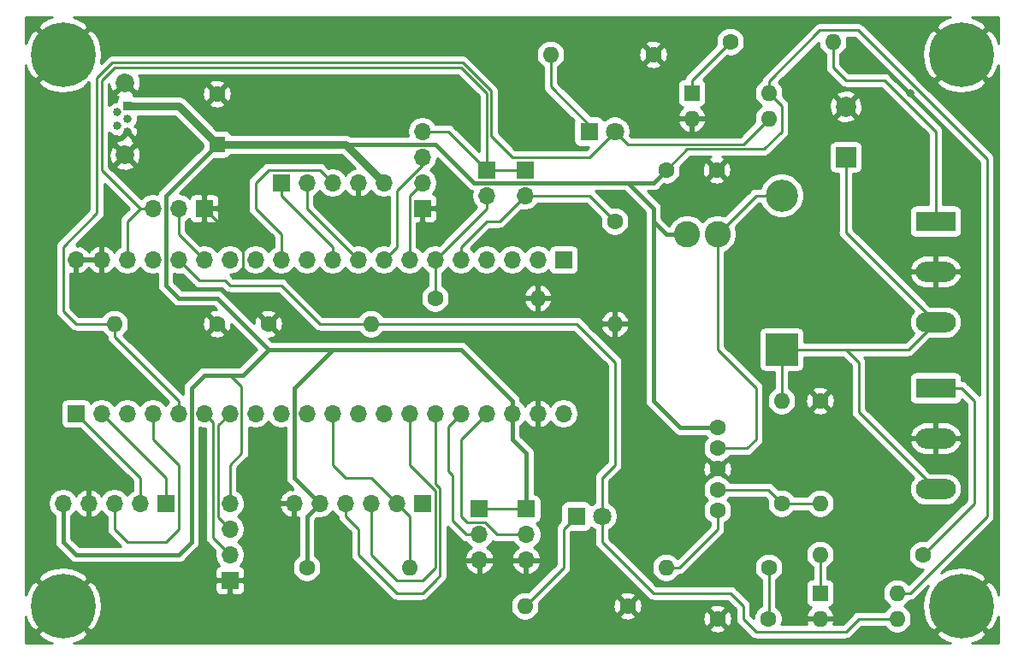
<source format=gbr>
G04 #@! TF.GenerationSoftware,KiCad,Pcbnew,(5.1.6)-1*
G04 #@! TF.CreationDate,2020-06-13T23:13:18+02:00*
G04 #@! TF.ProjectId,MotoGymkhanaRaceTiming,4d6f746f-4779-46d6-9b68-616e61526163,rev?*
G04 #@! TF.SameCoordinates,Original*
G04 #@! TF.FileFunction,Copper,L2,Bot*
G04 #@! TF.FilePolarity,Positive*
%FSLAX46Y46*%
G04 Gerber Fmt 4.6, Leading zero omitted, Abs format (unit mm)*
G04 Created by KiCad (PCBNEW (5.1.6)-1) date 2020-06-13 23:13:18*
%MOMM*%
%LPD*%
G01*
G04 APERTURE LIST*
G04 #@! TA.AperFunction,ComponentPad*
%ADD10O,1.700000X1.700000*%
G04 #@! TD*
G04 #@! TA.AperFunction,ComponentPad*
%ADD11R,1.700000X1.700000*%
G04 #@! TD*
G04 #@! TA.AperFunction,ComponentPad*
%ADD12O,3.960000X1.980000*%
G04 #@! TD*
G04 #@! TA.AperFunction,ComponentPad*
%ADD13R,3.960000X1.980000*%
G04 #@! TD*
G04 #@! TA.AperFunction,ComponentPad*
%ADD14C,0.800000*%
G04 #@! TD*
G04 #@! TA.AperFunction,ComponentPad*
%ADD15C,6.400000*%
G04 #@! TD*
G04 #@! TA.AperFunction,ComponentPad*
%ADD16C,1.600000*%
G04 #@! TD*
G04 #@! TA.AperFunction,ComponentPad*
%ADD17R,1.600000X1.600000*%
G04 #@! TD*
G04 #@! TA.AperFunction,ComponentPad*
%ADD18C,2.000000*%
G04 #@! TD*
G04 #@! TA.AperFunction,ComponentPad*
%ADD19R,2.000000X2.000000*%
G04 #@! TD*
G04 #@! TA.AperFunction,ComponentPad*
%ADD20O,1.600000X1.600000*%
G04 #@! TD*
G04 #@! TA.AperFunction,ComponentPad*
%ADD21C,1.600200*%
G04 #@! TD*
G04 #@! TA.AperFunction,ComponentPad*
%ADD22C,2.600000*%
G04 #@! TD*
G04 #@! TA.AperFunction,ComponentPad*
%ADD23C,1.850000*%
G04 #@! TD*
G04 #@! TA.AperFunction,ComponentPad*
%ADD24C,0.840000*%
G04 #@! TD*
G04 #@! TA.AperFunction,ComponentPad*
%ADD25R,0.840000X0.840000*%
G04 #@! TD*
G04 #@! TA.AperFunction,ComponentPad*
%ADD26C,1.800000*%
G04 #@! TD*
G04 #@! TA.AperFunction,ComponentPad*
%ADD27R,1.800000X1.800000*%
G04 #@! TD*
G04 #@! TA.AperFunction,ComponentPad*
%ADD28O,3.200000X3.200000*%
G04 #@! TD*
G04 #@! TA.AperFunction,ComponentPad*
%ADD29R,3.200000X3.200000*%
G04 #@! TD*
G04 #@! TA.AperFunction,ViaPad*
%ADD30C,0.800000*%
G04 #@! TD*
G04 #@! TA.AperFunction,Conductor*
%ADD31C,0.250000*%
G04 #@! TD*
G04 #@! TA.AperFunction,Conductor*
%ADD32C,0.400000*%
G04 #@! TD*
G04 #@! TA.AperFunction,Conductor*
%ADD33C,0.750000*%
G04 #@! TD*
G04 #@! TA.AperFunction,Conductor*
%ADD34C,0.254000*%
G04 #@! TD*
G04 APERTURE END LIST*
D10*
X128270000Y-109220000D03*
X130810000Y-109220000D03*
X133350000Y-109220000D03*
X135890000Y-109220000D03*
X138430000Y-109220000D03*
D11*
X140970000Y-109220000D03*
D10*
X140970000Y-72390000D03*
X140970000Y-74930000D03*
X140970000Y-77470000D03*
D11*
X140970000Y-80010000D03*
D12*
X191770000Y-91280000D03*
X191770000Y-86280000D03*
D13*
X191770000Y-81280000D03*
D12*
X191770000Y-107790000D03*
X191770000Y-102790000D03*
D13*
X191770000Y-97790000D03*
D10*
X121920000Y-109220000D03*
X121920000Y-111760000D03*
X121920000Y-114300000D03*
D11*
X121920000Y-116840000D03*
D10*
X105410000Y-109220000D03*
X107950000Y-109220000D03*
X110490000Y-109220000D03*
X113030000Y-109220000D03*
D11*
X115570000Y-109220000D03*
D10*
X137160000Y-77470000D03*
X134620000Y-77470000D03*
X132080000Y-77470000D03*
X129540000Y-77470000D03*
D11*
X127000000Y-77470000D03*
D14*
X107107056Y-63072944D03*
X105410000Y-62370000D03*
X103712944Y-63072944D03*
X103010000Y-64770000D03*
X103712944Y-66467056D03*
X105410000Y-67170000D03*
X107107056Y-66467056D03*
X107810000Y-64770000D03*
D15*
X105410000Y-64770000D03*
D16*
X120650000Y-68660000D03*
D17*
X120650000Y-73660000D03*
D14*
X107107056Y-117682944D03*
X105410000Y-116980000D03*
X103712944Y-117682944D03*
X103010000Y-119380000D03*
X103712944Y-121077056D03*
X105410000Y-121780000D03*
X107107056Y-121077056D03*
X107810000Y-119380000D03*
D15*
X105410000Y-119380000D03*
D14*
X196007056Y-117682944D03*
X194310000Y-116980000D03*
X192612944Y-117682944D03*
X191910000Y-119380000D03*
X192612944Y-121077056D03*
X194310000Y-121780000D03*
X196007056Y-121077056D03*
X196710000Y-119380000D03*
D15*
X194310000Y-119380000D03*
D14*
X196007056Y-63072944D03*
X194310000Y-62370000D03*
X192612944Y-63072944D03*
X191910000Y-64770000D03*
X192612944Y-66467056D03*
X194310000Y-67170000D03*
X196007056Y-66467056D03*
X196710000Y-64770000D03*
D15*
X194310000Y-64770000D03*
D18*
X182880000Y-69930000D03*
D19*
X182880000Y-74930000D03*
D20*
X181610000Y-63500000D03*
D16*
X171450000Y-63500000D03*
D10*
X146605001Y-114855001D03*
X146605001Y-112315001D03*
D11*
X146605001Y-109775001D03*
D21*
X170180000Y-101712800D03*
X170180000Y-103764600D03*
X170180000Y-105816400D03*
X170180000Y-107868200D03*
X170180000Y-109920000D03*
D22*
X167180000Y-82550000D03*
X170180000Y-82550000D03*
D16*
X170100000Y-76200000D03*
X165100000Y-76200000D03*
X175180000Y-120650000D03*
X170180000Y-120650000D03*
D20*
X160020000Y-91440000D03*
D16*
X160020000Y-81280000D03*
D20*
X152400000Y-88900000D03*
D16*
X142240000Y-88900000D03*
D20*
X180340000Y-109220000D03*
D16*
X180340000Y-99060000D03*
D20*
X176530000Y-99060000D03*
D16*
X176530000Y-109220000D03*
D10*
X151130000Y-78740000D03*
D11*
X151130000Y-76200000D03*
D10*
X147320000Y-78740000D03*
D11*
X147320000Y-76200000D03*
D10*
X114300000Y-80010000D03*
X116840000Y-80010000D03*
D11*
X119380000Y-80010000D03*
D10*
X151255001Y-114855001D03*
X151255001Y-112315001D03*
D11*
X151255001Y-109775001D03*
D20*
X187960000Y-118110000D03*
X180340000Y-120650000D03*
X187960000Y-120650000D03*
D17*
X180340000Y-118110000D03*
D20*
X175260000Y-68580000D03*
X167640000Y-71120000D03*
X175260000Y-71120000D03*
D17*
X167640000Y-68580000D03*
D20*
X139700000Y-115570000D03*
D16*
X129540000Y-115570000D03*
D20*
X110490000Y-91440000D03*
D16*
X120650000Y-91440000D03*
D20*
X135890000Y-91440000D03*
D16*
X125730000Y-91440000D03*
D20*
X180340000Y-114300000D03*
D16*
X190500000Y-114300000D03*
D20*
X165100000Y-115570000D03*
D16*
X175260000Y-115570000D03*
D20*
X151130000Y-119380000D03*
D16*
X161290000Y-119380000D03*
X163830000Y-64770000D03*
D20*
X153670000Y-64770000D03*
D23*
X111540000Y-74725000D03*
X111540000Y-67575000D03*
D24*
X111760000Y-72450000D03*
X110760000Y-71800000D03*
X111760000Y-71150000D03*
X110760000Y-70500000D03*
D25*
X111760000Y-69850000D03*
D10*
X106680000Y-85090000D03*
X109220000Y-85090000D03*
X111760000Y-85090000D03*
X114300000Y-85090000D03*
X116840000Y-85090000D03*
X119380000Y-85090000D03*
X121920000Y-85090000D03*
X124460000Y-85090000D03*
X127000000Y-85090000D03*
X129540000Y-85090000D03*
X132080000Y-85090000D03*
X134620000Y-85090000D03*
X137160000Y-85090000D03*
X139700000Y-85090000D03*
X142240000Y-85090000D03*
X144780000Y-85090000D03*
X147320000Y-85090000D03*
X149860000Y-85090000D03*
X152400000Y-85090000D03*
D11*
X154940000Y-85090000D03*
D10*
X154940000Y-100330000D03*
X152400000Y-100330000D03*
X149860000Y-100330000D03*
X147320000Y-100330000D03*
X144780000Y-100330000D03*
X142240000Y-100330000D03*
X139700000Y-100330000D03*
X137160000Y-100330000D03*
X134620000Y-100330000D03*
X132080000Y-100330000D03*
X129540000Y-100330000D03*
X127000000Y-100330000D03*
X124460000Y-100330000D03*
X121920000Y-100330000D03*
X119380000Y-100330000D03*
X116840000Y-100330000D03*
X114300000Y-100330000D03*
X111760000Y-100330000D03*
X109220000Y-100330000D03*
D11*
X106680000Y-100330000D03*
D26*
X160020000Y-72390000D03*
D27*
X157480000Y-72390000D03*
D26*
X158750000Y-110490000D03*
D27*
X156210000Y-110490000D03*
D28*
X176530000Y-78740000D03*
D29*
X176530000Y-93980000D03*
D30*
X110490000Y-118110000D03*
X110490000Y-118110000D03*
X180340000Y-101600000D03*
X189230000Y-68580000D03*
X165100000Y-62230000D03*
X163830000Y-105410000D03*
X133350000Y-81280000D03*
D31*
X119380000Y-80010000D02*
X123190000Y-83820000D01*
X123190000Y-83820000D02*
X123190000Y-86360000D01*
X107950000Y-109220000D02*
X107950000Y-110490000D01*
D32*
X129540000Y-110490000D02*
X130810000Y-109220000D01*
X129540000Y-115570000D02*
X129540000Y-110490000D01*
X115570000Y-78740000D02*
X120650000Y-73660000D01*
X115570000Y-87630000D02*
X116840000Y-88900000D01*
X116840000Y-88900000D02*
X120650000Y-88900000D01*
X115570000Y-86360000D02*
X115570000Y-87630000D01*
X115570000Y-81280000D02*
X115570000Y-78740000D01*
X115570000Y-86360000D02*
X115570000Y-81280000D01*
X120650000Y-88900000D02*
X125730000Y-93980000D01*
X144780000Y-93980000D02*
X149860000Y-99060000D01*
X132080000Y-93980000D02*
X144780000Y-93980000D01*
X125730000Y-93980000D02*
X132080000Y-93980000D01*
D31*
X151255001Y-109775001D02*
X151255001Y-109345001D01*
D32*
X151255001Y-104265001D02*
X149860000Y-102870000D01*
X149860000Y-102870000D02*
X149860000Y-99060000D01*
X123190000Y-96520000D02*
X124460000Y-95250000D01*
X124460000Y-95250000D02*
X125730000Y-93980000D01*
X121920000Y-96520000D02*
X123190000Y-96520000D01*
D31*
X123095001Y-104234999D02*
X123095001Y-97695001D01*
X121920000Y-105410000D02*
X121920000Y-109220000D01*
X121920000Y-105410000D02*
X123095001Y-104234999D01*
X123095001Y-97695001D02*
X121920000Y-96520000D01*
D32*
X130810000Y-95250000D02*
X132080000Y-93980000D01*
X128270000Y-97790000D02*
X130810000Y-95250000D01*
X130810000Y-109220000D02*
X128270000Y-106680000D01*
X128270000Y-106680000D02*
X128270000Y-97790000D01*
X105410000Y-113030000D02*
X105410000Y-109220000D01*
X118110000Y-97790000D02*
X118110000Y-113030000D01*
X116840000Y-114300000D02*
X106680000Y-114300000D01*
X121920000Y-96520000D02*
X119380000Y-96520000D01*
X118110000Y-113030000D02*
X116840000Y-114300000D01*
X119380000Y-96520000D02*
X118110000Y-97790000D01*
X106680000Y-114300000D02*
X105410000Y-113030000D01*
D31*
X146605001Y-109775001D02*
X151255001Y-109775001D01*
D32*
X151255001Y-104265001D02*
X151255001Y-109775001D01*
X166482800Y-101712800D02*
X170180000Y-101712800D01*
X163830000Y-95250000D02*
X163830000Y-99060000D01*
X163830000Y-80010000D02*
X163830000Y-95250000D01*
X163830000Y-99060000D02*
X166482800Y-101712800D01*
X161290000Y-77470000D02*
X163830000Y-80010000D01*
X163830000Y-80010000D02*
X163830000Y-81280000D01*
X163830000Y-81280000D02*
X165100000Y-82550000D01*
X165100000Y-82550000D02*
X167180000Y-82550000D01*
X163830000Y-77470000D02*
X165100000Y-76200000D01*
X161290000Y-77470000D02*
X163830000Y-77470000D01*
D31*
X176530000Y-69850000D02*
X175260000Y-68580000D01*
X176530000Y-72390000D02*
X176530000Y-69850000D01*
X165100000Y-76200000D02*
X167189990Y-74110010D01*
X174809990Y-74110010D02*
X176530000Y-72390000D01*
X167189990Y-74110010D02*
X174809990Y-74110010D01*
X180333631Y-62374999D02*
X175260000Y-67448630D01*
X184098001Y-62374999D02*
X180333631Y-62374999D01*
X175260000Y-67448630D02*
X175260000Y-68580000D01*
X196850000Y-75126998D02*
X184098001Y-62374999D01*
X187960000Y-118110000D02*
X189230000Y-118110000D01*
X189230000Y-118110000D02*
X196850000Y-110490000D01*
X196850000Y-110490000D02*
X196850000Y-75126998D01*
D33*
X116840000Y-69850000D02*
X120650000Y-73660000D01*
X111760000Y-69850000D02*
X116840000Y-69850000D01*
X133350000Y-73660000D02*
X137160000Y-77470000D01*
X120650000Y-73660000D02*
X133350000Y-73660000D01*
D32*
X161290000Y-77470000D02*
X146050000Y-77470000D01*
X146050000Y-77470000D02*
X143510000Y-74930000D01*
X143510000Y-74930000D02*
X142240000Y-73660000D01*
X142240000Y-73660000D02*
X139700000Y-73660000D01*
X139700000Y-73660000D02*
X133350000Y-73660000D01*
D31*
X175260000Y-120570000D02*
X175180000Y-120650000D01*
X175260000Y-115570000D02*
X175260000Y-120570000D01*
X176530000Y-93980000D02*
X176530000Y-99060000D01*
X189070000Y-93980000D02*
X191770000Y-91280000D01*
X182880000Y-82390000D02*
X191770000Y-91280000D01*
X182880000Y-74930000D02*
X182880000Y-82390000D01*
X184150000Y-100170000D02*
X191770000Y-107790000D01*
X184150000Y-93980000D02*
X189070000Y-93980000D01*
X184150000Y-100170000D02*
X184150000Y-95250000D01*
X184150000Y-95250000D02*
X182880000Y-93980000D01*
X176530000Y-93980000D02*
X182880000Y-93980000D01*
X182880000Y-93980000D02*
X184150000Y-93980000D01*
X175260000Y-78740000D02*
X176530000Y-78740000D01*
X173990000Y-78740000D02*
X170180000Y-82550000D01*
X176530000Y-78740000D02*
X173990000Y-78740000D01*
X170180000Y-93980000D02*
X170180000Y-82550000D01*
X173990000Y-102870000D02*
X173990000Y-97790000D01*
X173990000Y-97790000D02*
X170180000Y-93980000D01*
X170180000Y-103764600D02*
X173095400Y-103764600D01*
X173095400Y-103764600D02*
X173990000Y-102870000D01*
X127000000Y-82550000D02*
X127000000Y-85090000D01*
X130810000Y-76200000D02*
X125730000Y-76200000D01*
X124460000Y-80010000D02*
X127000000Y-82550000D01*
X125730000Y-76200000D02*
X124460000Y-77470000D01*
X132080000Y-77470000D02*
X130810000Y-76200000D01*
X124460000Y-77470000D02*
X124460000Y-80010000D01*
X129540000Y-80010000D02*
X134620000Y-85090000D01*
X129540000Y-77470000D02*
X129540000Y-80010000D01*
X127000000Y-77470000D02*
X127000000Y-78740000D01*
X132080000Y-83820000D02*
X132080000Y-85090000D01*
X127000000Y-78740000D02*
X132080000Y-83820000D01*
X110490000Y-109220000D02*
X110490000Y-111760000D01*
X110490000Y-111760000D02*
X111760000Y-113030000D01*
X114300000Y-100330000D02*
X114300000Y-102870000D01*
X114300000Y-102870000D02*
X115570000Y-104140000D01*
X115570000Y-104140000D02*
X116840000Y-105410000D01*
X116840000Y-105410000D02*
X116840000Y-107950000D01*
X116840000Y-107950000D02*
X116840000Y-111760000D01*
X116840000Y-111760000D02*
X115570000Y-113030000D01*
X115570000Y-113030000D02*
X111760000Y-113030000D01*
X113030000Y-106680000D02*
X106680000Y-100330000D01*
X113030000Y-109220000D02*
X113030000Y-106680000D01*
X115570000Y-109220000D02*
X115570000Y-106680000D01*
X115570000Y-106680000D02*
X109220000Y-100330000D01*
X135890000Y-91440000D02*
X130810000Y-91440000D01*
X130810000Y-91440000D02*
X127000000Y-87630000D01*
X127000000Y-87630000D02*
X121920000Y-87630000D01*
X158750000Y-106680000D02*
X158750000Y-110490000D01*
X160020000Y-105410000D02*
X158750000Y-106680000D01*
X160020000Y-95250000D02*
X160020000Y-105410000D01*
X135890000Y-91440000D02*
X156210000Y-91440000D01*
X156210000Y-91440000D02*
X160020000Y-95250000D01*
X118929990Y-87179990D02*
X116840000Y-85090000D01*
X121469990Y-87179990D02*
X118929990Y-87179990D01*
X121920000Y-87630000D02*
X121469990Y-87179990D01*
X158750000Y-113030000D02*
X158750000Y-110490000D01*
X163830000Y-118110000D02*
X158750000Y-113030000D01*
X172720000Y-119380000D02*
X171450000Y-118110000D01*
X171450000Y-118110000D02*
X163830000Y-118110000D01*
X172720000Y-120650000D02*
X172720000Y-119380000D01*
X187960000Y-120650000D02*
X184150000Y-120650000D01*
X182880000Y-121920000D02*
X173990000Y-121920000D01*
X184150000Y-120650000D02*
X182880000Y-121920000D01*
X173990000Y-121920000D02*
X172720000Y-120650000D01*
X154940000Y-115570000D02*
X151130000Y-119380000D01*
X154940000Y-111760000D02*
X156210000Y-110490000D01*
X154940000Y-115570000D02*
X154940000Y-111760000D01*
X110490000Y-92710000D02*
X116840000Y-99060000D01*
X110490000Y-91440000D02*
X110490000Y-92710000D01*
X172720000Y-73660000D02*
X175260000Y-71120000D01*
X172720000Y-73660000D02*
X161290000Y-73660000D01*
X161290000Y-73660000D02*
X160020000Y-72390000D01*
X116840000Y-99060000D02*
X116840000Y-100330000D01*
X157480000Y-74930000D02*
X160020000Y-72390000D01*
X105410000Y-83820000D02*
X108769990Y-80460010D01*
X108769990Y-80460010D02*
X108769990Y-67123600D01*
X147770010Y-68393600D02*
X147770010Y-72840010D01*
X105410000Y-90170000D02*
X105410000Y-83820000D01*
X110490000Y-91440000D02*
X106680000Y-91440000D01*
X106680000Y-91440000D02*
X105410000Y-90170000D01*
X144966400Y-65589990D02*
X147770010Y-68393600D01*
X108769990Y-67123600D02*
X110303600Y-65589990D01*
X110303600Y-65589990D02*
X144966400Y-65589990D01*
X147770010Y-72840010D02*
X149860000Y-74930000D01*
X149860000Y-74930000D02*
X157480000Y-74930000D01*
X157325002Y-72390000D02*
X157480000Y-72390000D01*
X153670000Y-67943590D02*
X157798205Y-72071795D01*
X153670000Y-64770000D02*
X153670000Y-67943590D01*
X133350000Y-109220000D02*
X133350000Y-110490000D01*
X133350000Y-110490000D02*
X134620000Y-111760000D01*
X134620000Y-111760000D02*
X134620000Y-114300000D01*
X138430000Y-118110000D02*
X134620000Y-114300000D01*
X138430000Y-118110000D02*
X140970000Y-118110000D01*
X140970000Y-118110000D02*
X142240000Y-116840000D01*
X142240000Y-100330000D02*
X142240000Y-106680000D01*
X142240000Y-107313590D02*
X142690009Y-107763599D01*
X142240000Y-106680000D02*
X142240000Y-107313590D01*
X142690010Y-107763600D02*
X142690010Y-116389990D01*
X142690009Y-107763599D02*
X142690010Y-107763600D01*
X142690010Y-116389990D02*
X142240000Y-116840000D01*
X135890000Y-114300000D02*
X138430000Y-116840000D01*
X135890000Y-109220000D02*
X135890000Y-114300000D01*
X138430000Y-116840000D02*
X140970000Y-116840000D01*
X140970000Y-116840000D02*
X142240000Y-115570000D01*
X142240000Y-115570000D02*
X142240000Y-107950000D01*
X142240000Y-107950000D02*
X139700000Y-105410000D01*
X139700000Y-105410000D02*
X139700000Y-100330000D01*
X139700000Y-110490000D02*
X138430000Y-109220000D01*
X139700000Y-115570000D02*
X139700000Y-110490000D01*
X135890000Y-106680000D02*
X138430000Y-109220000D01*
X135890000Y-106680000D02*
X133350000Y-106680000D01*
X133350000Y-106680000D02*
X132080000Y-105410000D01*
X132080000Y-105410000D02*
X132080000Y-100330000D01*
X120744999Y-110584999D02*
X121920000Y-111760000D01*
X120744999Y-101505001D02*
X121920000Y-100330000D01*
X120744999Y-110584999D02*
X120744999Y-101505001D01*
X120229999Y-112609999D02*
X121920000Y-114300000D01*
X120229999Y-101179999D02*
X119380000Y-100330000D01*
X120229999Y-112609999D02*
X120229999Y-101179999D01*
X139700000Y-78740000D02*
X140970000Y-77470000D01*
X139700000Y-85090000D02*
X139700000Y-78740000D01*
X170180000Y-109920000D02*
X170180000Y-111760000D01*
X166370000Y-115570000D02*
X165100000Y-115570000D01*
X170180000Y-111760000D02*
X166370000Y-115570000D01*
X180340000Y-114300000D02*
X180340000Y-118110000D01*
X191770000Y-97790000D02*
X194310000Y-97790000D01*
X194310000Y-97790000D02*
X195580000Y-99060000D01*
X195580000Y-109220000D02*
X190500000Y-114300000D01*
X195580000Y-99060000D02*
X195580000Y-109220000D01*
X191770000Y-72390000D02*
X191770000Y-81280000D01*
X186690000Y-67310000D02*
X191770000Y-72390000D01*
X182880000Y-67310000D02*
X186690000Y-67310000D01*
X181610000Y-63500000D02*
X181610000Y-66040000D01*
X181610000Y-66040000D02*
X182880000Y-67310000D01*
X167640000Y-68580000D02*
X167640000Y-67310000D01*
X167640000Y-67310000D02*
X171450000Y-63500000D01*
X145335001Y-112315001D02*
X146605001Y-112315001D01*
X143960009Y-106493599D02*
X143960009Y-110940009D01*
X143510000Y-106043590D02*
X143960009Y-106493599D01*
X143960009Y-110940009D02*
X145335001Y-112315001D01*
X143510000Y-106043590D02*
X143510000Y-101600000D01*
X143510000Y-101600000D02*
X144780000Y-100330000D01*
X145430000Y-111140000D02*
X144780000Y-110490000D01*
X148344003Y-112315001D02*
X147169002Y-111140000D01*
X147169002Y-111140000D02*
X145430000Y-111140000D01*
X151255001Y-112315001D02*
X148344003Y-112315001D01*
X144780000Y-110490000D02*
X144780000Y-102870000D01*
X144780000Y-102870000D02*
X147320000Y-100330000D01*
X140970000Y-75730998D02*
X140970000Y-74930000D01*
X138430000Y-83820000D02*
X138430000Y-78270998D01*
X138430000Y-78270998D02*
X140970000Y-75730998D01*
X137160000Y-85090000D02*
X138430000Y-83820000D01*
X116840000Y-82550000D02*
X119380000Y-85090000D01*
X116840000Y-80010000D02*
X116840000Y-82550000D01*
X142240000Y-88900000D02*
X142240000Y-85090000D01*
X142240000Y-85090000D02*
X147320000Y-80010000D01*
X147320000Y-80010000D02*
X147320000Y-78740000D01*
X114300000Y-80010000D02*
X113030000Y-80010000D01*
X111760000Y-81280000D02*
X111760000Y-85090000D01*
X113030000Y-80010000D02*
X111760000Y-81280000D01*
X147320000Y-76200000D02*
X151130000Y-76200000D01*
X113030000Y-80010000D02*
X109220000Y-76200000D01*
X109220000Y-76200000D02*
X109220000Y-67310000D01*
X109220000Y-67310000D02*
X110490000Y-66040000D01*
X144780000Y-66040000D02*
X147320000Y-68580000D01*
X110490000Y-66040000D02*
X144780000Y-66040000D01*
X147320000Y-68580000D02*
X147320000Y-76200000D01*
X143510000Y-72390000D02*
X147320000Y-76200000D01*
X140970000Y-72390000D02*
X143510000Y-72390000D01*
X147320000Y-81280000D02*
X144780000Y-83820000D01*
X144780000Y-83820000D02*
X144780000Y-85090000D01*
X151130000Y-78740000D02*
X148590000Y-81280000D01*
X148590000Y-81280000D02*
X147320000Y-81280000D01*
X157480000Y-78740000D02*
X160020000Y-81280000D01*
X151130000Y-78740000D02*
X157480000Y-78740000D01*
X175178200Y-107868200D02*
X176530000Y-109220000D01*
X170180000Y-107868200D02*
X175178200Y-107868200D01*
X176530000Y-109220000D02*
X180340000Y-109220000D01*
D34*
G36*
X103957792Y-61200548D02*
G01*
X103289330Y-61552445D01*
X103248912Y-61579452D01*
X102888724Y-62069119D01*
X105410000Y-64590395D01*
X107931276Y-62069119D01*
X107571088Y-61579452D01*
X106907118Y-61219151D01*
X106481165Y-61087000D01*
X193240789Y-61087000D01*
X192857792Y-61200548D01*
X192189330Y-61552445D01*
X192148912Y-61579452D01*
X191788724Y-62069119D01*
X194310000Y-64590395D01*
X196831276Y-62069119D01*
X196471088Y-61579452D01*
X195807118Y-61219151D01*
X195381165Y-61087000D01*
X197993000Y-61087000D01*
X197993000Y-63700789D01*
X197879452Y-63317792D01*
X197527555Y-62649330D01*
X197500548Y-62608912D01*
X197010881Y-62248724D01*
X194489605Y-64770000D01*
X197010881Y-67291276D01*
X197500548Y-66931088D01*
X197860849Y-66267118D01*
X197993000Y-65841165D01*
X197993000Y-118310789D01*
X197879452Y-117927792D01*
X197527555Y-117259330D01*
X197500548Y-117218912D01*
X197010881Y-116858724D01*
X194489605Y-119380000D01*
X197010881Y-121901276D01*
X197500548Y-121541088D01*
X197860849Y-120877118D01*
X197993000Y-120451165D01*
X197993000Y-123063000D01*
X195379211Y-123063000D01*
X195762208Y-122949452D01*
X196430670Y-122597555D01*
X196471088Y-122570548D01*
X196831276Y-122080881D01*
X194310000Y-119559605D01*
X191788724Y-122080881D01*
X192148912Y-122570548D01*
X192812882Y-122930849D01*
X193238835Y-123063000D01*
X106479211Y-123063000D01*
X106862208Y-122949452D01*
X107530670Y-122597555D01*
X107571088Y-122570548D01*
X107931276Y-122080881D01*
X105410000Y-119559605D01*
X102888724Y-122080881D01*
X103248912Y-122570548D01*
X103912882Y-122930849D01*
X104338835Y-123063000D01*
X101727000Y-123063000D01*
X101727000Y-120449211D01*
X101840548Y-120832208D01*
X102192445Y-121500670D01*
X102219452Y-121541088D01*
X102709119Y-121901276D01*
X105230395Y-119380000D01*
X105589605Y-119380000D01*
X108110881Y-121901276D01*
X108462406Y-121642702D01*
X169366903Y-121642702D01*
X169438486Y-121886671D01*
X169693996Y-122007571D01*
X169968184Y-122076300D01*
X170250512Y-122090217D01*
X170530130Y-122048787D01*
X170796292Y-121953603D01*
X170921514Y-121886671D01*
X170993097Y-121642702D01*
X170180000Y-120829605D01*
X169366903Y-121642702D01*
X108462406Y-121642702D01*
X108600548Y-121541088D01*
X108960849Y-120877118D01*
X109184694Y-120155615D01*
X109263480Y-119404305D01*
X109194178Y-118652062D01*
X108979452Y-117927792D01*
X108854272Y-117690000D01*
X120431928Y-117690000D01*
X120444188Y-117814482D01*
X120480498Y-117934180D01*
X120539463Y-118044494D01*
X120618815Y-118141185D01*
X120715506Y-118220537D01*
X120825820Y-118279502D01*
X120945518Y-118315812D01*
X121070000Y-118328072D01*
X121634250Y-118325000D01*
X121793000Y-118166250D01*
X121793000Y-116967000D01*
X122047000Y-116967000D01*
X122047000Y-118166250D01*
X122205750Y-118325000D01*
X122770000Y-118328072D01*
X122894482Y-118315812D01*
X123014180Y-118279502D01*
X123124494Y-118220537D01*
X123221185Y-118141185D01*
X123300537Y-118044494D01*
X123359502Y-117934180D01*
X123395812Y-117814482D01*
X123408072Y-117690000D01*
X123405000Y-117125750D01*
X123246250Y-116967000D01*
X122047000Y-116967000D01*
X121793000Y-116967000D01*
X120593750Y-116967000D01*
X120435000Y-117125750D01*
X120431928Y-117690000D01*
X108854272Y-117690000D01*
X108627555Y-117259330D01*
X108600548Y-117218912D01*
X108110881Y-116858724D01*
X105589605Y-119380000D01*
X105230395Y-119380000D01*
X102709119Y-116858724D01*
X102219452Y-117218912D01*
X101859151Y-117882882D01*
X101727000Y-118308835D01*
X101727000Y-116679119D01*
X102888724Y-116679119D01*
X105410000Y-119200395D01*
X107931276Y-116679119D01*
X107571088Y-116189452D01*
X106907118Y-115829151D01*
X106185615Y-115605306D01*
X105434305Y-115526520D01*
X104682062Y-115595822D01*
X103957792Y-115810548D01*
X103289330Y-116162445D01*
X103248912Y-116189452D01*
X102888724Y-116679119D01*
X101727000Y-116679119D01*
X101727000Y-67470881D01*
X102888724Y-67470881D01*
X103248912Y-67960548D01*
X103912882Y-68320849D01*
X104634385Y-68544694D01*
X105385695Y-68623480D01*
X106137938Y-68554178D01*
X106862208Y-68339452D01*
X107530670Y-67987555D01*
X107571088Y-67960548D01*
X107931275Y-67470883D01*
X108009991Y-67549599D01*
X108009990Y-80145207D01*
X104898998Y-83256201D01*
X104870000Y-83279999D01*
X104846202Y-83308997D01*
X104846201Y-83308998D01*
X104775026Y-83395724D01*
X104704454Y-83527754D01*
X104681023Y-83605000D01*
X104667222Y-83650498D01*
X104660998Y-83671015D01*
X104646324Y-83820000D01*
X104650001Y-83857332D01*
X104650000Y-90132677D01*
X104646324Y-90170000D01*
X104650000Y-90207322D01*
X104650000Y-90207332D01*
X104660997Y-90318985D01*
X104699920Y-90447298D01*
X104704454Y-90462246D01*
X104775026Y-90594276D01*
X104801803Y-90626903D01*
X104869999Y-90710001D01*
X104899003Y-90733804D01*
X106116200Y-91951002D01*
X106139999Y-91980001D01*
X106255724Y-92074974D01*
X106387753Y-92145546D01*
X106531014Y-92189003D01*
X106642667Y-92200000D01*
X106642676Y-92200000D01*
X106679999Y-92203676D01*
X106717322Y-92200000D01*
X109271957Y-92200000D01*
X109375363Y-92354759D01*
X109575241Y-92554637D01*
X109730001Y-92658044D01*
X109730001Y-92672668D01*
X109726324Y-92710000D01*
X109730001Y-92747333D01*
X109740998Y-92858986D01*
X109754180Y-92902442D01*
X109784454Y-93002246D01*
X109855026Y-93134276D01*
X109912927Y-93204828D01*
X109950000Y-93250001D01*
X109978998Y-93273799D01*
X115887546Y-99182347D01*
X115686525Y-99383368D01*
X115570000Y-99557760D01*
X115453475Y-99383368D01*
X115246632Y-99176525D01*
X115003411Y-99014010D01*
X114733158Y-98902068D01*
X114446260Y-98845000D01*
X114153740Y-98845000D01*
X113866842Y-98902068D01*
X113596589Y-99014010D01*
X113353368Y-99176525D01*
X113146525Y-99383368D01*
X113030000Y-99557760D01*
X112913475Y-99383368D01*
X112706632Y-99176525D01*
X112463411Y-99014010D01*
X112193158Y-98902068D01*
X111906260Y-98845000D01*
X111613740Y-98845000D01*
X111326842Y-98902068D01*
X111056589Y-99014010D01*
X110813368Y-99176525D01*
X110606525Y-99383368D01*
X110490000Y-99557760D01*
X110373475Y-99383368D01*
X110166632Y-99176525D01*
X109923411Y-99014010D01*
X109653158Y-98902068D01*
X109366260Y-98845000D01*
X109073740Y-98845000D01*
X108786842Y-98902068D01*
X108516589Y-99014010D01*
X108273368Y-99176525D01*
X108141513Y-99308380D01*
X108119502Y-99235820D01*
X108060537Y-99125506D01*
X107981185Y-99028815D01*
X107884494Y-98949463D01*
X107774180Y-98890498D01*
X107654482Y-98854188D01*
X107530000Y-98841928D01*
X105830000Y-98841928D01*
X105705518Y-98854188D01*
X105585820Y-98890498D01*
X105475506Y-98949463D01*
X105378815Y-99028815D01*
X105299463Y-99125506D01*
X105240498Y-99235820D01*
X105204188Y-99355518D01*
X105191928Y-99480000D01*
X105191928Y-101180000D01*
X105204188Y-101304482D01*
X105240498Y-101424180D01*
X105299463Y-101534494D01*
X105378815Y-101631185D01*
X105475506Y-101710537D01*
X105585820Y-101769502D01*
X105705518Y-101805812D01*
X105830000Y-101818072D01*
X107093271Y-101818072D01*
X112270001Y-106994803D01*
X112270001Y-107941821D01*
X112083368Y-108066525D01*
X111876525Y-108273368D01*
X111760000Y-108447760D01*
X111643475Y-108273368D01*
X111436632Y-108066525D01*
X111193411Y-107904010D01*
X110923158Y-107792068D01*
X110636260Y-107735000D01*
X110343740Y-107735000D01*
X110056842Y-107792068D01*
X109786589Y-107904010D01*
X109543368Y-108066525D01*
X109336525Y-108273368D01*
X109214805Y-108455534D01*
X109145178Y-108338645D01*
X108950269Y-108122412D01*
X108716920Y-107948359D01*
X108454099Y-107823175D01*
X108306890Y-107778524D01*
X108077000Y-107899845D01*
X108077000Y-109093000D01*
X108097000Y-109093000D01*
X108097000Y-109347000D01*
X108077000Y-109347000D01*
X108077000Y-110540155D01*
X108306890Y-110661476D01*
X108454099Y-110616825D01*
X108716920Y-110491641D01*
X108950269Y-110317588D01*
X109145178Y-110101355D01*
X109214805Y-109984466D01*
X109336525Y-110166632D01*
X109543368Y-110373475D01*
X109730001Y-110498179D01*
X109730001Y-111722667D01*
X109726324Y-111760000D01*
X109730001Y-111797333D01*
X109740998Y-111908986D01*
X109744502Y-111920537D01*
X109784454Y-112052246D01*
X109855026Y-112184276D01*
X109912927Y-112254828D01*
X109950000Y-112300001D01*
X109978998Y-112323799D01*
X111120198Y-113465000D01*
X107025868Y-113465000D01*
X106245000Y-112684133D01*
X106245000Y-110448065D01*
X106356632Y-110373475D01*
X106563475Y-110166632D01*
X106685195Y-109984466D01*
X106754822Y-110101355D01*
X106949731Y-110317588D01*
X107183080Y-110491641D01*
X107445901Y-110616825D01*
X107593110Y-110661476D01*
X107823000Y-110540155D01*
X107823000Y-109347000D01*
X107803000Y-109347000D01*
X107803000Y-109093000D01*
X107823000Y-109093000D01*
X107823000Y-107899845D01*
X107593110Y-107778524D01*
X107445901Y-107823175D01*
X107183080Y-107948359D01*
X106949731Y-108122412D01*
X106754822Y-108338645D01*
X106685195Y-108455534D01*
X106563475Y-108273368D01*
X106356632Y-108066525D01*
X106113411Y-107904010D01*
X105843158Y-107792068D01*
X105556260Y-107735000D01*
X105263740Y-107735000D01*
X104976842Y-107792068D01*
X104706589Y-107904010D01*
X104463368Y-108066525D01*
X104256525Y-108273368D01*
X104094010Y-108516589D01*
X103982068Y-108786842D01*
X103925000Y-109073740D01*
X103925000Y-109366260D01*
X103982068Y-109653158D01*
X104094010Y-109923411D01*
X104256525Y-110166632D01*
X104463368Y-110373475D01*
X104575001Y-110448066D01*
X104575000Y-112988981D01*
X104570960Y-113030000D01*
X104575000Y-113071018D01*
X104587082Y-113193688D01*
X104634828Y-113351086D01*
X104712364Y-113496145D01*
X104816709Y-113623291D01*
X104848579Y-113649446D01*
X106060558Y-114861426D01*
X106086709Y-114893291D01*
X106213854Y-114997636D01*
X106358913Y-115075172D01*
X106516311Y-115122918D01*
X106638981Y-115135000D01*
X106638983Y-115135000D01*
X106679999Y-115139040D01*
X106721015Y-115135000D01*
X116798982Y-115135000D01*
X116840000Y-115139040D01*
X116881018Y-115135000D01*
X116881019Y-115135000D01*
X117003689Y-115122918D01*
X117161087Y-115075172D01*
X117306146Y-114997636D01*
X117433291Y-114893291D01*
X117459446Y-114861421D01*
X118671426Y-113649442D01*
X118703291Y-113623291D01*
X118807636Y-113496146D01*
X118885172Y-113351087D01*
X118932918Y-113193689D01*
X118945000Y-113071019D01*
X118945000Y-113071017D01*
X118949040Y-113030001D01*
X118945000Y-112988985D01*
X118945000Y-101757169D01*
X118946842Y-101757932D01*
X119233740Y-101815000D01*
X119470000Y-101815000D01*
X119469999Y-112572677D01*
X119466323Y-112609999D01*
X119469999Y-112647321D01*
X119469999Y-112647331D01*
X119480996Y-112758984D01*
X119518013Y-112881014D01*
X119524453Y-112902245D01*
X119595025Y-113034275D01*
X119628448Y-113075001D01*
X119689998Y-113150000D01*
X119719002Y-113173803D01*
X120478791Y-113933592D01*
X120435000Y-114153740D01*
X120435000Y-114446260D01*
X120492068Y-114733158D01*
X120604010Y-115003411D01*
X120766525Y-115246632D01*
X120898380Y-115378487D01*
X120825820Y-115400498D01*
X120715506Y-115459463D01*
X120618815Y-115538815D01*
X120539463Y-115635506D01*
X120480498Y-115745820D01*
X120444188Y-115865518D01*
X120431928Y-115990000D01*
X120435000Y-116554250D01*
X120593750Y-116713000D01*
X121793000Y-116713000D01*
X121793000Y-116693000D01*
X122047000Y-116693000D01*
X122047000Y-116713000D01*
X123246250Y-116713000D01*
X123405000Y-116554250D01*
X123408072Y-115990000D01*
X123395812Y-115865518D01*
X123359502Y-115745820D01*
X123300537Y-115635506D01*
X123221185Y-115538815D01*
X123124494Y-115459463D01*
X123014180Y-115400498D01*
X122941620Y-115378487D01*
X123073475Y-115246632D01*
X123235990Y-115003411D01*
X123347932Y-114733158D01*
X123405000Y-114446260D01*
X123405000Y-114153740D01*
X123347932Y-113866842D01*
X123235990Y-113596589D01*
X123073475Y-113353368D01*
X122866632Y-113146525D01*
X122692240Y-113030000D01*
X122866632Y-112913475D01*
X123073475Y-112706632D01*
X123235990Y-112463411D01*
X123347932Y-112193158D01*
X123405000Y-111906260D01*
X123405000Y-111613740D01*
X123347932Y-111326842D01*
X123235990Y-111056589D01*
X123073475Y-110813368D01*
X122866632Y-110606525D01*
X122692240Y-110490000D01*
X122866632Y-110373475D01*
X123073475Y-110166632D01*
X123235990Y-109923411D01*
X123347932Y-109653158D01*
X123363102Y-109576891D01*
X126828519Y-109576891D01*
X126925843Y-109851252D01*
X127074822Y-110101355D01*
X127269731Y-110317588D01*
X127503080Y-110491641D01*
X127765901Y-110616825D01*
X127913110Y-110661476D01*
X128143000Y-110540155D01*
X128143000Y-109347000D01*
X126949186Y-109347000D01*
X126828519Y-109576891D01*
X123363102Y-109576891D01*
X123405000Y-109366260D01*
X123405000Y-109073740D01*
X123347932Y-108786842D01*
X123235990Y-108516589D01*
X123073475Y-108273368D01*
X122866632Y-108066525D01*
X122680000Y-107941822D01*
X122680000Y-105724801D01*
X123606005Y-104798797D01*
X123635002Y-104775000D01*
X123729975Y-104659275D01*
X123800547Y-104527246D01*
X123844004Y-104383985D01*
X123855001Y-104272332D01*
X123855001Y-104272323D01*
X123858677Y-104235000D01*
X123855001Y-104197677D01*
X123855001Y-101686753D01*
X124026842Y-101757932D01*
X124313740Y-101815000D01*
X124606260Y-101815000D01*
X124893158Y-101757932D01*
X125163411Y-101645990D01*
X125406632Y-101483475D01*
X125613475Y-101276632D01*
X125730000Y-101102240D01*
X125846525Y-101276632D01*
X126053368Y-101483475D01*
X126296589Y-101645990D01*
X126566842Y-101757932D01*
X126853740Y-101815000D01*
X127146260Y-101815000D01*
X127433158Y-101757932D01*
X127435001Y-101757169D01*
X127435000Y-106638981D01*
X127430960Y-106680000D01*
X127435000Y-106721018D01*
X127447082Y-106843688D01*
X127494828Y-107001086D01*
X127572364Y-107146145D01*
X127676709Y-107273291D01*
X127708579Y-107299446D01*
X128144133Y-107735000D01*
X128142998Y-107735000D01*
X128142998Y-107899844D01*
X127913110Y-107778524D01*
X127765901Y-107823175D01*
X127503080Y-107948359D01*
X127269731Y-108122412D01*
X127074822Y-108338645D01*
X126925843Y-108588748D01*
X126828519Y-108863109D01*
X126949186Y-109093000D01*
X128143000Y-109093000D01*
X128143000Y-109073000D01*
X128397000Y-109073000D01*
X128397000Y-109093000D01*
X128417000Y-109093000D01*
X128417000Y-109347000D01*
X128397000Y-109347000D01*
X128397000Y-110540155D01*
X128626890Y-110661476D01*
X128705001Y-110637784D01*
X128705000Y-114402070D01*
X128625241Y-114455363D01*
X128425363Y-114655241D01*
X128268320Y-114890273D01*
X128160147Y-115151426D01*
X128105000Y-115428665D01*
X128105000Y-115711335D01*
X128160147Y-115988574D01*
X128268320Y-116249727D01*
X128425363Y-116484759D01*
X128625241Y-116684637D01*
X128860273Y-116841680D01*
X129121426Y-116949853D01*
X129398665Y-117005000D01*
X129681335Y-117005000D01*
X129958574Y-116949853D01*
X130219727Y-116841680D01*
X130454759Y-116684637D01*
X130654637Y-116484759D01*
X130811680Y-116249727D01*
X130919853Y-115988574D01*
X130975000Y-115711335D01*
X130975000Y-115428665D01*
X130919853Y-115151426D01*
X130811680Y-114890273D01*
X130654637Y-114655241D01*
X130454759Y-114455363D01*
X130375000Y-114402070D01*
X130375000Y-110835867D01*
X130532060Y-110678807D01*
X130663740Y-110705000D01*
X130956260Y-110705000D01*
X131243158Y-110647932D01*
X131513411Y-110535990D01*
X131756632Y-110373475D01*
X131963475Y-110166632D01*
X132080000Y-109992240D01*
X132196525Y-110166632D01*
X132403368Y-110373475D01*
X132586927Y-110496125D01*
X132590001Y-110527332D01*
X132590001Y-110527333D01*
X132600998Y-110638986D01*
X132607820Y-110661476D01*
X132644454Y-110782246D01*
X132715026Y-110914276D01*
X132778004Y-110991014D01*
X132810000Y-111030001D01*
X132838998Y-111053799D01*
X133860000Y-112074802D01*
X133860001Y-114262667D01*
X133856324Y-114300000D01*
X133860001Y-114337333D01*
X133870998Y-114448986D01*
X133875458Y-114463688D01*
X133914454Y-114592246D01*
X133985026Y-114724276D01*
X134052361Y-114806323D01*
X134080000Y-114840001D01*
X134108998Y-114863799D01*
X137866200Y-118621002D01*
X137889999Y-118650001D01*
X138005724Y-118744974D01*
X138137753Y-118815546D01*
X138281014Y-118859003D01*
X138392667Y-118870000D01*
X138392675Y-118870000D01*
X138430000Y-118873676D01*
X138467325Y-118870000D01*
X140932678Y-118870000D01*
X140970000Y-118873676D01*
X141007322Y-118870000D01*
X141007333Y-118870000D01*
X141118986Y-118859003D01*
X141262247Y-118815546D01*
X141394276Y-118744974D01*
X141510001Y-118650001D01*
X141533804Y-118620997D01*
X142803799Y-117351003D01*
X142803804Y-117350997D01*
X143201007Y-116953794D01*
X143230011Y-116929991D01*
X143324984Y-116814266D01*
X143395556Y-116682237D01*
X143439013Y-116538976D01*
X143450010Y-116427323D01*
X143450010Y-116427314D01*
X143453686Y-116389991D01*
X143450010Y-116352668D01*
X143450010Y-115211891D01*
X145163525Y-115211891D01*
X145208176Y-115359100D01*
X145333360Y-115621921D01*
X145507413Y-115855270D01*
X145723646Y-116050179D01*
X145973749Y-116199158D01*
X146248110Y-116296482D01*
X146478001Y-116175815D01*
X146478001Y-114982001D01*
X146732001Y-114982001D01*
X146732001Y-116175815D01*
X146961892Y-116296482D01*
X147236253Y-116199158D01*
X147486356Y-116050179D01*
X147702589Y-115855270D01*
X147876642Y-115621921D01*
X148001826Y-115359100D01*
X148046477Y-115211891D01*
X149813525Y-115211891D01*
X149858176Y-115359100D01*
X149983360Y-115621921D01*
X150157413Y-115855270D01*
X150373646Y-116050179D01*
X150623749Y-116199158D01*
X150898110Y-116296482D01*
X151128001Y-116175815D01*
X151128001Y-114982001D01*
X151382001Y-114982001D01*
X151382001Y-116175815D01*
X151611892Y-116296482D01*
X151886253Y-116199158D01*
X152136356Y-116050179D01*
X152352589Y-115855270D01*
X152526642Y-115621921D01*
X152651826Y-115359100D01*
X152696477Y-115211891D01*
X152575156Y-114982001D01*
X151382001Y-114982001D01*
X151128001Y-114982001D01*
X149934846Y-114982001D01*
X149813525Y-115211891D01*
X148046477Y-115211891D01*
X147925156Y-114982001D01*
X146732001Y-114982001D01*
X146478001Y-114982001D01*
X145284846Y-114982001D01*
X145163525Y-115211891D01*
X143450010Y-115211891D01*
X143450010Y-111504811D01*
X144771202Y-112826004D01*
X144795000Y-112855002D01*
X144910725Y-112949975D01*
X145042754Y-113020547D01*
X145186015Y-113064004D01*
X145297668Y-113075001D01*
X145297677Y-113075001D01*
X145328876Y-113078074D01*
X145451526Y-113261633D01*
X145658369Y-113468476D01*
X145840535Y-113590196D01*
X145723646Y-113659823D01*
X145507413Y-113854732D01*
X145333360Y-114088081D01*
X145208176Y-114350902D01*
X145163525Y-114498111D01*
X145284846Y-114728001D01*
X146478001Y-114728001D01*
X146478001Y-114708001D01*
X146732001Y-114708001D01*
X146732001Y-114728001D01*
X147925156Y-114728001D01*
X148046477Y-114498111D01*
X148001826Y-114350902D01*
X147876642Y-114088081D01*
X147702589Y-113854732D01*
X147486356Y-113659823D01*
X147369467Y-113590196D01*
X147551633Y-113468476D01*
X147758476Y-113261633D01*
X147920991Y-113018412D01*
X147943971Y-112962934D01*
X148051756Y-113020547D01*
X148195017Y-113064004D01*
X148306670Y-113075001D01*
X148306679Y-113075001D01*
X148344002Y-113078677D01*
X148381325Y-113075001D01*
X149976823Y-113075001D01*
X150101526Y-113261633D01*
X150308369Y-113468476D01*
X150490535Y-113590196D01*
X150373646Y-113659823D01*
X150157413Y-113854732D01*
X149983360Y-114088081D01*
X149858176Y-114350902D01*
X149813525Y-114498111D01*
X149934846Y-114728001D01*
X151128001Y-114728001D01*
X151128001Y-114708001D01*
X151382001Y-114708001D01*
X151382001Y-114728001D01*
X152575156Y-114728001D01*
X152696477Y-114498111D01*
X152651826Y-114350902D01*
X152526642Y-114088081D01*
X152352589Y-113854732D01*
X152136356Y-113659823D01*
X152019467Y-113590196D01*
X152201633Y-113468476D01*
X152408476Y-113261633D01*
X152570991Y-113018412D01*
X152682933Y-112748159D01*
X152740001Y-112461261D01*
X152740001Y-112168741D01*
X152682933Y-111881843D01*
X152570991Y-111611590D01*
X152408476Y-111368369D01*
X152276621Y-111236514D01*
X152349181Y-111214503D01*
X152459495Y-111155538D01*
X152556186Y-111076186D01*
X152635538Y-110979495D01*
X152694503Y-110869181D01*
X152730813Y-110749483D01*
X152743073Y-110625001D01*
X152743073Y-108925001D01*
X152730813Y-108800519D01*
X152694503Y-108680821D01*
X152635538Y-108570507D01*
X152556186Y-108473816D01*
X152459495Y-108394464D01*
X152349181Y-108335499D01*
X152229483Y-108299189D01*
X152105001Y-108286929D01*
X152090001Y-108286929D01*
X152090001Y-104306008D01*
X152094040Y-104265000D01*
X152090001Y-104223992D01*
X152090001Y-104223982D01*
X152077919Y-104101312D01*
X152030173Y-103943914D01*
X151952637Y-103798855D01*
X151848292Y-103671710D01*
X151816429Y-103645561D01*
X150695000Y-102524133D01*
X150695000Y-101558065D01*
X150806632Y-101483475D01*
X151013475Y-101276632D01*
X151135195Y-101094466D01*
X151204822Y-101211355D01*
X151399731Y-101427588D01*
X151633080Y-101601641D01*
X151895901Y-101726825D01*
X152043110Y-101771476D01*
X152273000Y-101650155D01*
X152273000Y-100457000D01*
X152253000Y-100457000D01*
X152253000Y-100203000D01*
X152273000Y-100203000D01*
X152273000Y-99009845D01*
X152527000Y-99009845D01*
X152527000Y-100203000D01*
X152547000Y-100203000D01*
X152547000Y-100457000D01*
X152527000Y-100457000D01*
X152527000Y-101650155D01*
X152756890Y-101771476D01*
X152904099Y-101726825D01*
X153166920Y-101601641D01*
X153400269Y-101427588D01*
X153595178Y-101211355D01*
X153664805Y-101094466D01*
X153786525Y-101276632D01*
X153993368Y-101483475D01*
X154236589Y-101645990D01*
X154506842Y-101757932D01*
X154793740Y-101815000D01*
X155086260Y-101815000D01*
X155373158Y-101757932D01*
X155643411Y-101645990D01*
X155886632Y-101483475D01*
X156093475Y-101276632D01*
X156255990Y-101033411D01*
X156367932Y-100763158D01*
X156425000Y-100476260D01*
X156425000Y-100183740D01*
X156367932Y-99896842D01*
X156255990Y-99626589D01*
X156093475Y-99383368D01*
X155886632Y-99176525D01*
X155643411Y-99014010D01*
X155373158Y-98902068D01*
X155086260Y-98845000D01*
X154793740Y-98845000D01*
X154506842Y-98902068D01*
X154236589Y-99014010D01*
X153993368Y-99176525D01*
X153786525Y-99383368D01*
X153664805Y-99565534D01*
X153595178Y-99448645D01*
X153400269Y-99232412D01*
X153166920Y-99058359D01*
X152904099Y-98933175D01*
X152756890Y-98888524D01*
X152527000Y-99009845D01*
X152273000Y-99009845D01*
X152043110Y-98888524D01*
X151895901Y-98933175D01*
X151633080Y-99058359D01*
X151399731Y-99232412D01*
X151204822Y-99448645D01*
X151135195Y-99565534D01*
X151013475Y-99383368D01*
X150806632Y-99176525D01*
X150695000Y-99101935D01*
X150695000Y-99101018D01*
X150699040Y-99060000D01*
X150682918Y-98896311D01*
X150635172Y-98738913D01*
X150557636Y-98593854D01*
X150479439Y-98498570D01*
X150479437Y-98498568D01*
X150453291Y-98466709D01*
X150421431Y-98440562D01*
X145399446Y-93418579D01*
X145373291Y-93386709D01*
X145246146Y-93282364D01*
X145101087Y-93204828D01*
X144943689Y-93157082D01*
X144821019Y-93145000D01*
X144821018Y-93145000D01*
X144780000Y-93140960D01*
X144738982Y-93145000D01*
X132121015Y-93145000D01*
X132079999Y-93140960D01*
X132038983Y-93145000D01*
X126075869Y-93145000D01*
X125809721Y-92878852D01*
X126080130Y-92838787D01*
X126346292Y-92743603D01*
X126471514Y-92676671D01*
X126543097Y-92432702D01*
X125730000Y-91619605D01*
X125715858Y-91633748D01*
X125536253Y-91454143D01*
X125550395Y-91440000D01*
X125909605Y-91440000D01*
X126722702Y-92253097D01*
X126966671Y-92181514D01*
X127087571Y-91926004D01*
X127156300Y-91651816D01*
X127170217Y-91369488D01*
X127128787Y-91089870D01*
X127033603Y-90823708D01*
X126966671Y-90698486D01*
X126722702Y-90626903D01*
X125909605Y-91440000D01*
X125550395Y-91440000D01*
X124737298Y-90626903D01*
X124493329Y-90698486D01*
X124372429Y-90953996D01*
X124303700Y-91228184D01*
X124296905Y-91366037D01*
X123378166Y-90447298D01*
X124916903Y-90447298D01*
X125730000Y-91260395D01*
X126543097Y-90447298D01*
X126471514Y-90203329D01*
X126216004Y-90082429D01*
X125941816Y-90013700D01*
X125659488Y-89999783D01*
X125379870Y-90041213D01*
X125113708Y-90136397D01*
X124988486Y-90203329D01*
X124916903Y-90447298D01*
X123378166Y-90447298D01*
X121269446Y-88338579D01*
X121243291Y-88306709D01*
X121116146Y-88202364D01*
X120971087Y-88124828D01*
X120813689Y-88077082D01*
X120691019Y-88065000D01*
X120691018Y-88065000D01*
X120650000Y-88060960D01*
X120608982Y-88065000D01*
X117185868Y-88065000D01*
X116405000Y-87284133D01*
X116405000Y-86517169D01*
X116406842Y-86517932D01*
X116693740Y-86575000D01*
X116986260Y-86575000D01*
X117206408Y-86531209D01*
X118366190Y-87690992D01*
X118389989Y-87719991D01*
X118505714Y-87814964D01*
X118637743Y-87885536D01*
X118781004Y-87928993D01*
X118892657Y-87939990D01*
X118892666Y-87939990D01*
X118929989Y-87943666D01*
X118967312Y-87939990D01*
X121155189Y-87939990D01*
X121356196Y-88140997D01*
X121379999Y-88170001D01*
X121495724Y-88264974D01*
X121627753Y-88335546D01*
X121771014Y-88379003D01*
X121882667Y-88390000D01*
X121882676Y-88390000D01*
X121919999Y-88393676D01*
X121957322Y-88390000D01*
X126685199Y-88390000D01*
X130246200Y-91951002D01*
X130269999Y-91980001D01*
X130385724Y-92074974D01*
X130517753Y-92145546D01*
X130661014Y-92189003D01*
X130772667Y-92200000D01*
X130772675Y-92200000D01*
X130810000Y-92203676D01*
X130847325Y-92200000D01*
X134671957Y-92200000D01*
X134775363Y-92354759D01*
X134975241Y-92554637D01*
X135210273Y-92711680D01*
X135471426Y-92819853D01*
X135748665Y-92875000D01*
X136031335Y-92875000D01*
X136308574Y-92819853D01*
X136569727Y-92711680D01*
X136804759Y-92554637D01*
X137004637Y-92354759D01*
X137108043Y-92200000D01*
X155895199Y-92200000D01*
X159260000Y-95564802D01*
X159260001Y-105095197D01*
X158239003Y-106116196D01*
X158209999Y-106139999D01*
X158166851Y-106192576D01*
X158115026Y-106255724D01*
X158044455Y-106387753D01*
X158044454Y-106387754D01*
X158000997Y-106531015D01*
X157990000Y-106642668D01*
X157990000Y-106642678D01*
X157986324Y-106680000D01*
X157990000Y-106717323D01*
X157990001Y-109151687D01*
X157771495Y-109297688D01*
X157705056Y-109364127D01*
X157699502Y-109345820D01*
X157640537Y-109235506D01*
X157561185Y-109138815D01*
X157464494Y-109059463D01*
X157354180Y-109000498D01*
X157234482Y-108964188D01*
X157110000Y-108951928D01*
X155310000Y-108951928D01*
X155185518Y-108964188D01*
X155065820Y-109000498D01*
X154955506Y-109059463D01*
X154858815Y-109138815D01*
X154779463Y-109235506D01*
X154720498Y-109345820D01*
X154684188Y-109465518D01*
X154671928Y-109590000D01*
X154671928Y-110953271D01*
X154428998Y-111196201D01*
X154400000Y-111219999D01*
X154376202Y-111248997D01*
X154376201Y-111248998D01*
X154305026Y-111335724D01*
X154234454Y-111467754D01*
X154220280Y-111514482D01*
X154190998Y-111611014D01*
X154181859Y-111703799D01*
X154176324Y-111760000D01*
X154180001Y-111797332D01*
X154180000Y-115255198D01*
X151453887Y-117981312D01*
X151271335Y-117945000D01*
X150988665Y-117945000D01*
X150711426Y-118000147D01*
X150450273Y-118108320D01*
X150215241Y-118265363D01*
X150015363Y-118465241D01*
X149858320Y-118700273D01*
X149750147Y-118961426D01*
X149695000Y-119238665D01*
X149695000Y-119521335D01*
X149750147Y-119798574D01*
X149858320Y-120059727D01*
X150015363Y-120294759D01*
X150215241Y-120494637D01*
X150450273Y-120651680D01*
X150711426Y-120759853D01*
X150988665Y-120815000D01*
X151271335Y-120815000D01*
X151548574Y-120759853D01*
X151809727Y-120651680D01*
X152044759Y-120494637D01*
X152166694Y-120372702D01*
X160476903Y-120372702D01*
X160548486Y-120616671D01*
X160803996Y-120737571D01*
X161078184Y-120806300D01*
X161360512Y-120820217D01*
X161640130Y-120778787D01*
X161803083Y-120720512D01*
X168739783Y-120720512D01*
X168781213Y-121000130D01*
X168876397Y-121266292D01*
X168943329Y-121391514D01*
X169187298Y-121463097D01*
X170000395Y-120650000D01*
X170359605Y-120650000D01*
X171172702Y-121463097D01*
X171416671Y-121391514D01*
X171537571Y-121136004D01*
X171606300Y-120861816D01*
X171620217Y-120579488D01*
X171578787Y-120299870D01*
X171483603Y-120033708D01*
X171416671Y-119908486D01*
X171172702Y-119836903D01*
X170359605Y-120650000D01*
X170000395Y-120650000D01*
X169187298Y-119836903D01*
X168943329Y-119908486D01*
X168822429Y-120163996D01*
X168753700Y-120438184D01*
X168739783Y-120720512D01*
X161803083Y-120720512D01*
X161906292Y-120683603D01*
X162031514Y-120616671D01*
X162103097Y-120372702D01*
X161290000Y-119559605D01*
X160476903Y-120372702D01*
X152166694Y-120372702D01*
X152244637Y-120294759D01*
X152401680Y-120059727D01*
X152509853Y-119798574D01*
X152565000Y-119521335D01*
X152565000Y-119450512D01*
X159849783Y-119450512D01*
X159891213Y-119730130D01*
X159986397Y-119996292D01*
X160053329Y-120121514D01*
X160297298Y-120193097D01*
X161110395Y-119380000D01*
X161469605Y-119380000D01*
X162282702Y-120193097D01*
X162526671Y-120121514D01*
X162647571Y-119866004D01*
X162699886Y-119657298D01*
X169366903Y-119657298D01*
X170180000Y-120470395D01*
X170993097Y-119657298D01*
X170921514Y-119413329D01*
X170666004Y-119292429D01*
X170391816Y-119223700D01*
X170109488Y-119209783D01*
X169829870Y-119251213D01*
X169563708Y-119346397D01*
X169438486Y-119413329D01*
X169366903Y-119657298D01*
X162699886Y-119657298D01*
X162716300Y-119591816D01*
X162730217Y-119309488D01*
X162688787Y-119029870D01*
X162593603Y-118763708D01*
X162526671Y-118638486D01*
X162282702Y-118566903D01*
X161469605Y-119380000D01*
X161110395Y-119380000D01*
X160297298Y-118566903D01*
X160053329Y-118638486D01*
X159932429Y-118893996D01*
X159863700Y-119168184D01*
X159849783Y-119450512D01*
X152565000Y-119450512D01*
X152565000Y-119238665D01*
X152528688Y-119056113D01*
X153197503Y-118387298D01*
X160476903Y-118387298D01*
X161290000Y-119200395D01*
X162103097Y-118387298D01*
X162031514Y-118143329D01*
X161776004Y-118022429D01*
X161501816Y-117953700D01*
X161219488Y-117939783D01*
X160939870Y-117981213D01*
X160673708Y-118076397D01*
X160548486Y-118143329D01*
X160476903Y-118387298D01*
X153197503Y-118387298D01*
X155451004Y-116133798D01*
X155480001Y-116110001D01*
X155574974Y-115994276D01*
X155645546Y-115862247D01*
X155689003Y-115718986D01*
X155700000Y-115607333D01*
X155700000Y-115607325D01*
X155703676Y-115570000D01*
X155700000Y-115532675D01*
X155700000Y-112074801D01*
X155746729Y-112028072D01*
X157110000Y-112028072D01*
X157234482Y-112015812D01*
X157354180Y-111979502D01*
X157464494Y-111920537D01*
X157561185Y-111841185D01*
X157640537Y-111744494D01*
X157699502Y-111634180D01*
X157705056Y-111615873D01*
X157771495Y-111682312D01*
X157990000Y-111828313D01*
X157990000Y-112992677D01*
X157986324Y-113030000D01*
X157990000Y-113067322D01*
X157990000Y-113067332D01*
X158000997Y-113178985D01*
X158026068Y-113261633D01*
X158044454Y-113322246D01*
X158115026Y-113454276D01*
X158149388Y-113496146D01*
X158209999Y-113570001D01*
X158239003Y-113593804D01*
X163266200Y-118621002D01*
X163289999Y-118650001D01*
X163318997Y-118673799D01*
X163405723Y-118744974D01*
X163537753Y-118815546D01*
X163681014Y-118859003D01*
X163792667Y-118870000D01*
X163792677Y-118870000D01*
X163830000Y-118873676D01*
X163867323Y-118870000D01*
X171135199Y-118870000D01*
X171960001Y-119694803D01*
X171960000Y-120612677D01*
X171956324Y-120650000D01*
X171960000Y-120687322D01*
X171960000Y-120687332D01*
X171970997Y-120798985D01*
X171992619Y-120870264D01*
X172014454Y-120942246D01*
X172085026Y-121074276D01*
X172114345Y-121110001D01*
X172179999Y-121190001D01*
X172209003Y-121213804D01*
X173426201Y-122431003D01*
X173449999Y-122460001D01*
X173565724Y-122554974D01*
X173697753Y-122625546D01*
X173841014Y-122669003D01*
X173952667Y-122680000D01*
X173952676Y-122680000D01*
X173989999Y-122683676D01*
X174027322Y-122680000D01*
X182842678Y-122680000D01*
X182880000Y-122683676D01*
X182917322Y-122680000D01*
X182917333Y-122680000D01*
X183028986Y-122669003D01*
X183172247Y-122625546D01*
X183304276Y-122554974D01*
X183420001Y-122460001D01*
X183443804Y-122430997D01*
X184464802Y-121410000D01*
X186741957Y-121410000D01*
X186845363Y-121564759D01*
X187045241Y-121764637D01*
X187280273Y-121921680D01*
X187541426Y-122029853D01*
X187818665Y-122085000D01*
X188101335Y-122085000D01*
X188378574Y-122029853D01*
X188639727Y-121921680D01*
X188874759Y-121764637D01*
X189074637Y-121564759D01*
X189231680Y-121329727D01*
X189339853Y-121068574D01*
X189395000Y-120791335D01*
X189395000Y-120508665D01*
X189339853Y-120231426D01*
X189231680Y-119970273D01*
X189074637Y-119735241D01*
X188874759Y-119535363D01*
X188642241Y-119380000D01*
X188874759Y-119224637D01*
X189074637Y-119024759D01*
X189178043Y-118870000D01*
X189192678Y-118870000D01*
X189230000Y-118873676D01*
X189267322Y-118870000D01*
X189267333Y-118870000D01*
X189378986Y-118859003D01*
X189522247Y-118815546D01*
X189654276Y-118744974D01*
X189770001Y-118650001D01*
X189793804Y-118620997D01*
X191028760Y-117386041D01*
X190759151Y-117882882D01*
X190535306Y-118604385D01*
X190456520Y-119355695D01*
X190525822Y-120107938D01*
X190740548Y-120832208D01*
X191092445Y-121500670D01*
X191119452Y-121541088D01*
X191609119Y-121901276D01*
X194130395Y-119380000D01*
X194116253Y-119365858D01*
X194295858Y-119186253D01*
X194310000Y-119200395D01*
X196831276Y-116679119D01*
X196471088Y-116189452D01*
X195807118Y-115829151D01*
X195085615Y-115605306D01*
X194334305Y-115526520D01*
X193582062Y-115595822D01*
X192857792Y-115810548D01*
X192322417Y-116092384D01*
X197361004Y-111053798D01*
X197390001Y-111030001D01*
X197484974Y-110914276D01*
X197555546Y-110782247D01*
X197599003Y-110638986D01*
X197610000Y-110527333D01*
X197610000Y-110527324D01*
X197613676Y-110490001D01*
X197610000Y-110452678D01*
X197610000Y-75164321D01*
X197613676Y-75126998D01*
X197610000Y-75089675D01*
X197610000Y-75089665D01*
X197599003Y-74978012D01*
X197555546Y-74834751D01*
X197518263Y-74765000D01*
X197484974Y-74702721D01*
X197413799Y-74615995D01*
X197390001Y-74586997D01*
X197361003Y-74563199D01*
X190268685Y-67470881D01*
X191788724Y-67470881D01*
X192148912Y-67960548D01*
X192812882Y-68320849D01*
X193534385Y-68544694D01*
X194285695Y-68623480D01*
X195037938Y-68554178D01*
X195762208Y-68339452D01*
X196430670Y-67987555D01*
X196471088Y-67960548D01*
X196831276Y-67470881D01*
X194310000Y-64949605D01*
X191788724Y-67470881D01*
X190268685Y-67470881D01*
X187543499Y-64745695D01*
X190456520Y-64745695D01*
X190525822Y-65497938D01*
X190740548Y-66222208D01*
X191092445Y-66890670D01*
X191119452Y-66931088D01*
X191609119Y-67291276D01*
X194130395Y-64770000D01*
X191609119Y-62248724D01*
X191119452Y-62608912D01*
X190759151Y-63272882D01*
X190535306Y-63994385D01*
X190456520Y-64745695D01*
X187543499Y-64745695D01*
X184661805Y-61864002D01*
X184638002Y-61834998D01*
X184522277Y-61740025D01*
X184390248Y-61669453D01*
X184246987Y-61625996D01*
X184135334Y-61614999D01*
X184135323Y-61614999D01*
X184098001Y-61611323D01*
X184060679Y-61614999D01*
X180370956Y-61614999D01*
X180333631Y-61611323D01*
X180296306Y-61614999D01*
X180296298Y-61614999D01*
X180184645Y-61625996D01*
X180041384Y-61669453D01*
X179909355Y-61740025D01*
X179793630Y-61834998D01*
X179769832Y-61863996D01*
X174749003Y-66884826D01*
X174719999Y-66908629D01*
X174668783Y-66971037D01*
X174625026Y-67024354D01*
X174593346Y-67083623D01*
X174554454Y-67156384D01*
X174510997Y-67299645D01*
X174505202Y-67358481D01*
X174345241Y-67465363D01*
X174145363Y-67665241D01*
X173988320Y-67900273D01*
X173880147Y-68161426D01*
X173825000Y-68438665D01*
X173825000Y-68721335D01*
X173880147Y-68998574D01*
X173988320Y-69259727D01*
X174145363Y-69494759D01*
X174345241Y-69694637D01*
X174577759Y-69850000D01*
X174345241Y-70005363D01*
X174145363Y-70205241D01*
X173988320Y-70440273D01*
X173880147Y-70701426D01*
X173825000Y-70978665D01*
X173825000Y-71261335D01*
X173861312Y-71443886D01*
X172405199Y-72900000D01*
X161604802Y-72900000D01*
X161503731Y-72798930D01*
X161555000Y-72541184D01*
X161555000Y-72238816D01*
X161496011Y-71942257D01*
X161380299Y-71662905D01*
X161250762Y-71469039D01*
X166248096Y-71469039D01*
X166288754Y-71603087D01*
X166408963Y-71857420D01*
X166576481Y-72083414D01*
X166784869Y-72272385D01*
X167026119Y-72417070D01*
X167290960Y-72511909D01*
X167513000Y-72390624D01*
X167513000Y-71247000D01*
X167767000Y-71247000D01*
X167767000Y-72390624D01*
X167989040Y-72511909D01*
X168253881Y-72417070D01*
X168495131Y-72272385D01*
X168703519Y-72083414D01*
X168871037Y-71857420D01*
X168991246Y-71603087D01*
X169031904Y-71469039D01*
X168909915Y-71247000D01*
X167767000Y-71247000D01*
X167513000Y-71247000D01*
X166370085Y-71247000D01*
X166248096Y-71469039D01*
X161250762Y-71469039D01*
X161212312Y-71411495D01*
X160998505Y-71197688D01*
X160747095Y-71029701D01*
X160467743Y-70913989D01*
X160171184Y-70855000D01*
X159868816Y-70855000D01*
X159572257Y-70913989D01*
X159292905Y-71029701D01*
X159041495Y-71197688D01*
X158975056Y-71264127D01*
X158969502Y-71245820D01*
X158910537Y-71135506D01*
X158831185Y-71038815D01*
X158734494Y-70959463D01*
X158624180Y-70900498D01*
X158504482Y-70864188D01*
X158380000Y-70851928D01*
X157653141Y-70851928D01*
X154581212Y-67780000D01*
X166201928Y-67780000D01*
X166201928Y-69380000D01*
X166214188Y-69504482D01*
X166250498Y-69624180D01*
X166309463Y-69734494D01*
X166388815Y-69831185D01*
X166485506Y-69910537D01*
X166595820Y-69969502D01*
X166715518Y-70005812D01*
X166740080Y-70008231D01*
X166576481Y-70156586D01*
X166408963Y-70382580D01*
X166288754Y-70636913D01*
X166248096Y-70770961D01*
X166370085Y-70993000D01*
X167513000Y-70993000D01*
X167513000Y-70973000D01*
X167767000Y-70973000D01*
X167767000Y-70993000D01*
X168909915Y-70993000D01*
X169031904Y-70770961D01*
X168991246Y-70636913D01*
X168871037Y-70382580D01*
X168703519Y-70156586D01*
X168539920Y-70008231D01*
X168564482Y-70005812D01*
X168684180Y-69969502D01*
X168794494Y-69910537D01*
X168891185Y-69831185D01*
X168970537Y-69734494D01*
X169029502Y-69624180D01*
X169065812Y-69504482D01*
X169078072Y-69380000D01*
X169078072Y-67780000D01*
X169065812Y-67655518D01*
X169029502Y-67535820D01*
X168970537Y-67425506D01*
X168891185Y-67328815D01*
X168794494Y-67249463D01*
X168782011Y-67242790D01*
X171126114Y-64898688D01*
X171308665Y-64935000D01*
X171591335Y-64935000D01*
X171868574Y-64879853D01*
X172129727Y-64771680D01*
X172364759Y-64614637D01*
X172564637Y-64414759D01*
X172721680Y-64179727D01*
X172829853Y-63918574D01*
X172885000Y-63641335D01*
X172885000Y-63358665D01*
X172829853Y-63081426D01*
X172721680Y-62820273D01*
X172564637Y-62585241D01*
X172364759Y-62385363D01*
X172129727Y-62228320D01*
X171868574Y-62120147D01*
X171591335Y-62065000D01*
X171308665Y-62065000D01*
X171031426Y-62120147D01*
X170770273Y-62228320D01*
X170535241Y-62385363D01*
X170335363Y-62585241D01*
X170178320Y-62820273D01*
X170070147Y-63081426D01*
X170015000Y-63358665D01*
X170015000Y-63641335D01*
X170051312Y-63823886D01*
X167128998Y-66746201D01*
X167100000Y-66769999D01*
X167076202Y-66798997D01*
X167076201Y-66798998D01*
X167005026Y-66885724D01*
X166934454Y-67017754D01*
X166914474Y-67083623D01*
X166896788Y-67141928D01*
X166840000Y-67141928D01*
X166715518Y-67154188D01*
X166595820Y-67190498D01*
X166485506Y-67249463D01*
X166388815Y-67328815D01*
X166309463Y-67425506D01*
X166250498Y-67535820D01*
X166214188Y-67655518D01*
X166201928Y-67780000D01*
X154581212Y-67780000D01*
X154430000Y-67628789D01*
X154430000Y-65988043D01*
X154584759Y-65884637D01*
X154706694Y-65762702D01*
X163016903Y-65762702D01*
X163088486Y-66006671D01*
X163343996Y-66127571D01*
X163618184Y-66196300D01*
X163900512Y-66210217D01*
X164180130Y-66168787D01*
X164446292Y-66073603D01*
X164571514Y-66006671D01*
X164643097Y-65762702D01*
X163830000Y-64949605D01*
X163016903Y-65762702D01*
X154706694Y-65762702D01*
X154784637Y-65684759D01*
X154941680Y-65449727D01*
X155049853Y-65188574D01*
X155105000Y-64911335D01*
X155105000Y-64840512D01*
X162389783Y-64840512D01*
X162431213Y-65120130D01*
X162526397Y-65386292D01*
X162593329Y-65511514D01*
X162837298Y-65583097D01*
X163650395Y-64770000D01*
X164009605Y-64770000D01*
X164822702Y-65583097D01*
X165066671Y-65511514D01*
X165187571Y-65256004D01*
X165256300Y-64981816D01*
X165270217Y-64699488D01*
X165228787Y-64419870D01*
X165133603Y-64153708D01*
X165066671Y-64028486D01*
X164822702Y-63956903D01*
X164009605Y-64770000D01*
X163650395Y-64770000D01*
X162837298Y-63956903D01*
X162593329Y-64028486D01*
X162472429Y-64283996D01*
X162403700Y-64558184D01*
X162389783Y-64840512D01*
X155105000Y-64840512D01*
X155105000Y-64628665D01*
X155049853Y-64351426D01*
X154941680Y-64090273D01*
X154784637Y-63855241D01*
X154706694Y-63777298D01*
X163016903Y-63777298D01*
X163830000Y-64590395D01*
X164643097Y-63777298D01*
X164571514Y-63533329D01*
X164316004Y-63412429D01*
X164041816Y-63343700D01*
X163759488Y-63329783D01*
X163479870Y-63371213D01*
X163213708Y-63466397D01*
X163088486Y-63533329D01*
X163016903Y-63777298D01*
X154706694Y-63777298D01*
X154584759Y-63655363D01*
X154349727Y-63498320D01*
X154088574Y-63390147D01*
X153811335Y-63335000D01*
X153528665Y-63335000D01*
X153251426Y-63390147D01*
X152990273Y-63498320D01*
X152755241Y-63655363D01*
X152555363Y-63855241D01*
X152398320Y-64090273D01*
X152290147Y-64351426D01*
X152235000Y-64628665D01*
X152235000Y-64911335D01*
X152290147Y-65188574D01*
X152398320Y-65449727D01*
X152555363Y-65684759D01*
X152755241Y-65884637D01*
X152910000Y-65988044D01*
X152910001Y-67906258D01*
X152906324Y-67943590D01*
X152910001Y-67980923D01*
X152920998Y-68092576D01*
X152923661Y-68101354D01*
X152964454Y-68235836D01*
X153035026Y-68367866D01*
X153086850Y-68431013D01*
X153130000Y-68483591D01*
X153158998Y-68507389D01*
X155968836Y-71317229D01*
X155954188Y-71365518D01*
X155941928Y-71490000D01*
X155941928Y-73290000D01*
X155954188Y-73414482D01*
X155990498Y-73534180D01*
X156049463Y-73644494D01*
X156128815Y-73741185D01*
X156225506Y-73820537D01*
X156335820Y-73879502D01*
X156455518Y-73915812D01*
X156580000Y-73928072D01*
X157407127Y-73928072D01*
X157165199Y-74170000D01*
X150174802Y-74170000D01*
X148530010Y-72525209D01*
X148530010Y-68430922D01*
X148533686Y-68393599D01*
X148530010Y-68356276D01*
X148530010Y-68356267D01*
X148519013Y-68244614D01*
X148475556Y-68101353D01*
X148404984Y-67969324D01*
X148310011Y-67853599D01*
X148281014Y-67829802D01*
X145530204Y-65078993D01*
X145506401Y-65049989D01*
X145390676Y-64955016D01*
X145258647Y-64884444D01*
X145115386Y-64840987D01*
X145003733Y-64829990D01*
X145003722Y-64829990D01*
X144966400Y-64826314D01*
X144929078Y-64829990D01*
X110340922Y-64829990D01*
X110303599Y-64826314D01*
X110266276Y-64829990D01*
X110266267Y-64829990D01*
X110154614Y-64840987D01*
X110026488Y-64879853D01*
X110011353Y-64884444D01*
X109879323Y-64955016D01*
X109795683Y-65023658D01*
X109763599Y-65049989D01*
X109739801Y-65078987D01*
X109144896Y-65673892D01*
X109184694Y-65545615D01*
X109263480Y-64794305D01*
X109194178Y-64042062D01*
X108979452Y-63317792D01*
X108627555Y-62649330D01*
X108600548Y-62608912D01*
X108110881Y-62248724D01*
X105589605Y-64770000D01*
X105603748Y-64784143D01*
X105424143Y-64963748D01*
X105410000Y-64949605D01*
X102888724Y-67470881D01*
X101727000Y-67470881D01*
X101727000Y-65839211D01*
X101840548Y-66222208D01*
X102192445Y-66890670D01*
X102219452Y-66931088D01*
X102709119Y-67291276D01*
X105230395Y-64770000D01*
X102709119Y-62248724D01*
X102219452Y-62608912D01*
X101859151Y-63272882D01*
X101727000Y-63698835D01*
X101727000Y-61087000D01*
X104340789Y-61087000D01*
X103957792Y-61200548D01*
G37*
X103957792Y-61200548D02*
X103289330Y-61552445D01*
X103248912Y-61579452D01*
X102888724Y-62069119D01*
X105410000Y-64590395D01*
X107931276Y-62069119D01*
X107571088Y-61579452D01*
X106907118Y-61219151D01*
X106481165Y-61087000D01*
X193240789Y-61087000D01*
X192857792Y-61200548D01*
X192189330Y-61552445D01*
X192148912Y-61579452D01*
X191788724Y-62069119D01*
X194310000Y-64590395D01*
X196831276Y-62069119D01*
X196471088Y-61579452D01*
X195807118Y-61219151D01*
X195381165Y-61087000D01*
X197993000Y-61087000D01*
X197993000Y-63700789D01*
X197879452Y-63317792D01*
X197527555Y-62649330D01*
X197500548Y-62608912D01*
X197010881Y-62248724D01*
X194489605Y-64770000D01*
X197010881Y-67291276D01*
X197500548Y-66931088D01*
X197860849Y-66267118D01*
X197993000Y-65841165D01*
X197993000Y-118310789D01*
X197879452Y-117927792D01*
X197527555Y-117259330D01*
X197500548Y-117218912D01*
X197010881Y-116858724D01*
X194489605Y-119380000D01*
X197010881Y-121901276D01*
X197500548Y-121541088D01*
X197860849Y-120877118D01*
X197993000Y-120451165D01*
X197993000Y-123063000D01*
X195379211Y-123063000D01*
X195762208Y-122949452D01*
X196430670Y-122597555D01*
X196471088Y-122570548D01*
X196831276Y-122080881D01*
X194310000Y-119559605D01*
X191788724Y-122080881D01*
X192148912Y-122570548D01*
X192812882Y-122930849D01*
X193238835Y-123063000D01*
X106479211Y-123063000D01*
X106862208Y-122949452D01*
X107530670Y-122597555D01*
X107571088Y-122570548D01*
X107931276Y-122080881D01*
X105410000Y-119559605D01*
X102888724Y-122080881D01*
X103248912Y-122570548D01*
X103912882Y-122930849D01*
X104338835Y-123063000D01*
X101727000Y-123063000D01*
X101727000Y-120449211D01*
X101840548Y-120832208D01*
X102192445Y-121500670D01*
X102219452Y-121541088D01*
X102709119Y-121901276D01*
X105230395Y-119380000D01*
X105589605Y-119380000D01*
X108110881Y-121901276D01*
X108462406Y-121642702D01*
X169366903Y-121642702D01*
X169438486Y-121886671D01*
X169693996Y-122007571D01*
X169968184Y-122076300D01*
X170250512Y-122090217D01*
X170530130Y-122048787D01*
X170796292Y-121953603D01*
X170921514Y-121886671D01*
X170993097Y-121642702D01*
X170180000Y-120829605D01*
X169366903Y-121642702D01*
X108462406Y-121642702D01*
X108600548Y-121541088D01*
X108960849Y-120877118D01*
X109184694Y-120155615D01*
X109263480Y-119404305D01*
X109194178Y-118652062D01*
X108979452Y-117927792D01*
X108854272Y-117690000D01*
X120431928Y-117690000D01*
X120444188Y-117814482D01*
X120480498Y-117934180D01*
X120539463Y-118044494D01*
X120618815Y-118141185D01*
X120715506Y-118220537D01*
X120825820Y-118279502D01*
X120945518Y-118315812D01*
X121070000Y-118328072D01*
X121634250Y-118325000D01*
X121793000Y-118166250D01*
X121793000Y-116967000D01*
X122047000Y-116967000D01*
X122047000Y-118166250D01*
X122205750Y-118325000D01*
X122770000Y-118328072D01*
X122894482Y-118315812D01*
X123014180Y-118279502D01*
X123124494Y-118220537D01*
X123221185Y-118141185D01*
X123300537Y-118044494D01*
X123359502Y-117934180D01*
X123395812Y-117814482D01*
X123408072Y-117690000D01*
X123405000Y-117125750D01*
X123246250Y-116967000D01*
X122047000Y-116967000D01*
X121793000Y-116967000D01*
X120593750Y-116967000D01*
X120435000Y-117125750D01*
X120431928Y-117690000D01*
X108854272Y-117690000D01*
X108627555Y-117259330D01*
X108600548Y-117218912D01*
X108110881Y-116858724D01*
X105589605Y-119380000D01*
X105230395Y-119380000D01*
X102709119Y-116858724D01*
X102219452Y-117218912D01*
X101859151Y-117882882D01*
X101727000Y-118308835D01*
X101727000Y-116679119D01*
X102888724Y-116679119D01*
X105410000Y-119200395D01*
X107931276Y-116679119D01*
X107571088Y-116189452D01*
X106907118Y-115829151D01*
X106185615Y-115605306D01*
X105434305Y-115526520D01*
X104682062Y-115595822D01*
X103957792Y-115810548D01*
X103289330Y-116162445D01*
X103248912Y-116189452D01*
X102888724Y-116679119D01*
X101727000Y-116679119D01*
X101727000Y-67470881D01*
X102888724Y-67470881D01*
X103248912Y-67960548D01*
X103912882Y-68320849D01*
X104634385Y-68544694D01*
X105385695Y-68623480D01*
X106137938Y-68554178D01*
X106862208Y-68339452D01*
X107530670Y-67987555D01*
X107571088Y-67960548D01*
X107931275Y-67470883D01*
X108009991Y-67549599D01*
X108009990Y-80145207D01*
X104898998Y-83256201D01*
X104870000Y-83279999D01*
X104846202Y-83308997D01*
X104846201Y-83308998D01*
X104775026Y-83395724D01*
X104704454Y-83527754D01*
X104681023Y-83605000D01*
X104667222Y-83650498D01*
X104660998Y-83671015D01*
X104646324Y-83820000D01*
X104650001Y-83857332D01*
X104650000Y-90132677D01*
X104646324Y-90170000D01*
X104650000Y-90207322D01*
X104650000Y-90207332D01*
X104660997Y-90318985D01*
X104699920Y-90447298D01*
X104704454Y-90462246D01*
X104775026Y-90594276D01*
X104801803Y-90626903D01*
X104869999Y-90710001D01*
X104899003Y-90733804D01*
X106116200Y-91951002D01*
X106139999Y-91980001D01*
X106255724Y-92074974D01*
X106387753Y-92145546D01*
X106531014Y-92189003D01*
X106642667Y-92200000D01*
X106642676Y-92200000D01*
X106679999Y-92203676D01*
X106717322Y-92200000D01*
X109271957Y-92200000D01*
X109375363Y-92354759D01*
X109575241Y-92554637D01*
X109730001Y-92658044D01*
X109730001Y-92672668D01*
X109726324Y-92710000D01*
X109730001Y-92747333D01*
X109740998Y-92858986D01*
X109754180Y-92902442D01*
X109784454Y-93002246D01*
X109855026Y-93134276D01*
X109912927Y-93204828D01*
X109950000Y-93250001D01*
X109978998Y-93273799D01*
X115887546Y-99182347D01*
X115686525Y-99383368D01*
X115570000Y-99557760D01*
X115453475Y-99383368D01*
X115246632Y-99176525D01*
X115003411Y-99014010D01*
X114733158Y-98902068D01*
X114446260Y-98845000D01*
X114153740Y-98845000D01*
X113866842Y-98902068D01*
X113596589Y-99014010D01*
X113353368Y-99176525D01*
X113146525Y-99383368D01*
X113030000Y-99557760D01*
X112913475Y-99383368D01*
X112706632Y-99176525D01*
X112463411Y-99014010D01*
X112193158Y-98902068D01*
X111906260Y-98845000D01*
X111613740Y-98845000D01*
X111326842Y-98902068D01*
X111056589Y-99014010D01*
X110813368Y-99176525D01*
X110606525Y-99383368D01*
X110490000Y-99557760D01*
X110373475Y-99383368D01*
X110166632Y-99176525D01*
X109923411Y-99014010D01*
X109653158Y-98902068D01*
X109366260Y-98845000D01*
X109073740Y-98845000D01*
X108786842Y-98902068D01*
X108516589Y-99014010D01*
X108273368Y-99176525D01*
X108141513Y-99308380D01*
X108119502Y-99235820D01*
X108060537Y-99125506D01*
X107981185Y-99028815D01*
X107884494Y-98949463D01*
X107774180Y-98890498D01*
X107654482Y-98854188D01*
X107530000Y-98841928D01*
X105830000Y-98841928D01*
X105705518Y-98854188D01*
X105585820Y-98890498D01*
X105475506Y-98949463D01*
X105378815Y-99028815D01*
X105299463Y-99125506D01*
X105240498Y-99235820D01*
X105204188Y-99355518D01*
X105191928Y-99480000D01*
X105191928Y-101180000D01*
X105204188Y-101304482D01*
X105240498Y-101424180D01*
X105299463Y-101534494D01*
X105378815Y-101631185D01*
X105475506Y-101710537D01*
X105585820Y-101769502D01*
X105705518Y-101805812D01*
X105830000Y-101818072D01*
X107093271Y-101818072D01*
X112270001Y-106994803D01*
X112270001Y-107941821D01*
X112083368Y-108066525D01*
X111876525Y-108273368D01*
X111760000Y-108447760D01*
X111643475Y-108273368D01*
X111436632Y-108066525D01*
X111193411Y-107904010D01*
X110923158Y-107792068D01*
X110636260Y-107735000D01*
X110343740Y-107735000D01*
X110056842Y-107792068D01*
X109786589Y-107904010D01*
X109543368Y-108066525D01*
X109336525Y-108273368D01*
X109214805Y-108455534D01*
X109145178Y-108338645D01*
X108950269Y-108122412D01*
X108716920Y-107948359D01*
X108454099Y-107823175D01*
X108306890Y-107778524D01*
X108077000Y-107899845D01*
X108077000Y-109093000D01*
X108097000Y-109093000D01*
X108097000Y-109347000D01*
X108077000Y-109347000D01*
X108077000Y-110540155D01*
X108306890Y-110661476D01*
X108454099Y-110616825D01*
X108716920Y-110491641D01*
X108950269Y-110317588D01*
X109145178Y-110101355D01*
X109214805Y-109984466D01*
X109336525Y-110166632D01*
X109543368Y-110373475D01*
X109730001Y-110498179D01*
X109730001Y-111722667D01*
X109726324Y-111760000D01*
X109730001Y-111797333D01*
X109740998Y-111908986D01*
X109744502Y-111920537D01*
X109784454Y-112052246D01*
X109855026Y-112184276D01*
X109912927Y-112254828D01*
X109950000Y-112300001D01*
X109978998Y-112323799D01*
X111120198Y-113465000D01*
X107025868Y-113465000D01*
X106245000Y-112684133D01*
X106245000Y-110448065D01*
X106356632Y-110373475D01*
X106563475Y-110166632D01*
X106685195Y-109984466D01*
X106754822Y-110101355D01*
X106949731Y-110317588D01*
X107183080Y-110491641D01*
X107445901Y-110616825D01*
X107593110Y-110661476D01*
X107823000Y-110540155D01*
X107823000Y-109347000D01*
X107803000Y-109347000D01*
X107803000Y-109093000D01*
X107823000Y-109093000D01*
X107823000Y-107899845D01*
X107593110Y-107778524D01*
X107445901Y-107823175D01*
X107183080Y-107948359D01*
X106949731Y-108122412D01*
X106754822Y-108338645D01*
X106685195Y-108455534D01*
X106563475Y-108273368D01*
X106356632Y-108066525D01*
X106113411Y-107904010D01*
X105843158Y-107792068D01*
X105556260Y-107735000D01*
X105263740Y-107735000D01*
X104976842Y-107792068D01*
X104706589Y-107904010D01*
X104463368Y-108066525D01*
X104256525Y-108273368D01*
X104094010Y-108516589D01*
X103982068Y-108786842D01*
X103925000Y-109073740D01*
X103925000Y-109366260D01*
X103982068Y-109653158D01*
X104094010Y-109923411D01*
X104256525Y-110166632D01*
X104463368Y-110373475D01*
X104575001Y-110448066D01*
X104575000Y-112988981D01*
X104570960Y-113030000D01*
X104575000Y-113071018D01*
X104587082Y-113193688D01*
X104634828Y-113351086D01*
X104712364Y-113496145D01*
X104816709Y-113623291D01*
X104848579Y-113649446D01*
X106060558Y-114861426D01*
X106086709Y-114893291D01*
X106213854Y-114997636D01*
X106358913Y-115075172D01*
X106516311Y-115122918D01*
X106638981Y-115135000D01*
X106638983Y-115135000D01*
X106679999Y-115139040D01*
X106721015Y-115135000D01*
X116798982Y-115135000D01*
X116840000Y-115139040D01*
X116881018Y-115135000D01*
X116881019Y-115135000D01*
X117003689Y-115122918D01*
X117161087Y-115075172D01*
X117306146Y-114997636D01*
X117433291Y-114893291D01*
X117459446Y-114861421D01*
X118671426Y-113649442D01*
X118703291Y-113623291D01*
X118807636Y-113496146D01*
X118885172Y-113351087D01*
X118932918Y-113193689D01*
X118945000Y-113071019D01*
X118945000Y-113071017D01*
X118949040Y-113030001D01*
X118945000Y-112988985D01*
X118945000Y-101757169D01*
X118946842Y-101757932D01*
X119233740Y-101815000D01*
X119470000Y-101815000D01*
X119469999Y-112572677D01*
X119466323Y-112609999D01*
X119469999Y-112647321D01*
X119469999Y-112647331D01*
X119480996Y-112758984D01*
X119518013Y-112881014D01*
X119524453Y-112902245D01*
X119595025Y-113034275D01*
X119628448Y-113075001D01*
X119689998Y-113150000D01*
X119719002Y-113173803D01*
X120478791Y-113933592D01*
X120435000Y-114153740D01*
X120435000Y-114446260D01*
X120492068Y-114733158D01*
X120604010Y-115003411D01*
X120766525Y-115246632D01*
X120898380Y-115378487D01*
X120825820Y-115400498D01*
X120715506Y-115459463D01*
X120618815Y-115538815D01*
X120539463Y-115635506D01*
X120480498Y-115745820D01*
X120444188Y-115865518D01*
X120431928Y-115990000D01*
X120435000Y-116554250D01*
X120593750Y-116713000D01*
X121793000Y-116713000D01*
X121793000Y-116693000D01*
X122047000Y-116693000D01*
X122047000Y-116713000D01*
X123246250Y-116713000D01*
X123405000Y-116554250D01*
X123408072Y-115990000D01*
X123395812Y-115865518D01*
X123359502Y-115745820D01*
X123300537Y-115635506D01*
X123221185Y-115538815D01*
X123124494Y-115459463D01*
X123014180Y-115400498D01*
X122941620Y-115378487D01*
X123073475Y-115246632D01*
X123235990Y-115003411D01*
X123347932Y-114733158D01*
X123405000Y-114446260D01*
X123405000Y-114153740D01*
X123347932Y-113866842D01*
X123235990Y-113596589D01*
X123073475Y-113353368D01*
X122866632Y-113146525D01*
X122692240Y-113030000D01*
X122866632Y-112913475D01*
X123073475Y-112706632D01*
X123235990Y-112463411D01*
X123347932Y-112193158D01*
X123405000Y-111906260D01*
X123405000Y-111613740D01*
X123347932Y-111326842D01*
X123235990Y-111056589D01*
X123073475Y-110813368D01*
X122866632Y-110606525D01*
X122692240Y-110490000D01*
X122866632Y-110373475D01*
X123073475Y-110166632D01*
X123235990Y-109923411D01*
X123347932Y-109653158D01*
X123363102Y-109576891D01*
X126828519Y-109576891D01*
X126925843Y-109851252D01*
X127074822Y-110101355D01*
X127269731Y-110317588D01*
X127503080Y-110491641D01*
X127765901Y-110616825D01*
X127913110Y-110661476D01*
X128143000Y-110540155D01*
X128143000Y-109347000D01*
X126949186Y-109347000D01*
X126828519Y-109576891D01*
X123363102Y-109576891D01*
X123405000Y-109366260D01*
X123405000Y-109073740D01*
X123347932Y-108786842D01*
X123235990Y-108516589D01*
X123073475Y-108273368D01*
X122866632Y-108066525D01*
X122680000Y-107941822D01*
X122680000Y-105724801D01*
X123606005Y-104798797D01*
X123635002Y-104775000D01*
X123729975Y-104659275D01*
X123800547Y-104527246D01*
X123844004Y-104383985D01*
X123855001Y-104272332D01*
X123855001Y-104272323D01*
X123858677Y-104235000D01*
X123855001Y-104197677D01*
X123855001Y-101686753D01*
X124026842Y-101757932D01*
X124313740Y-101815000D01*
X124606260Y-101815000D01*
X124893158Y-101757932D01*
X125163411Y-101645990D01*
X125406632Y-101483475D01*
X125613475Y-101276632D01*
X125730000Y-101102240D01*
X125846525Y-101276632D01*
X126053368Y-101483475D01*
X126296589Y-101645990D01*
X126566842Y-101757932D01*
X126853740Y-101815000D01*
X127146260Y-101815000D01*
X127433158Y-101757932D01*
X127435001Y-101757169D01*
X127435000Y-106638981D01*
X127430960Y-106680000D01*
X127435000Y-106721018D01*
X127447082Y-106843688D01*
X127494828Y-107001086D01*
X127572364Y-107146145D01*
X127676709Y-107273291D01*
X127708579Y-107299446D01*
X128144133Y-107735000D01*
X128142998Y-107735000D01*
X128142998Y-107899844D01*
X127913110Y-107778524D01*
X127765901Y-107823175D01*
X127503080Y-107948359D01*
X127269731Y-108122412D01*
X127074822Y-108338645D01*
X126925843Y-108588748D01*
X126828519Y-108863109D01*
X126949186Y-109093000D01*
X128143000Y-109093000D01*
X128143000Y-109073000D01*
X128397000Y-109073000D01*
X128397000Y-109093000D01*
X128417000Y-109093000D01*
X128417000Y-109347000D01*
X128397000Y-109347000D01*
X128397000Y-110540155D01*
X128626890Y-110661476D01*
X128705001Y-110637784D01*
X128705000Y-114402070D01*
X128625241Y-114455363D01*
X128425363Y-114655241D01*
X128268320Y-114890273D01*
X128160147Y-115151426D01*
X128105000Y-115428665D01*
X128105000Y-115711335D01*
X128160147Y-115988574D01*
X128268320Y-116249727D01*
X128425363Y-116484759D01*
X128625241Y-116684637D01*
X128860273Y-116841680D01*
X129121426Y-116949853D01*
X129398665Y-117005000D01*
X129681335Y-117005000D01*
X129958574Y-116949853D01*
X130219727Y-116841680D01*
X130454759Y-116684637D01*
X130654637Y-116484759D01*
X130811680Y-116249727D01*
X130919853Y-115988574D01*
X130975000Y-115711335D01*
X130975000Y-115428665D01*
X130919853Y-115151426D01*
X130811680Y-114890273D01*
X130654637Y-114655241D01*
X130454759Y-114455363D01*
X130375000Y-114402070D01*
X130375000Y-110835867D01*
X130532060Y-110678807D01*
X130663740Y-110705000D01*
X130956260Y-110705000D01*
X131243158Y-110647932D01*
X131513411Y-110535990D01*
X131756632Y-110373475D01*
X131963475Y-110166632D01*
X132080000Y-109992240D01*
X132196525Y-110166632D01*
X132403368Y-110373475D01*
X132586927Y-110496125D01*
X132590001Y-110527332D01*
X132590001Y-110527333D01*
X132600998Y-110638986D01*
X132607820Y-110661476D01*
X132644454Y-110782246D01*
X132715026Y-110914276D01*
X132778004Y-110991014D01*
X132810000Y-111030001D01*
X132838998Y-111053799D01*
X133860000Y-112074802D01*
X133860001Y-114262667D01*
X133856324Y-114300000D01*
X133860001Y-114337333D01*
X133870998Y-114448986D01*
X133875458Y-114463688D01*
X133914454Y-114592246D01*
X133985026Y-114724276D01*
X134052361Y-114806323D01*
X134080000Y-114840001D01*
X134108998Y-114863799D01*
X137866200Y-118621002D01*
X137889999Y-118650001D01*
X138005724Y-118744974D01*
X138137753Y-118815546D01*
X138281014Y-118859003D01*
X138392667Y-118870000D01*
X138392675Y-118870000D01*
X138430000Y-118873676D01*
X138467325Y-118870000D01*
X140932678Y-118870000D01*
X140970000Y-118873676D01*
X141007322Y-118870000D01*
X141007333Y-118870000D01*
X141118986Y-118859003D01*
X141262247Y-118815546D01*
X141394276Y-118744974D01*
X141510001Y-118650001D01*
X141533804Y-118620997D01*
X142803799Y-117351003D01*
X142803804Y-117350997D01*
X143201007Y-116953794D01*
X143230011Y-116929991D01*
X143324984Y-116814266D01*
X143395556Y-116682237D01*
X143439013Y-116538976D01*
X143450010Y-116427323D01*
X143450010Y-116427314D01*
X143453686Y-116389991D01*
X143450010Y-116352668D01*
X143450010Y-115211891D01*
X145163525Y-115211891D01*
X145208176Y-115359100D01*
X145333360Y-115621921D01*
X145507413Y-115855270D01*
X145723646Y-116050179D01*
X145973749Y-116199158D01*
X146248110Y-116296482D01*
X146478001Y-116175815D01*
X146478001Y-114982001D01*
X146732001Y-114982001D01*
X146732001Y-116175815D01*
X146961892Y-116296482D01*
X147236253Y-116199158D01*
X147486356Y-116050179D01*
X147702589Y-115855270D01*
X147876642Y-115621921D01*
X148001826Y-115359100D01*
X148046477Y-115211891D01*
X149813525Y-115211891D01*
X149858176Y-115359100D01*
X149983360Y-115621921D01*
X150157413Y-115855270D01*
X150373646Y-116050179D01*
X150623749Y-116199158D01*
X150898110Y-116296482D01*
X151128001Y-116175815D01*
X151128001Y-114982001D01*
X151382001Y-114982001D01*
X151382001Y-116175815D01*
X151611892Y-116296482D01*
X151886253Y-116199158D01*
X152136356Y-116050179D01*
X152352589Y-115855270D01*
X152526642Y-115621921D01*
X152651826Y-115359100D01*
X152696477Y-115211891D01*
X152575156Y-114982001D01*
X151382001Y-114982001D01*
X151128001Y-114982001D01*
X149934846Y-114982001D01*
X149813525Y-115211891D01*
X148046477Y-115211891D01*
X147925156Y-114982001D01*
X146732001Y-114982001D01*
X146478001Y-114982001D01*
X145284846Y-114982001D01*
X145163525Y-115211891D01*
X143450010Y-115211891D01*
X143450010Y-111504811D01*
X144771202Y-112826004D01*
X144795000Y-112855002D01*
X144910725Y-112949975D01*
X145042754Y-113020547D01*
X145186015Y-113064004D01*
X145297668Y-113075001D01*
X145297677Y-113075001D01*
X145328876Y-113078074D01*
X145451526Y-113261633D01*
X145658369Y-113468476D01*
X145840535Y-113590196D01*
X145723646Y-113659823D01*
X145507413Y-113854732D01*
X145333360Y-114088081D01*
X145208176Y-114350902D01*
X145163525Y-114498111D01*
X145284846Y-114728001D01*
X146478001Y-114728001D01*
X146478001Y-114708001D01*
X146732001Y-114708001D01*
X146732001Y-114728001D01*
X147925156Y-114728001D01*
X148046477Y-114498111D01*
X148001826Y-114350902D01*
X147876642Y-114088081D01*
X147702589Y-113854732D01*
X147486356Y-113659823D01*
X147369467Y-113590196D01*
X147551633Y-113468476D01*
X147758476Y-113261633D01*
X147920991Y-113018412D01*
X147943971Y-112962934D01*
X148051756Y-113020547D01*
X148195017Y-113064004D01*
X148306670Y-113075001D01*
X148306679Y-113075001D01*
X148344002Y-113078677D01*
X148381325Y-113075001D01*
X149976823Y-113075001D01*
X150101526Y-113261633D01*
X150308369Y-113468476D01*
X150490535Y-113590196D01*
X150373646Y-113659823D01*
X150157413Y-113854732D01*
X149983360Y-114088081D01*
X149858176Y-114350902D01*
X149813525Y-114498111D01*
X149934846Y-114728001D01*
X151128001Y-114728001D01*
X151128001Y-114708001D01*
X151382001Y-114708001D01*
X151382001Y-114728001D01*
X152575156Y-114728001D01*
X152696477Y-114498111D01*
X152651826Y-114350902D01*
X152526642Y-114088081D01*
X152352589Y-113854732D01*
X152136356Y-113659823D01*
X152019467Y-113590196D01*
X152201633Y-113468476D01*
X152408476Y-113261633D01*
X152570991Y-113018412D01*
X152682933Y-112748159D01*
X152740001Y-112461261D01*
X152740001Y-112168741D01*
X152682933Y-111881843D01*
X152570991Y-111611590D01*
X152408476Y-111368369D01*
X152276621Y-111236514D01*
X152349181Y-111214503D01*
X152459495Y-111155538D01*
X152556186Y-111076186D01*
X152635538Y-110979495D01*
X152694503Y-110869181D01*
X152730813Y-110749483D01*
X152743073Y-110625001D01*
X152743073Y-108925001D01*
X152730813Y-108800519D01*
X152694503Y-108680821D01*
X152635538Y-108570507D01*
X152556186Y-108473816D01*
X152459495Y-108394464D01*
X152349181Y-108335499D01*
X152229483Y-108299189D01*
X152105001Y-108286929D01*
X152090001Y-108286929D01*
X152090001Y-104306008D01*
X152094040Y-104265000D01*
X152090001Y-104223992D01*
X152090001Y-104223982D01*
X152077919Y-104101312D01*
X152030173Y-103943914D01*
X151952637Y-103798855D01*
X151848292Y-103671710D01*
X151816429Y-103645561D01*
X150695000Y-102524133D01*
X150695000Y-101558065D01*
X150806632Y-101483475D01*
X151013475Y-101276632D01*
X151135195Y-101094466D01*
X151204822Y-101211355D01*
X151399731Y-101427588D01*
X151633080Y-101601641D01*
X151895901Y-101726825D01*
X152043110Y-101771476D01*
X152273000Y-101650155D01*
X152273000Y-100457000D01*
X152253000Y-100457000D01*
X152253000Y-100203000D01*
X152273000Y-100203000D01*
X152273000Y-99009845D01*
X152527000Y-99009845D01*
X152527000Y-100203000D01*
X152547000Y-100203000D01*
X152547000Y-100457000D01*
X152527000Y-100457000D01*
X152527000Y-101650155D01*
X152756890Y-101771476D01*
X152904099Y-101726825D01*
X153166920Y-101601641D01*
X153400269Y-101427588D01*
X153595178Y-101211355D01*
X153664805Y-101094466D01*
X153786525Y-101276632D01*
X153993368Y-101483475D01*
X154236589Y-101645990D01*
X154506842Y-101757932D01*
X154793740Y-101815000D01*
X155086260Y-101815000D01*
X155373158Y-101757932D01*
X155643411Y-101645990D01*
X155886632Y-101483475D01*
X156093475Y-101276632D01*
X156255990Y-101033411D01*
X156367932Y-100763158D01*
X156425000Y-100476260D01*
X156425000Y-100183740D01*
X156367932Y-99896842D01*
X156255990Y-99626589D01*
X156093475Y-99383368D01*
X155886632Y-99176525D01*
X155643411Y-99014010D01*
X155373158Y-98902068D01*
X155086260Y-98845000D01*
X154793740Y-98845000D01*
X154506842Y-98902068D01*
X154236589Y-99014010D01*
X153993368Y-99176525D01*
X153786525Y-99383368D01*
X153664805Y-99565534D01*
X153595178Y-99448645D01*
X153400269Y-99232412D01*
X153166920Y-99058359D01*
X152904099Y-98933175D01*
X152756890Y-98888524D01*
X152527000Y-99009845D01*
X152273000Y-99009845D01*
X152043110Y-98888524D01*
X151895901Y-98933175D01*
X151633080Y-99058359D01*
X151399731Y-99232412D01*
X151204822Y-99448645D01*
X151135195Y-99565534D01*
X151013475Y-99383368D01*
X150806632Y-99176525D01*
X150695000Y-99101935D01*
X150695000Y-99101018D01*
X150699040Y-99060000D01*
X150682918Y-98896311D01*
X150635172Y-98738913D01*
X150557636Y-98593854D01*
X150479439Y-98498570D01*
X150479437Y-98498568D01*
X150453291Y-98466709D01*
X150421431Y-98440562D01*
X145399446Y-93418579D01*
X145373291Y-93386709D01*
X145246146Y-93282364D01*
X145101087Y-93204828D01*
X144943689Y-93157082D01*
X144821019Y-93145000D01*
X144821018Y-93145000D01*
X144780000Y-93140960D01*
X144738982Y-93145000D01*
X132121015Y-93145000D01*
X132079999Y-93140960D01*
X132038983Y-93145000D01*
X126075869Y-93145000D01*
X125809721Y-92878852D01*
X126080130Y-92838787D01*
X126346292Y-92743603D01*
X126471514Y-92676671D01*
X126543097Y-92432702D01*
X125730000Y-91619605D01*
X125715858Y-91633748D01*
X125536253Y-91454143D01*
X125550395Y-91440000D01*
X125909605Y-91440000D01*
X126722702Y-92253097D01*
X126966671Y-92181514D01*
X127087571Y-91926004D01*
X127156300Y-91651816D01*
X127170217Y-91369488D01*
X127128787Y-91089870D01*
X127033603Y-90823708D01*
X126966671Y-90698486D01*
X126722702Y-90626903D01*
X125909605Y-91440000D01*
X125550395Y-91440000D01*
X124737298Y-90626903D01*
X124493329Y-90698486D01*
X124372429Y-90953996D01*
X124303700Y-91228184D01*
X124296905Y-91366037D01*
X123378166Y-90447298D01*
X124916903Y-90447298D01*
X125730000Y-91260395D01*
X126543097Y-90447298D01*
X126471514Y-90203329D01*
X126216004Y-90082429D01*
X125941816Y-90013700D01*
X125659488Y-89999783D01*
X125379870Y-90041213D01*
X125113708Y-90136397D01*
X124988486Y-90203329D01*
X124916903Y-90447298D01*
X123378166Y-90447298D01*
X121269446Y-88338579D01*
X121243291Y-88306709D01*
X121116146Y-88202364D01*
X120971087Y-88124828D01*
X120813689Y-88077082D01*
X120691019Y-88065000D01*
X120691018Y-88065000D01*
X120650000Y-88060960D01*
X120608982Y-88065000D01*
X117185868Y-88065000D01*
X116405000Y-87284133D01*
X116405000Y-86517169D01*
X116406842Y-86517932D01*
X116693740Y-86575000D01*
X116986260Y-86575000D01*
X117206408Y-86531209D01*
X118366190Y-87690992D01*
X118389989Y-87719991D01*
X118505714Y-87814964D01*
X118637743Y-87885536D01*
X118781004Y-87928993D01*
X118892657Y-87939990D01*
X118892666Y-87939990D01*
X118929989Y-87943666D01*
X118967312Y-87939990D01*
X121155189Y-87939990D01*
X121356196Y-88140997D01*
X121379999Y-88170001D01*
X121495724Y-88264974D01*
X121627753Y-88335546D01*
X121771014Y-88379003D01*
X121882667Y-88390000D01*
X121882676Y-88390000D01*
X121919999Y-88393676D01*
X121957322Y-88390000D01*
X126685199Y-88390000D01*
X130246200Y-91951002D01*
X130269999Y-91980001D01*
X130385724Y-92074974D01*
X130517753Y-92145546D01*
X130661014Y-92189003D01*
X130772667Y-92200000D01*
X130772675Y-92200000D01*
X130810000Y-92203676D01*
X130847325Y-92200000D01*
X134671957Y-92200000D01*
X134775363Y-92354759D01*
X134975241Y-92554637D01*
X135210273Y-92711680D01*
X135471426Y-92819853D01*
X135748665Y-92875000D01*
X136031335Y-92875000D01*
X136308574Y-92819853D01*
X136569727Y-92711680D01*
X136804759Y-92554637D01*
X137004637Y-92354759D01*
X137108043Y-92200000D01*
X155895199Y-92200000D01*
X159260000Y-95564802D01*
X159260001Y-105095197D01*
X158239003Y-106116196D01*
X158209999Y-106139999D01*
X158166851Y-106192576D01*
X158115026Y-106255724D01*
X158044455Y-106387753D01*
X158044454Y-106387754D01*
X158000997Y-106531015D01*
X157990000Y-106642668D01*
X157990000Y-106642678D01*
X157986324Y-106680000D01*
X157990000Y-106717323D01*
X157990001Y-109151687D01*
X157771495Y-109297688D01*
X157705056Y-109364127D01*
X157699502Y-109345820D01*
X157640537Y-109235506D01*
X157561185Y-109138815D01*
X157464494Y-109059463D01*
X157354180Y-109000498D01*
X157234482Y-108964188D01*
X157110000Y-108951928D01*
X155310000Y-108951928D01*
X155185518Y-108964188D01*
X155065820Y-109000498D01*
X154955506Y-109059463D01*
X154858815Y-109138815D01*
X154779463Y-109235506D01*
X154720498Y-109345820D01*
X154684188Y-109465518D01*
X154671928Y-109590000D01*
X154671928Y-110953271D01*
X154428998Y-111196201D01*
X154400000Y-111219999D01*
X154376202Y-111248997D01*
X154376201Y-111248998D01*
X154305026Y-111335724D01*
X154234454Y-111467754D01*
X154220280Y-111514482D01*
X154190998Y-111611014D01*
X154181859Y-111703799D01*
X154176324Y-111760000D01*
X154180001Y-111797332D01*
X154180000Y-115255198D01*
X151453887Y-117981312D01*
X151271335Y-117945000D01*
X150988665Y-117945000D01*
X150711426Y-118000147D01*
X150450273Y-118108320D01*
X150215241Y-118265363D01*
X150015363Y-118465241D01*
X149858320Y-118700273D01*
X149750147Y-118961426D01*
X149695000Y-119238665D01*
X149695000Y-119521335D01*
X149750147Y-119798574D01*
X149858320Y-120059727D01*
X150015363Y-120294759D01*
X150215241Y-120494637D01*
X150450273Y-120651680D01*
X150711426Y-120759853D01*
X150988665Y-120815000D01*
X151271335Y-120815000D01*
X151548574Y-120759853D01*
X151809727Y-120651680D01*
X152044759Y-120494637D01*
X152166694Y-120372702D01*
X160476903Y-120372702D01*
X160548486Y-120616671D01*
X160803996Y-120737571D01*
X161078184Y-120806300D01*
X161360512Y-120820217D01*
X161640130Y-120778787D01*
X161803083Y-120720512D01*
X168739783Y-120720512D01*
X168781213Y-121000130D01*
X168876397Y-121266292D01*
X168943329Y-121391514D01*
X169187298Y-121463097D01*
X170000395Y-120650000D01*
X170359605Y-120650000D01*
X171172702Y-121463097D01*
X171416671Y-121391514D01*
X171537571Y-121136004D01*
X171606300Y-120861816D01*
X171620217Y-120579488D01*
X171578787Y-120299870D01*
X171483603Y-120033708D01*
X171416671Y-119908486D01*
X171172702Y-119836903D01*
X170359605Y-120650000D01*
X170000395Y-120650000D01*
X169187298Y-119836903D01*
X168943329Y-119908486D01*
X168822429Y-120163996D01*
X168753700Y-120438184D01*
X168739783Y-120720512D01*
X161803083Y-120720512D01*
X161906292Y-120683603D01*
X162031514Y-120616671D01*
X162103097Y-120372702D01*
X161290000Y-119559605D01*
X160476903Y-120372702D01*
X152166694Y-120372702D01*
X152244637Y-120294759D01*
X152401680Y-120059727D01*
X152509853Y-119798574D01*
X152565000Y-119521335D01*
X152565000Y-119450512D01*
X159849783Y-119450512D01*
X159891213Y-119730130D01*
X159986397Y-119996292D01*
X160053329Y-120121514D01*
X160297298Y-120193097D01*
X161110395Y-119380000D01*
X161469605Y-119380000D01*
X162282702Y-120193097D01*
X162526671Y-120121514D01*
X162647571Y-119866004D01*
X162699886Y-119657298D01*
X169366903Y-119657298D01*
X170180000Y-120470395D01*
X170993097Y-119657298D01*
X170921514Y-119413329D01*
X170666004Y-119292429D01*
X170391816Y-119223700D01*
X170109488Y-119209783D01*
X169829870Y-119251213D01*
X169563708Y-119346397D01*
X169438486Y-119413329D01*
X169366903Y-119657298D01*
X162699886Y-119657298D01*
X162716300Y-119591816D01*
X162730217Y-119309488D01*
X162688787Y-119029870D01*
X162593603Y-118763708D01*
X162526671Y-118638486D01*
X162282702Y-118566903D01*
X161469605Y-119380000D01*
X161110395Y-119380000D01*
X160297298Y-118566903D01*
X160053329Y-118638486D01*
X159932429Y-118893996D01*
X159863700Y-119168184D01*
X159849783Y-119450512D01*
X152565000Y-119450512D01*
X152565000Y-119238665D01*
X152528688Y-119056113D01*
X153197503Y-118387298D01*
X160476903Y-118387298D01*
X161290000Y-119200395D01*
X162103097Y-118387298D01*
X162031514Y-118143329D01*
X161776004Y-118022429D01*
X161501816Y-117953700D01*
X161219488Y-117939783D01*
X160939870Y-117981213D01*
X160673708Y-118076397D01*
X160548486Y-118143329D01*
X160476903Y-118387298D01*
X153197503Y-118387298D01*
X155451004Y-116133798D01*
X155480001Y-116110001D01*
X155574974Y-115994276D01*
X155645546Y-115862247D01*
X155689003Y-115718986D01*
X155700000Y-115607333D01*
X155700000Y-115607325D01*
X155703676Y-115570000D01*
X155700000Y-115532675D01*
X155700000Y-112074801D01*
X155746729Y-112028072D01*
X157110000Y-112028072D01*
X157234482Y-112015812D01*
X157354180Y-111979502D01*
X157464494Y-111920537D01*
X157561185Y-111841185D01*
X157640537Y-111744494D01*
X157699502Y-111634180D01*
X157705056Y-111615873D01*
X157771495Y-111682312D01*
X157990000Y-111828313D01*
X157990000Y-112992677D01*
X157986324Y-113030000D01*
X157990000Y-113067322D01*
X157990000Y-113067332D01*
X158000997Y-113178985D01*
X158026068Y-113261633D01*
X158044454Y-113322246D01*
X158115026Y-113454276D01*
X158149388Y-113496146D01*
X158209999Y-113570001D01*
X158239003Y-113593804D01*
X163266200Y-118621002D01*
X163289999Y-118650001D01*
X163318997Y-118673799D01*
X163405723Y-118744974D01*
X163537753Y-118815546D01*
X163681014Y-118859003D01*
X163792667Y-118870000D01*
X163792677Y-118870000D01*
X163830000Y-118873676D01*
X163867323Y-118870000D01*
X171135199Y-118870000D01*
X171960001Y-119694803D01*
X171960000Y-120612677D01*
X171956324Y-120650000D01*
X171960000Y-120687322D01*
X171960000Y-120687332D01*
X171970997Y-120798985D01*
X171992619Y-120870264D01*
X172014454Y-120942246D01*
X172085026Y-121074276D01*
X172114345Y-121110001D01*
X172179999Y-121190001D01*
X172209003Y-121213804D01*
X173426201Y-122431003D01*
X173449999Y-122460001D01*
X173565724Y-122554974D01*
X173697753Y-122625546D01*
X173841014Y-122669003D01*
X173952667Y-122680000D01*
X173952676Y-122680000D01*
X173989999Y-122683676D01*
X174027322Y-122680000D01*
X182842678Y-122680000D01*
X182880000Y-122683676D01*
X182917322Y-122680000D01*
X182917333Y-122680000D01*
X183028986Y-122669003D01*
X183172247Y-122625546D01*
X183304276Y-122554974D01*
X183420001Y-122460001D01*
X183443804Y-122430997D01*
X184464802Y-121410000D01*
X186741957Y-121410000D01*
X186845363Y-121564759D01*
X187045241Y-121764637D01*
X187280273Y-121921680D01*
X187541426Y-122029853D01*
X187818665Y-122085000D01*
X188101335Y-122085000D01*
X188378574Y-122029853D01*
X188639727Y-121921680D01*
X188874759Y-121764637D01*
X189074637Y-121564759D01*
X189231680Y-121329727D01*
X189339853Y-121068574D01*
X189395000Y-120791335D01*
X189395000Y-120508665D01*
X189339853Y-120231426D01*
X189231680Y-119970273D01*
X189074637Y-119735241D01*
X188874759Y-119535363D01*
X188642241Y-119380000D01*
X188874759Y-119224637D01*
X189074637Y-119024759D01*
X189178043Y-118870000D01*
X189192678Y-118870000D01*
X189230000Y-118873676D01*
X189267322Y-118870000D01*
X189267333Y-118870000D01*
X189378986Y-118859003D01*
X189522247Y-118815546D01*
X189654276Y-118744974D01*
X189770001Y-118650001D01*
X189793804Y-118620997D01*
X191028760Y-117386041D01*
X190759151Y-117882882D01*
X190535306Y-118604385D01*
X190456520Y-119355695D01*
X190525822Y-120107938D01*
X190740548Y-120832208D01*
X191092445Y-121500670D01*
X191119452Y-121541088D01*
X191609119Y-121901276D01*
X194130395Y-119380000D01*
X194116253Y-119365858D01*
X194295858Y-119186253D01*
X194310000Y-119200395D01*
X196831276Y-116679119D01*
X196471088Y-116189452D01*
X195807118Y-115829151D01*
X195085615Y-115605306D01*
X194334305Y-115526520D01*
X193582062Y-115595822D01*
X192857792Y-115810548D01*
X192322417Y-116092384D01*
X197361004Y-111053798D01*
X197390001Y-111030001D01*
X197484974Y-110914276D01*
X197555546Y-110782247D01*
X197599003Y-110638986D01*
X197610000Y-110527333D01*
X197610000Y-110527324D01*
X197613676Y-110490001D01*
X197610000Y-110452678D01*
X197610000Y-75164321D01*
X197613676Y-75126998D01*
X197610000Y-75089675D01*
X197610000Y-75089665D01*
X197599003Y-74978012D01*
X197555546Y-74834751D01*
X197518263Y-74765000D01*
X197484974Y-74702721D01*
X197413799Y-74615995D01*
X197390001Y-74586997D01*
X197361003Y-74563199D01*
X190268685Y-67470881D01*
X191788724Y-67470881D01*
X192148912Y-67960548D01*
X192812882Y-68320849D01*
X193534385Y-68544694D01*
X194285695Y-68623480D01*
X195037938Y-68554178D01*
X195762208Y-68339452D01*
X196430670Y-67987555D01*
X196471088Y-67960548D01*
X196831276Y-67470881D01*
X194310000Y-64949605D01*
X191788724Y-67470881D01*
X190268685Y-67470881D01*
X187543499Y-64745695D01*
X190456520Y-64745695D01*
X190525822Y-65497938D01*
X190740548Y-66222208D01*
X191092445Y-66890670D01*
X191119452Y-66931088D01*
X191609119Y-67291276D01*
X194130395Y-64770000D01*
X191609119Y-62248724D01*
X191119452Y-62608912D01*
X190759151Y-63272882D01*
X190535306Y-63994385D01*
X190456520Y-64745695D01*
X187543499Y-64745695D01*
X184661805Y-61864002D01*
X184638002Y-61834998D01*
X184522277Y-61740025D01*
X184390248Y-61669453D01*
X184246987Y-61625996D01*
X184135334Y-61614999D01*
X184135323Y-61614999D01*
X184098001Y-61611323D01*
X184060679Y-61614999D01*
X180370956Y-61614999D01*
X180333631Y-61611323D01*
X180296306Y-61614999D01*
X180296298Y-61614999D01*
X180184645Y-61625996D01*
X180041384Y-61669453D01*
X179909355Y-61740025D01*
X179793630Y-61834998D01*
X179769832Y-61863996D01*
X174749003Y-66884826D01*
X174719999Y-66908629D01*
X174668783Y-66971037D01*
X174625026Y-67024354D01*
X174593346Y-67083623D01*
X174554454Y-67156384D01*
X174510997Y-67299645D01*
X174505202Y-67358481D01*
X174345241Y-67465363D01*
X174145363Y-67665241D01*
X173988320Y-67900273D01*
X173880147Y-68161426D01*
X173825000Y-68438665D01*
X173825000Y-68721335D01*
X173880147Y-68998574D01*
X173988320Y-69259727D01*
X174145363Y-69494759D01*
X174345241Y-69694637D01*
X174577759Y-69850000D01*
X174345241Y-70005363D01*
X174145363Y-70205241D01*
X173988320Y-70440273D01*
X173880147Y-70701426D01*
X173825000Y-70978665D01*
X173825000Y-71261335D01*
X173861312Y-71443886D01*
X172405199Y-72900000D01*
X161604802Y-72900000D01*
X161503731Y-72798930D01*
X161555000Y-72541184D01*
X161555000Y-72238816D01*
X161496011Y-71942257D01*
X161380299Y-71662905D01*
X161250762Y-71469039D01*
X166248096Y-71469039D01*
X166288754Y-71603087D01*
X166408963Y-71857420D01*
X166576481Y-72083414D01*
X166784869Y-72272385D01*
X167026119Y-72417070D01*
X167290960Y-72511909D01*
X167513000Y-72390624D01*
X167513000Y-71247000D01*
X167767000Y-71247000D01*
X167767000Y-72390624D01*
X167989040Y-72511909D01*
X168253881Y-72417070D01*
X168495131Y-72272385D01*
X168703519Y-72083414D01*
X168871037Y-71857420D01*
X168991246Y-71603087D01*
X169031904Y-71469039D01*
X168909915Y-71247000D01*
X167767000Y-71247000D01*
X167513000Y-71247000D01*
X166370085Y-71247000D01*
X166248096Y-71469039D01*
X161250762Y-71469039D01*
X161212312Y-71411495D01*
X160998505Y-71197688D01*
X160747095Y-71029701D01*
X160467743Y-70913989D01*
X160171184Y-70855000D01*
X159868816Y-70855000D01*
X159572257Y-70913989D01*
X159292905Y-71029701D01*
X159041495Y-71197688D01*
X158975056Y-71264127D01*
X158969502Y-71245820D01*
X158910537Y-71135506D01*
X158831185Y-71038815D01*
X158734494Y-70959463D01*
X158624180Y-70900498D01*
X158504482Y-70864188D01*
X158380000Y-70851928D01*
X157653141Y-70851928D01*
X154581212Y-67780000D01*
X166201928Y-67780000D01*
X166201928Y-69380000D01*
X166214188Y-69504482D01*
X166250498Y-69624180D01*
X166309463Y-69734494D01*
X166388815Y-69831185D01*
X166485506Y-69910537D01*
X166595820Y-69969502D01*
X166715518Y-70005812D01*
X166740080Y-70008231D01*
X166576481Y-70156586D01*
X166408963Y-70382580D01*
X166288754Y-70636913D01*
X166248096Y-70770961D01*
X166370085Y-70993000D01*
X167513000Y-70993000D01*
X167513000Y-70973000D01*
X167767000Y-70973000D01*
X167767000Y-70993000D01*
X168909915Y-70993000D01*
X169031904Y-70770961D01*
X168991246Y-70636913D01*
X168871037Y-70382580D01*
X168703519Y-70156586D01*
X168539920Y-70008231D01*
X168564482Y-70005812D01*
X168684180Y-69969502D01*
X168794494Y-69910537D01*
X168891185Y-69831185D01*
X168970537Y-69734494D01*
X169029502Y-69624180D01*
X169065812Y-69504482D01*
X169078072Y-69380000D01*
X169078072Y-67780000D01*
X169065812Y-67655518D01*
X169029502Y-67535820D01*
X168970537Y-67425506D01*
X168891185Y-67328815D01*
X168794494Y-67249463D01*
X168782011Y-67242790D01*
X171126114Y-64898688D01*
X171308665Y-64935000D01*
X171591335Y-64935000D01*
X171868574Y-64879853D01*
X172129727Y-64771680D01*
X172364759Y-64614637D01*
X172564637Y-64414759D01*
X172721680Y-64179727D01*
X172829853Y-63918574D01*
X172885000Y-63641335D01*
X172885000Y-63358665D01*
X172829853Y-63081426D01*
X172721680Y-62820273D01*
X172564637Y-62585241D01*
X172364759Y-62385363D01*
X172129727Y-62228320D01*
X171868574Y-62120147D01*
X171591335Y-62065000D01*
X171308665Y-62065000D01*
X171031426Y-62120147D01*
X170770273Y-62228320D01*
X170535241Y-62385363D01*
X170335363Y-62585241D01*
X170178320Y-62820273D01*
X170070147Y-63081426D01*
X170015000Y-63358665D01*
X170015000Y-63641335D01*
X170051312Y-63823886D01*
X167128998Y-66746201D01*
X167100000Y-66769999D01*
X167076202Y-66798997D01*
X167076201Y-66798998D01*
X167005026Y-66885724D01*
X166934454Y-67017754D01*
X166914474Y-67083623D01*
X166896788Y-67141928D01*
X166840000Y-67141928D01*
X166715518Y-67154188D01*
X166595820Y-67190498D01*
X166485506Y-67249463D01*
X166388815Y-67328815D01*
X166309463Y-67425506D01*
X166250498Y-67535820D01*
X166214188Y-67655518D01*
X166201928Y-67780000D01*
X154581212Y-67780000D01*
X154430000Y-67628789D01*
X154430000Y-65988043D01*
X154584759Y-65884637D01*
X154706694Y-65762702D01*
X163016903Y-65762702D01*
X163088486Y-66006671D01*
X163343996Y-66127571D01*
X163618184Y-66196300D01*
X163900512Y-66210217D01*
X164180130Y-66168787D01*
X164446292Y-66073603D01*
X164571514Y-66006671D01*
X164643097Y-65762702D01*
X163830000Y-64949605D01*
X163016903Y-65762702D01*
X154706694Y-65762702D01*
X154784637Y-65684759D01*
X154941680Y-65449727D01*
X155049853Y-65188574D01*
X155105000Y-64911335D01*
X155105000Y-64840512D01*
X162389783Y-64840512D01*
X162431213Y-65120130D01*
X162526397Y-65386292D01*
X162593329Y-65511514D01*
X162837298Y-65583097D01*
X163650395Y-64770000D01*
X164009605Y-64770000D01*
X164822702Y-65583097D01*
X165066671Y-65511514D01*
X165187571Y-65256004D01*
X165256300Y-64981816D01*
X165270217Y-64699488D01*
X165228787Y-64419870D01*
X165133603Y-64153708D01*
X165066671Y-64028486D01*
X164822702Y-63956903D01*
X164009605Y-64770000D01*
X163650395Y-64770000D01*
X162837298Y-63956903D01*
X162593329Y-64028486D01*
X162472429Y-64283996D01*
X162403700Y-64558184D01*
X162389783Y-64840512D01*
X155105000Y-64840512D01*
X155105000Y-64628665D01*
X155049853Y-64351426D01*
X154941680Y-64090273D01*
X154784637Y-63855241D01*
X154706694Y-63777298D01*
X163016903Y-63777298D01*
X163830000Y-64590395D01*
X164643097Y-63777298D01*
X164571514Y-63533329D01*
X164316004Y-63412429D01*
X164041816Y-63343700D01*
X163759488Y-63329783D01*
X163479870Y-63371213D01*
X163213708Y-63466397D01*
X163088486Y-63533329D01*
X163016903Y-63777298D01*
X154706694Y-63777298D01*
X154584759Y-63655363D01*
X154349727Y-63498320D01*
X154088574Y-63390147D01*
X153811335Y-63335000D01*
X153528665Y-63335000D01*
X153251426Y-63390147D01*
X152990273Y-63498320D01*
X152755241Y-63655363D01*
X152555363Y-63855241D01*
X152398320Y-64090273D01*
X152290147Y-64351426D01*
X152235000Y-64628665D01*
X152235000Y-64911335D01*
X152290147Y-65188574D01*
X152398320Y-65449727D01*
X152555363Y-65684759D01*
X152755241Y-65884637D01*
X152910000Y-65988044D01*
X152910001Y-67906258D01*
X152906324Y-67943590D01*
X152910001Y-67980923D01*
X152920998Y-68092576D01*
X152923661Y-68101354D01*
X152964454Y-68235836D01*
X153035026Y-68367866D01*
X153086850Y-68431013D01*
X153130000Y-68483591D01*
X153158998Y-68507389D01*
X155968836Y-71317229D01*
X155954188Y-71365518D01*
X155941928Y-71490000D01*
X155941928Y-73290000D01*
X155954188Y-73414482D01*
X155990498Y-73534180D01*
X156049463Y-73644494D01*
X156128815Y-73741185D01*
X156225506Y-73820537D01*
X156335820Y-73879502D01*
X156455518Y-73915812D01*
X156580000Y-73928072D01*
X157407127Y-73928072D01*
X157165199Y-74170000D01*
X150174802Y-74170000D01*
X148530010Y-72525209D01*
X148530010Y-68430922D01*
X148533686Y-68393599D01*
X148530010Y-68356276D01*
X148530010Y-68356267D01*
X148519013Y-68244614D01*
X148475556Y-68101353D01*
X148404984Y-67969324D01*
X148310011Y-67853599D01*
X148281014Y-67829802D01*
X145530204Y-65078993D01*
X145506401Y-65049989D01*
X145390676Y-64955016D01*
X145258647Y-64884444D01*
X145115386Y-64840987D01*
X145003733Y-64829990D01*
X145003722Y-64829990D01*
X144966400Y-64826314D01*
X144929078Y-64829990D01*
X110340922Y-64829990D01*
X110303599Y-64826314D01*
X110266276Y-64829990D01*
X110266267Y-64829990D01*
X110154614Y-64840987D01*
X110026488Y-64879853D01*
X110011353Y-64884444D01*
X109879323Y-64955016D01*
X109795683Y-65023658D01*
X109763599Y-65049989D01*
X109739801Y-65078987D01*
X109144896Y-65673892D01*
X109184694Y-65545615D01*
X109263480Y-64794305D01*
X109194178Y-64042062D01*
X108979452Y-63317792D01*
X108627555Y-62649330D01*
X108600548Y-62608912D01*
X108110881Y-62248724D01*
X105589605Y-64770000D01*
X105603748Y-64784143D01*
X105424143Y-64963748D01*
X105410000Y-64949605D01*
X102888724Y-67470881D01*
X101727000Y-67470881D01*
X101727000Y-65839211D01*
X101840548Y-66222208D01*
X102192445Y-66890670D01*
X102219452Y-66931088D01*
X102709119Y-67291276D01*
X105230395Y-64770000D01*
X102709119Y-62248724D01*
X102219452Y-62608912D01*
X101859151Y-63272882D01*
X101727000Y-63698835D01*
X101727000Y-61087000D01*
X104340789Y-61087000D01*
X103957792Y-61200548D01*
G36*
X196090001Y-75441801D02*
G01*
X196090000Y-98495198D01*
X194873804Y-97279003D01*
X194850001Y-97249999D01*
X194734276Y-97155026D01*
X194602247Y-97084454D01*
X194458986Y-97040997D01*
X194388072Y-97034012D01*
X194388072Y-96800000D01*
X194375812Y-96675518D01*
X194339502Y-96555820D01*
X194280537Y-96445506D01*
X194201185Y-96348815D01*
X194104494Y-96269463D01*
X193994180Y-96210498D01*
X193874482Y-96174188D01*
X193750000Y-96161928D01*
X189790000Y-96161928D01*
X189665518Y-96174188D01*
X189545820Y-96210498D01*
X189435506Y-96269463D01*
X189338815Y-96348815D01*
X189259463Y-96445506D01*
X189200498Y-96555820D01*
X189164188Y-96675518D01*
X189151928Y-96800000D01*
X189151928Y-98780000D01*
X189164188Y-98904482D01*
X189200498Y-99024180D01*
X189259463Y-99134494D01*
X189338815Y-99231185D01*
X189435506Y-99310537D01*
X189545820Y-99369502D01*
X189665518Y-99405812D01*
X189790000Y-99418072D01*
X193750000Y-99418072D01*
X193874482Y-99405812D01*
X193994180Y-99369502D01*
X194104494Y-99310537D01*
X194201185Y-99231185D01*
X194280537Y-99134494D01*
X194339502Y-99024180D01*
X194369730Y-98924532D01*
X194820000Y-99374802D01*
X194820001Y-108905197D01*
X190823887Y-112901312D01*
X190641335Y-112865000D01*
X190358665Y-112865000D01*
X190081426Y-112920147D01*
X189820273Y-113028320D01*
X189585241Y-113185363D01*
X189385363Y-113385241D01*
X189228320Y-113620273D01*
X189120147Y-113881426D01*
X189065000Y-114158665D01*
X189065000Y-114441335D01*
X189120147Y-114718574D01*
X189228320Y-114979727D01*
X189385363Y-115214759D01*
X189585241Y-115414637D01*
X189820273Y-115571680D01*
X190081426Y-115679853D01*
X190358665Y-115735000D01*
X190530199Y-115735000D01*
X189072297Y-117192901D01*
X188874759Y-116995363D01*
X188639727Y-116838320D01*
X188378574Y-116730147D01*
X188101335Y-116675000D01*
X187818665Y-116675000D01*
X187541426Y-116730147D01*
X187280273Y-116838320D01*
X187045241Y-116995363D01*
X186845363Y-117195241D01*
X186688320Y-117430273D01*
X186580147Y-117691426D01*
X186525000Y-117968665D01*
X186525000Y-118251335D01*
X186580147Y-118528574D01*
X186688320Y-118789727D01*
X186845363Y-119024759D01*
X187045241Y-119224637D01*
X187277759Y-119380000D01*
X187045241Y-119535363D01*
X186845363Y-119735241D01*
X186741957Y-119890000D01*
X184187322Y-119890000D01*
X184149999Y-119886324D01*
X184112676Y-119890000D01*
X184112667Y-119890000D01*
X184001014Y-119900997D01*
X183857753Y-119944454D01*
X183725724Y-120015026D01*
X183609999Y-120109999D01*
X183586201Y-120138997D01*
X182565199Y-121160000D01*
X181678526Y-121160000D01*
X181691246Y-121133087D01*
X181731904Y-120999039D01*
X181609915Y-120777000D01*
X180467000Y-120777000D01*
X180467000Y-120797000D01*
X180213000Y-120797000D01*
X180213000Y-120777000D01*
X179070085Y-120777000D01*
X178948096Y-120999039D01*
X178988754Y-121133087D01*
X179001474Y-121160000D01*
X176521983Y-121160000D01*
X176559853Y-121068574D01*
X176615000Y-120791335D01*
X176615000Y-120508665D01*
X176559853Y-120231426D01*
X176451680Y-119970273D01*
X176294637Y-119735241D01*
X176094759Y-119535363D01*
X176020000Y-119485411D01*
X176020000Y-117310000D01*
X178901928Y-117310000D01*
X178901928Y-118910000D01*
X178914188Y-119034482D01*
X178950498Y-119154180D01*
X179009463Y-119264494D01*
X179088815Y-119361185D01*
X179185506Y-119440537D01*
X179295820Y-119499502D01*
X179415518Y-119535812D01*
X179440080Y-119538231D01*
X179276481Y-119686586D01*
X179108963Y-119912580D01*
X178988754Y-120166913D01*
X178948096Y-120300961D01*
X179070085Y-120523000D01*
X180213000Y-120523000D01*
X180213000Y-120503000D01*
X180467000Y-120503000D01*
X180467000Y-120523000D01*
X181609915Y-120523000D01*
X181731904Y-120300961D01*
X181691246Y-120166913D01*
X181571037Y-119912580D01*
X181403519Y-119686586D01*
X181239920Y-119538231D01*
X181264482Y-119535812D01*
X181384180Y-119499502D01*
X181494494Y-119440537D01*
X181591185Y-119361185D01*
X181670537Y-119264494D01*
X181729502Y-119154180D01*
X181765812Y-119034482D01*
X181778072Y-118910000D01*
X181778072Y-117310000D01*
X181765812Y-117185518D01*
X181729502Y-117065820D01*
X181670537Y-116955506D01*
X181591185Y-116858815D01*
X181494494Y-116779463D01*
X181384180Y-116720498D01*
X181264482Y-116684188D01*
X181140000Y-116671928D01*
X181100000Y-116671928D01*
X181100000Y-115518043D01*
X181254759Y-115414637D01*
X181454637Y-115214759D01*
X181611680Y-114979727D01*
X181719853Y-114718574D01*
X181775000Y-114441335D01*
X181775000Y-114158665D01*
X181719853Y-113881426D01*
X181611680Y-113620273D01*
X181454637Y-113385241D01*
X181254759Y-113185363D01*
X181019727Y-113028320D01*
X180758574Y-112920147D01*
X180481335Y-112865000D01*
X180198665Y-112865000D01*
X179921426Y-112920147D01*
X179660273Y-113028320D01*
X179425241Y-113185363D01*
X179225363Y-113385241D01*
X179068320Y-113620273D01*
X178960147Y-113881426D01*
X178905000Y-114158665D01*
X178905000Y-114441335D01*
X178960147Y-114718574D01*
X179068320Y-114979727D01*
X179225363Y-115214759D01*
X179425241Y-115414637D01*
X179580000Y-115518044D01*
X179580001Y-116671928D01*
X179540000Y-116671928D01*
X179415518Y-116684188D01*
X179295820Y-116720498D01*
X179185506Y-116779463D01*
X179088815Y-116858815D01*
X179009463Y-116955506D01*
X178950498Y-117065820D01*
X178914188Y-117185518D01*
X178901928Y-117310000D01*
X176020000Y-117310000D01*
X176020000Y-116788043D01*
X176174759Y-116684637D01*
X176374637Y-116484759D01*
X176531680Y-116249727D01*
X176639853Y-115988574D01*
X176695000Y-115711335D01*
X176695000Y-115428665D01*
X176639853Y-115151426D01*
X176531680Y-114890273D01*
X176374637Y-114655241D01*
X176174759Y-114455363D01*
X175939727Y-114298320D01*
X175678574Y-114190147D01*
X175401335Y-114135000D01*
X175118665Y-114135000D01*
X174841426Y-114190147D01*
X174580273Y-114298320D01*
X174345241Y-114455363D01*
X174145363Y-114655241D01*
X173988320Y-114890273D01*
X173880147Y-115151426D01*
X173825000Y-115428665D01*
X173825000Y-115711335D01*
X173880147Y-115988574D01*
X173988320Y-116249727D01*
X174145363Y-116484759D01*
X174345241Y-116684637D01*
X174500000Y-116788044D01*
X174500001Y-119378502D01*
X174265241Y-119535363D01*
X174065363Y-119735241D01*
X173908320Y-119970273D01*
X173800147Y-120231426D01*
X173745000Y-120508665D01*
X173745000Y-120600199D01*
X173480000Y-120335199D01*
X173480000Y-119417322D01*
X173483676Y-119379999D01*
X173480000Y-119342676D01*
X173480000Y-119342667D01*
X173469003Y-119231014D01*
X173425546Y-119087753D01*
X173354974Y-118955724D01*
X173260001Y-118839999D01*
X173231003Y-118816201D01*
X172013804Y-117599003D01*
X171990001Y-117569999D01*
X171874276Y-117475026D01*
X171742247Y-117404454D01*
X171598986Y-117360997D01*
X171487333Y-117350000D01*
X171487322Y-117350000D01*
X171450000Y-117346324D01*
X171412678Y-117350000D01*
X164144802Y-117350000D01*
X162223467Y-115428665D01*
X163665000Y-115428665D01*
X163665000Y-115711335D01*
X163720147Y-115988574D01*
X163828320Y-116249727D01*
X163985363Y-116484759D01*
X164185241Y-116684637D01*
X164420273Y-116841680D01*
X164681426Y-116949853D01*
X164958665Y-117005000D01*
X165241335Y-117005000D01*
X165518574Y-116949853D01*
X165779727Y-116841680D01*
X166014759Y-116684637D01*
X166214637Y-116484759D01*
X166318043Y-116330000D01*
X166332678Y-116330000D01*
X166370000Y-116333676D01*
X166407322Y-116330000D01*
X166407333Y-116330000D01*
X166518986Y-116319003D01*
X166662247Y-116275546D01*
X166794276Y-116204974D01*
X166910001Y-116110001D01*
X166933804Y-116080997D01*
X170691003Y-112323799D01*
X170720001Y-112300001D01*
X170814974Y-112184276D01*
X170885546Y-112052247D01*
X170929003Y-111908986D01*
X170940000Y-111797333D01*
X170940000Y-111797325D01*
X170943676Y-111760000D01*
X170940000Y-111722675D01*
X170940000Y-111138164D01*
X171094823Y-111034715D01*
X171294715Y-110834823D01*
X171451769Y-110599775D01*
X171559950Y-110338603D01*
X171615100Y-110061345D01*
X171615100Y-109778655D01*
X171559950Y-109501397D01*
X171451769Y-109240225D01*
X171294715Y-109005177D01*
X171183638Y-108894100D01*
X171294715Y-108783023D01*
X171398164Y-108628200D01*
X174863399Y-108628200D01*
X175131312Y-108896114D01*
X175095000Y-109078665D01*
X175095000Y-109361335D01*
X175150147Y-109638574D01*
X175258320Y-109899727D01*
X175415363Y-110134759D01*
X175615241Y-110334637D01*
X175850273Y-110491680D01*
X176111426Y-110599853D01*
X176388665Y-110655000D01*
X176671335Y-110655000D01*
X176948574Y-110599853D01*
X177209727Y-110491680D01*
X177444759Y-110334637D01*
X177644637Y-110134759D01*
X177748043Y-109980000D01*
X179121957Y-109980000D01*
X179225363Y-110134759D01*
X179425241Y-110334637D01*
X179660273Y-110491680D01*
X179921426Y-110599853D01*
X180198665Y-110655000D01*
X180481335Y-110655000D01*
X180758574Y-110599853D01*
X181019727Y-110491680D01*
X181254759Y-110334637D01*
X181454637Y-110134759D01*
X181611680Y-109899727D01*
X181719853Y-109638574D01*
X181775000Y-109361335D01*
X181775000Y-109078665D01*
X181719853Y-108801426D01*
X181611680Y-108540273D01*
X181454637Y-108305241D01*
X181254759Y-108105363D01*
X181019727Y-107948320D01*
X180758574Y-107840147D01*
X180481335Y-107785000D01*
X180198665Y-107785000D01*
X179921426Y-107840147D01*
X179660273Y-107948320D01*
X179425241Y-108105363D01*
X179225363Y-108305241D01*
X179121957Y-108460000D01*
X177748043Y-108460000D01*
X177644637Y-108305241D01*
X177444759Y-108105363D01*
X177209727Y-107948320D01*
X176948574Y-107840147D01*
X176671335Y-107785000D01*
X176388665Y-107785000D01*
X176206114Y-107821312D01*
X175742004Y-107357203D01*
X175718201Y-107328199D01*
X175602476Y-107233226D01*
X175470447Y-107162654D01*
X175327186Y-107119197D01*
X175215533Y-107108200D01*
X175215522Y-107108200D01*
X175178200Y-107104524D01*
X175140878Y-107108200D01*
X171398164Y-107108200D01*
X171294715Y-106953377D01*
X171094823Y-106753485D01*
X170859775Y-106596431D01*
X170724318Y-106540323D01*
X170180000Y-105996005D01*
X169635682Y-106540323D01*
X169500225Y-106596431D01*
X169265177Y-106753485D01*
X169065285Y-106953377D01*
X168908231Y-107188425D01*
X168800050Y-107449597D01*
X168744900Y-107726855D01*
X168744900Y-108009545D01*
X168800050Y-108286803D01*
X168908231Y-108547975D01*
X169065285Y-108783023D01*
X169176362Y-108894100D01*
X169065285Y-109005177D01*
X168908231Y-109240225D01*
X168800050Y-109501397D01*
X168744900Y-109778655D01*
X168744900Y-110061345D01*
X168800050Y-110338603D01*
X168908231Y-110599775D01*
X169065285Y-110834823D01*
X169265177Y-111034715D01*
X169420001Y-111138165D01*
X169420001Y-111445197D01*
X166212297Y-114652901D01*
X166014759Y-114455363D01*
X165779727Y-114298320D01*
X165518574Y-114190147D01*
X165241335Y-114135000D01*
X164958665Y-114135000D01*
X164681426Y-114190147D01*
X164420273Y-114298320D01*
X164185241Y-114455363D01*
X163985363Y-114655241D01*
X163828320Y-114890273D01*
X163720147Y-115151426D01*
X163665000Y-115428665D01*
X162223467Y-115428665D01*
X159510000Y-112715199D01*
X159510000Y-111828313D01*
X159728505Y-111682312D01*
X159942312Y-111468505D01*
X160110299Y-111217095D01*
X160226011Y-110937743D01*
X160285000Y-110641184D01*
X160285000Y-110338816D01*
X160226011Y-110042257D01*
X160110299Y-109762905D01*
X159942312Y-109511495D01*
X159728505Y-109297688D01*
X159510000Y-109151687D01*
X159510000Y-106994801D01*
X160531003Y-105973799D01*
X160560001Y-105950001D01*
X160611780Y-105886908D01*
X168739680Y-105886908D01*
X168781111Y-106166547D01*
X168876300Y-106432728D01*
X168943246Y-106557974D01*
X169187226Y-106629569D01*
X170000395Y-105816400D01*
X170359605Y-105816400D01*
X171172774Y-106629569D01*
X171416754Y-106557974D01*
X171537664Y-106302446D01*
X171606400Y-106028239D01*
X171620320Y-105745892D01*
X171578889Y-105466253D01*
X171483700Y-105200072D01*
X171416754Y-105074826D01*
X171172774Y-105003231D01*
X170359605Y-105816400D01*
X170000395Y-105816400D01*
X169187226Y-105003231D01*
X168943246Y-105074826D01*
X168822336Y-105330354D01*
X168753600Y-105604561D01*
X168739680Y-105886908D01*
X160611780Y-105886908D01*
X160654974Y-105834276D01*
X160725546Y-105702247D01*
X160769003Y-105558986D01*
X160780000Y-105447333D01*
X160780000Y-105447324D01*
X160783676Y-105410001D01*
X160780000Y-105372678D01*
X160780000Y-95287325D01*
X160783676Y-95250000D01*
X160780000Y-95212675D01*
X160780000Y-95212667D01*
X160769003Y-95101014D01*
X160725546Y-94957753D01*
X160654974Y-94825724D01*
X160560001Y-94709999D01*
X160531004Y-94686202D01*
X157633842Y-91789040D01*
X158628091Y-91789040D01*
X158722930Y-92053881D01*
X158867615Y-92295131D01*
X159056586Y-92503519D01*
X159282580Y-92671037D01*
X159536913Y-92791246D01*
X159670961Y-92831904D01*
X159893000Y-92709915D01*
X159893000Y-91567000D01*
X160147000Y-91567000D01*
X160147000Y-92709915D01*
X160369039Y-92831904D01*
X160503087Y-92791246D01*
X160757420Y-92671037D01*
X160983414Y-92503519D01*
X161172385Y-92295131D01*
X161317070Y-92053881D01*
X161411909Y-91789040D01*
X161290624Y-91567000D01*
X160147000Y-91567000D01*
X159893000Y-91567000D01*
X158749376Y-91567000D01*
X158628091Y-91789040D01*
X157633842Y-91789040D01*
X156935762Y-91090960D01*
X158628091Y-91090960D01*
X158749376Y-91313000D01*
X159893000Y-91313000D01*
X159893000Y-90170085D01*
X160147000Y-90170085D01*
X160147000Y-91313000D01*
X161290624Y-91313000D01*
X161411909Y-91090960D01*
X161317070Y-90826119D01*
X161172385Y-90584869D01*
X160983414Y-90376481D01*
X160757420Y-90208963D01*
X160503087Y-90088754D01*
X160369039Y-90048096D01*
X160147000Y-90170085D01*
X159893000Y-90170085D01*
X159670961Y-90048096D01*
X159536913Y-90088754D01*
X159282580Y-90208963D01*
X159056586Y-90376481D01*
X158867615Y-90584869D01*
X158722930Y-90826119D01*
X158628091Y-91090960D01*
X156935762Y-91090960D01*
X156773804Y-90929003D01*
X156750001Y-90899999D01*
X156634276Y-90805026D01*
X156502247Y-90734454D01*
X156358986Y-90690997D01*
X156247333Y-90680000D01*
X156247322Y-90680000D01*
X156210000Y-90676324D01*
X156172678Y-90680000D01*
X137108043Y-90680000D01*
X137004637Y-90525241D01*
X136804759Y-90325363D01*
X136569727Y-90168320D01*
X136308574Y-90060147D01*
X136031335Y-90005000D01*
X135748665Y-90005000D01*
X135471426Y-90060147D01*
X135210273Y-90168320D01*
X134975241Y-90325363D01*
X134775363Y-90525241D01*
X134671957Y-90680000D01*
X131124802Y-90680000D01*
X127563804Y-87119003D01*
X127540001Y-87089999D01*
X127424276Y-86995026D01*
X127292247Y-86924454D01*
X127148986Y-86880997D01*
X127037333Y-86870000D01*
X127037322Y-86870000D01*
X127000000Y-86866324D01*
X126962678Y-86870000D01*
X122234801Y-86870000D01*
X122033794Y-86668993D01*
X122009991Y-86639989D01*
X121930802Y-86575000D01*
X122066260Y-86575000D01*
X122353158Y-86517932D01*
X122623411Y-86405990D01*
X122866632Y-86243475D01*
X123073475Y-86036632D01*
X123190000Y-85862240D01*
X123306525Y-86036632D01*
X123513368Y-86243475D01*
X123756589Y-86405990D01*
X124026842Y-86517932D01*
X124313740Y-86575000D01*
X124606260Y-86575000D01*
X124893158Y-86517932D01*
X125163411Y-86405990D01*
X125406632Y-86243475D01*
X125613475Y-86036632D01*
X125730000Y-85862240D01*
X125846525Y-86036632D01*
X126053368Y-86243475D01*
X126296589Y-86405990D01*
X126566842Y-86517932D01*
X126853740Y-86575000D01*
X127146260Y-86575000D01*
X127433158Y-86517932D01*
X127703411Y-86405990D01*
X127946632Y-86243475D01*
X128153475Y-86036632D01*
X128270000Y-85862240D01*
X128386525Y-86036632D01*
X128593368Y-86243475D01*
X128836589Y-86405990D01*
X129106842Y-86517932D01*
X129393740Y-86575000D01*
X129686260Y-86575000D01*
X129973158Y-86517932D01*
X130243411Y-86405990D01*
X130486632Y-86243475D01*
X130693475Y-86036632D01*
X130810000Y-85862240D01*
X130926525Y-86036632D01*
X131133368Y-86243475D01*
X131376589Y-86405990D01*
X131646842Y-86517932D01*
X131933740Y-86575000D01*
X132226260Y-86575000D01*
X132513158Y-86517932D01*
X132783411Y-86405990D01*
X133026632Y-86243475D01*
X133233475Y-86036632D01*
X133350000Y-85862240D01*
X133466525Y-86036632D01*
X133673368Y-86243475D01*
X133916589Y-86405990D01*
X134186842Y-86517932D01*
X134473740Y-86575000D01*
X134766260Y-86575000D01*
X135053158Y-86517932D01*
X135323411Y-86405990D01*
X135566632Y-86243475D01*
X135773475Y-86036632D01*
X135890000Y-85862240D01*
X136006525Y-86036632D01*
X136213368Y-86243475D01*
X136456589Y-86405990D01*
X136726842Y-86517932D01*
X137013740Y-86575000D01*
X137306260Y-86575000D01*
X137593158Y-86517932D01*
X137863411Y-86405990D01*
X138106632Y-86243475D01*
X138313475Y-86036632D01*
X138430000Y-85862240D01*
X138546525Y-86036632D01*
X138753368Y-86243475D01*
X138996589Y-86405990D01*
X139266842Y-86517932D01*
X139553740Y-86575000D01*
X139846260Y-86575000D01*
X140133158Y-86517932D01*
X140403411Y-86405990D01*
X140646632Y-86243475D01*
X140853475Y-86036632D01*
X140970000Y-85862240D01*
X141086525Y-86036632D01*
X141293368Y-86243475D01*
X141480001Y-86368179D01*
X141480000Y-87681956D01*
X141325241Y-87785363D01*
X141125363Y-87985241D01*
X140968320Y-88220273D01*
X140860147Y-88481426D01*
X140805000Y-88758665D01*
X140805000Y-89041335D01*
X140860147Y-89318574D01*
X140968320Y-89579727D01*
X141125363Y-89814759D01*
X141325241Y-90014637D01*
X141560273Y-90171680D01*
X141821426Y-90279853D01*
X142098665Y-90335000D01*
X142381335Y-90335000D01*
X142658574Y-90279853D01*
X142919727Y-90171680D01*
X143154759Y-90014637D01*
X143354637Y-89814759D01*
X143511680Y-89579727D01*
X143619853Y-89318574D01*
X143633684Y-89249039D01*
X151008096Y-89249039D01*
X151048754Y-89383087D01*
X151168963Y-89637420D01*
X151336481Y-89863414D01*
X151544869Y-90052385D01*
X151786119Y-90197070D01*
X152050960Y-90291909D01*
X152273000Y-90170624D01*
X152273000Y-89027000D01*
X152527000Y-89027000D01*
X152527000Y-90170624D01*
X152749040Y-90291909D01*
X153013881Y-90197070D01*
X153255131Y-90052385D01*
X153463519Y-89863414D01*
X153631037Y-89637420D01*
X153751246Y-89383087D01*
X153791904Y-89249039D01*
X153669915Y-89027000D01*
X152527000Y-89027000D01*
X152273000Y-89027000D01*
X151130085Y-89027000D01*
X151008096Y-89249039D01*
X143633684Y-89249039D01*
X143675000Y-89041335D01*
X143675000Y-88758665D01*
X143633685Y-88550961D01*
X151008096Y-88550961D01*
X151130085Y-88773000D01*
X152273000Y-88773000D01*
X152273000Y-87629376D01*
X152527000Y-87629376D01*
X152527000Y-88773000D01*
X153669915Y-88773000D01*
X153791904Y-88550961D01*
X153751246Y-88416913D01*
X153631037Y-88162580D01*
X153463519Y-87936586D01*
X153255131Y-87747615D01*
X153013881Y-87602930D01*
X152749040Y-87508091D01*
X152527000Y-87629376D01*
X152273000Y-87629376D01*
X152050960Y-87508091D01*
X151786119Y-87602930D01*
X151544869Y-87747615D01*
X151336481Y-87936586D01*
X151168963Y-88162580D01*
X151048754Y-88416913D01*
X151008096Y-88550961D01*
X143633685Y-88550961D01*
X143619853Y-88481426D01*
X143511680Y-88220273D01*
X143354637Y-87985241D01*
X143154759Y-87785363D01*
X143000000Y-87681957D01*
X143000000Y-86368178D01*
X143186632Y-86243475D01*
X143393475Y-86036632D01*
X143510000Y-85862240D01*
X143626525Y-86036632D01*
X143833368Y-86243475D01*
X144076589Y-86405990D01*
X144346842Y-86517932D01*
X144633740Y-86575000D01*
X144926260Y-86575000D01*
X145213158Y-86517932D01*
X145483411Y-86405990D01*
X145726632Y-86243475D01*
X145933475Y-86036632D01*
X146050000Y-85862240D01*
X146166525Y-86036632D01*
X146373368Y-86243475D01*
X146616589Y-86405990D01*
X146886842Y-86517932D01*
X147173740Y-86575000D01*
X147466260Y-86575000D01*
X147753158Y-86517932D01*
X148023411Y-86405990D01*
X148266632Y-86243475D01*
X148473475Y-86036632D01*
X148590000Y-85862240D01*
X148706525Y-86036632D01*
X148913368Y-86243475D01*
X149156589Y-86405990D01*
X149426842Y-86517932D01*
X149713740Y-86575000D01*
X150006260Y-86575000D01*
X150293158Y-86517932D01*
X150563411Y-86405990D01*
X150806632Y-86243475D01*
X151013475Y-86036632D01*
X151130000Y-85862240D01*
X151246525Y-86036632D01*
X151453368Y-86243475D01*
X151696589Y-86405990D01*
X151966842Y-86517932D01*
X152253740Y-86575000D01*
X152546260Y-86575000D01*
X152833158Y-86517932D01*
X153103411Y-86405990D01*
X153346632Y-86243475D01*
X153478487Y-86111620D01*
X153500498Y-86184180D01*
X153559463Y-86294494D01*
X153638815Y-86391185D01*
X153735506Y-86470537D01*
X153845820Y-86529502D01*
X153965518Y-86565812D01*
X154090000Y-86578072D01*
X155790000Y-86578072D01*
X155914482Y-86565812D01*
X156034180Y-86529502D01*
X156144494Y-86470537D01*
X156241185Y-86391185D01*
X156320537Y-86294494D01*
X156379502Y-86184180D01*
X156415812Y-86064482D01*
X156428072Y-85940000D01*
X156428072Y-84240000D01*
X156415812Y-84115518D01*
X156379502Y-83995820D01*
X156320537Y-83885506D01*
X156241185Y-83788815D01*
X156144494Y-83709463D01*
X156034180Y-83650498D01*
X155914482Y-83614188D01*
X155790000Y-83601928D01*
X154090000Y-83601928D01*
X153965518Y-83614188D01*
X153845820Y-83650498D01*
X153735506Y-83709463D01*
X153638815Y-83788815D01*
X153559463Y-83885506D01*
X153500498Y-83995820D01*
X153478487Y-84068380D01*
X153346632Y-83936525D01*
X153103411Y-83774010D01*
X152833158Y-83662068D01*
X152546260Y-83605000D01*
X152253740Y-83605000D01*
X151966842Y-83662068D01*
X151696589Y-83774010D01*
X151453368Y-83936525D01*
X151246525Y-84143368D01*
X151130000Y-84317760D01*
X151013475Y-84143368D01*
X150806632Y-83936525D01*
X150563411Y-83774010D01*
X150293158Y-83662068D01*
X150006260Y-83605000D01*
X149713740Y-83605000D01*
X149426842Y-83662068D01*
X149156589Y-83774010D01*
X148913368Y-83936525D01*
X148706525Y-84143368D01*
X148590000Y-84317760D01*
X148473475Y-84143368D01*
X148266632Y-83936525D01*
X148023411Y-83774010D01*
X147753158Y-83662068D01*
X147466260Y-83605000D01*
X147173740Y-83605000D01*
X146886842Y-83662068D01*
X146616589Y-83774010D01*
X146373368Y-83936525D01*
X146166525Y-84143368D01*
X146050000Y-84317760D01*
X145933475Y-84143368D01*
X145732454Y-83942347D01*
X147634803Y-82040000D01*
X148552678Y-82040000D01*
X148590000Y-82043676D01*
X148627322Y-82040000D01*
X148627333Y-82040000D01*
X148738986Y-82029003D01*
X148882247Y-81985546D01*
X149014276Y-81914974D01*
X149130001Y-81820001D01*
X149153804Y-81790997D01*
X150763593Y-80181210D01*
X150983740Y-80225000D01*
X151276260Y-80225000D01*
X151563158Y-80167932D01*
X151833411Y-80055990D01*
X152076632Y-79893475D01*
X152283475Y-79686632D01*
X152408178Y-79500000D01*
X157165199Y-79500000D01*
X158621312Y-80956114D01*
X158585000Y-81138665D01*
X158585000Y-81421335D01*
X158640147Y-81698574D01*
X158748320Y-81959727D01*
X158905363Y-82194759D01*
X159105241Y-82394637D01*
X159340273Y-82551680D01*
X159601426Y-82659853D01*
X159878665Y-82715000D01*
X160161335Y-82715000D01*
X160438574Y-82659853D01*
X160699727Y-82551680D01*
X160934759Y-82394637D01*
X161134637Y-82194759D01*
X161291680Y-81959727D01*
X161399853Y-81698574D01*
X161455000Y-81421335D01*
X161455000Y-81138665D01*
X161399853Y-80861426D01*
X161291680Y-80600273D01*
X161134637Y-80365241D01*
X160934759Y-80165363D01*
X160699727Y-80008320D01*
X160438574Y-79900147D01*
X160161335Y-79845000D01*
X159878665Y-79845000D01*
X159696114Y-79881312D01*
X158119801Y-78305000D01*
X160944133Y-78305000D01*
X162995000Y-80355868D01*
X162995000Y-81238981D01*
X162990960Y-81280000D01*
X162995000Y-81321018D01*
X162995001Y-95208972D01*
X162995000Y-95208982D01*
X162995001Y-99018972D01*
X162990960Y-99060000D01*
X163007082Y-99223688D01*
X163054828Y-99381086D01*
X163132364Y-99526145D01*
X163148662Y-99546004D01*
X163236710Y-99653291D01*
X163268574Y-99679441D01*
X165863363Y-102274232D01*
X165889509Y-102306091D01*
X165921368Y-102332237D01*
X165921370Y-102332239D01*
X165994890Y-102392575D01*
X166016654Y-102410436D01*
X166161713Y-102487972D01*
X166319111Y-102535718D01*
X166441781Y-102547800D01*
X166441782Y-102547800D01*
X166482800Y-102551840D01*
X166523818Y-102547800D01*
X169011949Y-102547800D01*
X169065285Y-102627623D01*
X169176362Y-102738700D01*
X169065285Y-102849777D01*
X168908231Y-103084825D01*
X168800050Y-103345997D01*
X168744900Y-103623255D01*
X168744900Y-103905945D01*
X168800050Y-104183203D01*
X168908231Y-104444375D01*
X169065285Y-104679423D01*
X169265177Y-104879315D01*
X169500225Y-105036369D01*
X169635682Y-105092477D01*
X170180000Y-105636795D01*
X170724318Y-105092477D01*
X170859775Y-105036369D01*
X171094823Y-104879315D01*
X171294715Y-104679423D01*
X171398164Y-104524600D01*
X173058078Y-104524600D01*
X173095400Y-104528276D01*
X173132722Y-104524600D01*
X173132733Y-104524600D01*
X173244386Y-104513603D01*
X173387647Y-104470146D01*
X173519676Y-104399574D01*
X173635401Y-104304601D01*
X173659203Y-104275598D01*
X174501009Y-103433794D01*
X174530001Y-103410001D01*
X174553795Y-103381008D01*
X174553799Y-103381004D01*
X174624973Y-103294277D01*
X174624974Y-103294276D01*
X174695546Y-103162247D01*
X174739003Y-103018986D01*
X174750000Y-102907333D01*
X174750000Y-102907324D01*
X174753676Y-102870001D01*
X174750000Y-102832678D01*
X174750000Y-97827325D01*
X174753676Y-97790000D01*
X174750000Y-97752675D01*
X174750000Y-97752667D01*
X174739003Y-97641014D01*
X174695546Y-97497753D01*
X174624974Y-97365724D01*
X174530001Y-97249999D01*
X174501003Y-97226201D01*
X170940000Y-93665199D01*
X170940000Y-92380000D01*
X174291928Y-92380000D01*
X174291928Y-95580000D01*
X174304188Y-95704482D01*
X174340498Y-95824180D01*
X174399463Y-95934494D01*
X174478815Y-96031185D01*
X174575506Y-96110537D01*
X174685820Y-96169502D01*
X174805518Y-96205812D01*
X174930000Y-96218072D01*
X175770000Y-96218072D01*
X175770001Y-97841956D01*
X175615241Y-97945363D01*
X175415363Y-98145241D01*
X175258320Y-98380273D01*
X175150147Y-98641426D01*
X175095000Y-98918665D01*
X175095000Y-99201335D01*
X175150147Y-99478574D01*
X175258320Y-99739727D01*
X175415363Y-99974759D01*
X175615241Y-100174637D01*
X175850273Y-100331680D01*
X176111426Y-100439853D01*
X176388665Y-100495000D01*
X176671335Y-100495000D01*
X176948574Y-100439853D01*
X177209727Y-100331680D01*
X177444759Y-100174637D01*
X177566694Y-100052702D01*
X179526903Y-100052702D01*
X179598486Y-100296671D01*
X179853996Y-100417571D01*
X180128184Y-100486300D01*
X180410512Y-100500217D01*
X180690130Y-100458787D01*
X180956292Y-100363603D01*
X181081514Y-100296671D01*
X181153097Y-100052702D01*
X180340000Y-99239605D01*
X179526903Y-100052702D01*
X177566694Y-100052702D01*
X177644637Y-99974759D01*
X177801680Y-99739727D01*
X177909853Y-99478574D01*
X177965000Y-99201335D01*
X177965000Y-99130512D01*
X178899783Y-99130512D01*
X178941213Y-99410130D01*
X179036397Y-99676292D01*
X179103329Y-99801514D01*
X179347298Y-99873097D01*
X180160395Y-99060000D01*
X180519605Y-99060000D01*
X181332702Y-99873097D01*
X181576671Y-99801514D01*
X181697571Y-99546004D01*
X181766300Y-99271816D01*
X181780217Y-98989488D01*
X181738787Y-98709870D01*
X181643603Y-98443708D01*
X181576671Y-98318486D01*
X181332702Y-98246903D01*
X180519605Y-99060000D01*
X180160395Y-99060000D01*
X179347298Y-98246903D01*
X179103329Y-98318486D01*
X178982429Y-98573996D01*
X178913700Y-98848184D01*
X178899783Y-99130512D01*
X177965000Y-99130512D01*
X177965000Y-98918665D01*
X177909853Y-98641426D01*
X177801680Y-98380273D01*
X177644637Y-98145241D01*
X177566694Y-98067298D01*
X179526903Y-98067298D01*
X180340000Y-98880395D01*
X181153097Y-98067298D01*
X181081514Y-97823329D01*
X180826004Y-97702429D01*
X180551816Y-97633700D01*
X180269488Y-97619783D01*
X179989870Y-97661213D01*
X179723708Y-97756397D01*
X179598486Y-97823329D01*
X179526903Y-98067298D01*
X177566694Y-98067298D01*
X177444759Y-97945363D01*
X177290000Y-97841957D01*
X177290000Y-96218072D01*
X178130000Y-96218072D01*
X178254482Y-96205812D01*
X178374180Y-96169502D01*
X178484494Y-96110537D01*
X178581185Y-96031185D01*
X178660537Y-95934494D01*
X178719502Y-95824180D01*
X178755812Y-95704482D01*
X178768072Y-95580000D01*
X178768072Y-94740000D01*
X182565199Y-94740000D01*
X183390001Y-95564803D01*
X183390000Y-100132677D01*
X183386324Y-100170000D01*
X183390000Y-100207322D01*
X183390000Y-100207332D01*
X183400997Y-100318985D01*
X183434975Y-100430996D01*
X183444454Y-100462246D01*
X183515026Y-100594276D01*
X183552550Y-100639998D01*
X183609999Y-100710001D01*
X183639003Y-100733804D01*
X189587167Y-106681969D01*
X189422325Y-106882830D01*
X189271432Y-107165131D01*
X189178513Y-107471444D01*
X189147138Y-107790000D01*
X189178513Y-108108556D01*
X189271432Y-108414869D01*
X189422325Y-108697170D01*
X189625392Y-108944608D01*
X189872830Y-109147675D01*
X190155131Y-109298568D01*
X190461444Y-109391487D01*
X190700176Y-109415000D01*
X192839824Y-109415000D01*
X193078556Y-109391487D01*
X193384869Y-109298568D01*
X193667170Y-109147675D01*
X193914608Y-108944608D01*
X194117675Y-108697170D01*
X194268568Y-108414869D01*
X194361487Y-108108556D01*
X194392862Y-107790000D01*
X194361487Y-107471444D01*
X194268568Y-107165131D01*
X194117675Y-106882830D01*
X193914608Y-106635392D01*
X193667170Y-106432325D01*
X193384869Y-106281432D01*
X193078556Y-106188513D01*
X192839824Y-106165000D01*
X191219802Y-106165000D01*
X188223667Y-103168865D01*
X189199782Y-103168865D01*
X189230095Y-103294528D01*
X189358304Y-103587205D01*
X189541148Y-103849246D01*
X189771601Y-104070581D01*
X190040806Y-104242704D01*
X190338418Y-104359000D01*
X190653000Y-104415000D01*
X191643000Y-104415000D01*
X191643000Y-102917000D01*
X191897000Y-102917000D01*
X191897000Y-104415000D01*
X192887000Y-104415000D01*
X193201582Y-104359000D01*
X193499194Y-104242704D01*
X193768399Y-104070581D01*
X193998852Y-103849246D01*
X194181696Y-103587205D01*
X194309905Y-103294528D01*
X194340218Y-103168865D01*
X194220740Y-102917000D01*
X191897000Y-102917000D01*
X191643000Y-102917000D01*
X189319260Y-102917000D01*
X189199782Y-103168865D01*
X188223667Y-103168865D01*
X187465937Y-102411135D01*
X189199782Y-102411135D01*
X189319260Y-102663000D01*
X191643000Y-102663000D01*
X191643000Y-101165000D01*
X191897000Y-101165000D01*
X191897000Y-102663000D01*
X194220740Y-102663000D01*
X194340218Y-102411135D01*
X194309905Y-102285472D01*
X194181696Y-101992795D01*
X193998852Y-101730754D01*
X193768399Y-101509419D01*
X193499194Y-101337296D01*
X193201582Y-101221000D01*
X192887000Y-101165000D01*
X191897000Y-101165000D01*
X191643000Y-101165000D01*
X190653000Y-101165000D01*
X190338418Y-101221000D01*
X190040806Y-101337296D01*
X189771601Y-101509419D01*
X189541148Y-101730754D01*
X189358304Y-101992795D01*
X189230095Y-102285472D01*
X189199782Y-102411135D01*
X187465937Y-102411135D01*
X184910000Y-99855199D01*
X184910000Y-95287322D01*
X184913676Y-95249999D01*
X184910000Y-95212676D01*
X184910000Y-95212667D01*
X184899003Y-95101014D01*
X184855546Y-94957753D01*
X184784974Y-94825724D01*
X184714622Y-94740000D01*
X189032678Y-94740000D01*
X189070000Y-94743676D01*
X189107322Y-94740000D01*
X189107333Y-94740000D01*
X189218986Y-94729003D01*
X189362247Y-94685546D01*
X189494276Y-94614974D01*
X189610001Y-94520001D01*
X189633804Y-94490997D01*
X191219802Y-92905000D01*
X192839824Y-92905000D01*
X193078556Y-92881487D01*
X193384869Y-92788568D01*
X193667170Y-92637675D01*
X193914608Y-92434608D01*
X194117675Y-92187170D01*
X194268568Y-91904869D01*
X194361487Y-91598556D01*
X194392862Y-91280000D01*
X194361487Y-90961444D01*
X194268568Y-90655131D01*
X194117675Y-90372830D01*
X193914608Y-90125392D01*
X193667170Y-89922325D01*
X193384869Y-89771432D01*
X193078556Y-89678513D01*
X192839824Y-89655000D01*
X191219802Y-89655000D01*
X188223667Y-86658865D01*
X189199782Y-86658865D01*
X189230095Y-86784528D01*
X189358304Y-87077205D01*
X189541148Y-87339246D01*
X189771601Y-87560581D01*
X190040806Y-87732704D01*
X190338418Y-87849000D01*
X190653000Y-87905000D01*
X191643000Y-87905000D01*
X191643000Y-86407000D01*
X191897000Y-86407000D01*
X191897000Y-87905000D01*
X192887000Y-87905000D01*
X193201582Y-87849000D01*
X193499194Y-87732704D01*
X193768399Y-87560581D01*
X193998852Y-87339246D01*
X194181696Y-87077205D01*
X194309905Y-86784528D01*
X194340218Y-86658865D01*
X194220740Y-86407000D01*
X191897000Y-86407000D01*
X191643000Y-86407000D01*
X189319260Y-86407000D01*
X189199782Y-86658865D01*
X188223667Y-86658865D01*
X187465937Y-85901135D01*
X189199782Y-85901135D01*
X189319260Y-86153000D01*
X191643000Y-86153000D01*
X191643000Y-84655000D01*
X191897000Y-84655000D01*
X191897000Y-86153000D01*
X194220740Y-86153000D01*
X194340218Y-85901135D01*
X194309905Y-85775472D01*
X194181696Y-85482795D01*
X193998852Y-85220754D01*
X193768399Y-84999419D01*
X193499194Y-84827296D01*
X193201582Y-84711000D01*
X192887000Y-84655000D01*
X191897000Y-84655000D01*
X191643000Y-84655000D01*
X190653000Y-84655000D01*
X190338418Y-84711000D01*
X190040806Y-84827296D01*
X189771601Y-84999419D01*
X189541148Y-85220754D01*
X189358304Y-85482795D01*
X189230095Y-85775472D01*
X189199782Y-85901135D01*
X187465937Y-85901135D01*
X183640000Y-82075199D01*
X183640000Y-76568072D01*
X183880000Y-76568072D01*
X184004482Y-76555812D01*
X184124180Y-76519502D01*
X184234494Y-76460537D01*
X184331185Y-76381185D01*
X184410537Y-76284494D01*
X184469502Y-76174180D01*
X184505812Y-76054482D01*
X184518072Y-75930000D01*
X184518072Y-73930000D01*
X184505812Y-73805518D01*
X184469502Y-73685820D01*
X184410537Y-73575506D01*
X184331185Y-73478815D01*
X184234494Y-73399463D01*
X184124180Y-73340498D01*
X184004482Y-73304188D01*
X183880000Y-73291928D01*
X181880000Y-73291928D01*
X181755518Y-73304188D01*
X181635820Y-73340498D01*
X181525506Y-73399463D01*
X181428815Y-73478815D01*
X181349463Y-73575506D01*
X181290498Y-73685820D01*
X181254188Y-73805518D01*
X181241928Y-73930000D01*
X181241928Y-75930000D01*
X181254188Y-76054482D01*
X181290498Y-76174180D01*
X181349463Y-76284494D01*
X181428815Y-76381185D01*
X181525506Y-76460537D01*
X181635820Y-76519502D01*
X181755518Y-76555812D01*
X181880000Y-76568072D01*
X182120000Y-76568072D01*
X182120001Y-82352668D01*
X182116324Y-82390000D01*
X182130998Y-82538985D01*
X182174454Y-82682246D01*
X182245026Y-82814276D01*
X182311942Y-82895812D01*
X182340000Y-82930001D01*
X182368998Y-82953799D01*
X189587167Y-90171969D01*
X189422325Y-90372830D01*
X189271432Y-90655131D01*
X189178513Y-90961444D01*
X189147138Y-91280000D01*
X189178513Y-91598556D01*
X189271432Y-91904869D01*
X189422325Y-92187170D01*
X189587167Y-92388031D01*
X188755199Y-93220000D01*
X182917322Y-93220000D01*
X182880000Y-93216324D01*
X182842678Y-93220000D01*
X178768072Y-93220000D01*
X178768072Y-92380000D01*
X178755812Y-92255518D01*
X178719502Y-92135820D01*
X178660537Y-92025506D01*
X178581185Y-91928815D01*
X178484494Y-91849463D01*
X178374180Y-91790498D01*
X178254482Y-91754188D01*
X178130000Y-91741928D01*
X174930000Y-91741928D01*
X174805518Y-91754188D01*
X174685820Y-91790498D01*
X174575506Y-91849463D01*
X174478815Y-91928815D01*
X174399463Y-92025506D01*
X174340498Y-92135820D01*
X174304188Y-92255518D01*
X174291928Y-92380000D01*
X170940000Y-92380000D01*
X170940000Y-84329627D01*
X171096566Y-84264775D01*
X171413491Y-84053013D01*
X171683013Y-83783491D01*
X171894775Y-83466566D01*
X172040639Y-83114419D01*
X172115000Y-82740581D01*
X172115000Y-82359419D01*
X172040639Y-81985581D01*
X171975787Y-81829014D01*
X174304802Y-79500000D01*
X174425656Y-79500000D01*
X174549369Y-79798669D01*
X174793962Y-80164729D01*
X175105271Y-80476038D01*
X175471331Y-80720631D01*
X175878075Y-80889110D01*
X176309872Y-80975000D01*
X176750128Y-80975000D01*
X177181925Y-80889110D01*
X177588669Y-80720631D01*
X177954729Y-80476038D01*
X178266038Y-80164729D01*
X178510631Y-79798669D01*
X178679110Y-79391925D01*
X178765000Y-78960128D01*
X178765000Y-78519872D01*
X178679110Y-78088075D01*
X178510631Y-77681331D01*
X178266038Y-77315271D01*
X177954729Y-77003962D01*
X177588669Y-76759369D01*
X177181925Y-76590890D01*
X176750128Y-76505000D01*
X176309872Y-76505000D01*
X175878075Y-76590890D01*
X175471331Y-76759369D01*
X175105271Y-77003962D01*
X174793962Y-77315271D01*
X174549369Y-77681331D01*
X174425656Y-77980000D01*
X174027325Y-77980000D01*
X173990000Y-77976324D01*
X173952675Y-77980000D01*
X173952667Y-77980000D01*
X173841014Y-77990997D01*
X173697753Y-78034454D01*
X173565724Y-78105026D01*
X173449999Y-78199999D01*
X173426201Y-78228997D01*
X170900986Y-80754213D01*
X170744419Y-80689361D01*
X170370581Y-80615000D01*
X169989419Y-80615000D01*
X169615581Y-80689361D01*
X169263434Y-80835225D01*
X168946509Y-81046987D01*
X168680000Y-81313496D01*
X168413491Y-81046987D01*
X168096566Y-80835225D01*
X167744419Y-80689361D01*
X167370581Y-80615000D01*
X166989419Y-80615000D01*
X166615581Y-80689361D01*
X166263434Y-80835225D01*
X165946509Y-81046987D01*
X165676987Y-81316509D01*
X165465225Y-81633434D01*
X165435665Y-81704797D01*
X164665000Y-80934133D01*
X164665000Y-80051007D01*
X164669039Y-80009999D01*
X164665000Y-79968991D01*
X164665000Y-79968981D01*
X164652918Y-79846311D01*
X164605172Y-79688913D01*
X164527636Y-79543854D01*
X164423291Y-79416709D01*
X164391428Y-79390560D01*
X163305868Y-78305000D01*
X163788982Y-78305000D01*
X163830000Y-78309040D01*
X163871018Y-78305000D01*
X163871019Y-78305000D01*
X163993689Y-78292918D01*
X164151087Y-78245172D01*
X164296146Y-78167636D01*
X164423291Y-78063291D01*
X164449446Y-78031421D01*
X164864582Y-77616285D01*
X164958665Y-77635000D01*
X165241335Y-77635000D01*
X165518574Y-77579853D01*
X165779727Y-77471680D01*
X166014759Y-77314637D01*
X166136694Y-77192702D01*
X169286903Y-77192702D01*
X169358486Y-77436671D01*
X169613996Y-77557571D01*
X169888184Y-77626300D01*
X170170512Y-77640217D01*
X170450130Y-77598787D01*
X170716292Y-77503603D01*
X170841514Y-77436671D01*
X170913097Y-77192702D01*
X170100000Y-76379605D01*
X169286903Y-77192702D01*
X166136694Y-77192702D01*
X166214637Y-77114759D01*
X166371680Y-76879727D01*
X166479853Y-76618574D01*
X166535000Y-76341335D01*
X166535000Y-76270512D01*
X168659783Y-76270512D01*
X168701213Y-76550130D01*
X168796397Y-76816292D01*
X168863329Y-76941514D01*
X169107298Y-77013097D01*
X169920395Y-76200000D01*
X170279605Y-76200000D01*
X171092702Y-77013097D01*
X171336671Y-76941514D01*
X171457571Y-76686004D01*
X171526300Y-76411816D01*
X171540217Y-76129488D01*
X171498787Y-75849870D01*
X171403603Y-75583708D01*
X171336671Y-75458486D01*
X171092702Y-75386903D01*
X170279605Y-76200000D01*
X169920395Y-76200000D01*
X169107298Y-75386903D01*
X168863329Y-75458486D01*
X168742429Y-75713996D01*
X168673700Y-75988184D01*
X168659783Y-76270512D01*
X166535000Y-76270512D01*
X166535000Y-76058665D01*
X166498688Y-75876114D01*
X167504792Y-74870010D01*
X169557494Y-74870010D01*
X169483708Y-74896397D01*
X169358486Y-74963329D01*
X169286903Y-75207298D01*
X170100000Y-76020395D01*
X170913097Y-75207298D01*
X170841514Y-74963329D01*
X170644294Y-74870010D01*
X174772668Y-74870010D01*
X174809990Y-74873686D01*
X174847312Y-74870010D01*
X174847323Y-74870010D01*
X174958976Y-74859013D01*
X175102237Y-74815556D01*
X175234266Y-74744984D01*
X175349991Y-74650011D01*
X175373793Y-74621008D01*
X177041009Y-72953794D01*
X177070001Y-72930001D01*
X177093795Y-72901008D01*
X177093799Y-72901004D01*
X177157685Y-72823158D01*
X177164974Y-72814276D01*
X177235546Y-72682247D01*
X177279003Y-72538986D01*
X177290000Y-72427333D01*
X177290000Y-72427324D01*
X177293676Y-72390001D01*
X177290000Y-72352678D01*
X177290000Y-71065413D01*
X181924192Y-71065413D01*
X182019956Y-71329814D01*
X182309571Y-71470704D01*
X182621108Y-71552384D01*
X182942595Y-71571718D01*
X183261675Y-71527961D01*
X183566088Y-71422795D01*
X183740044Y-71329814D01*
X183835808Y-71065413D01*
X182880000Y-70109605D01*
X181924192Y-71065413D01*
X177290000Y-71065413D01*
X177290000Y-69992595D01*
X181238282Y-69992595D01*
X181282039Y-70311675D01*
X181387205Y-70616088D01*
X181480186Y-70790044D01*
X181744587Y-70885808D01*
X182700395Y-69930000D01*
X183059605Y-69930000D01*
X184015413Y-70885808D01*
X184279814Y-70790044D01*
X184420704Y-70500429D01*
X184502384Y-70188892D01*
X184521718Y-69867405D01*
X184477961Y-69548325D01*
X184372795Y-69243912D01*
X184279814Y-69069956D01*
X184015413Y-68974192D01*
X183059605Y-69930000D01*
X182700395Y-69930000D01*
X181744587Y-68974192D01*
X181480186Y-69069956D01*
X181339296Y-69359571D01*
X181257616Y-69671108D01*
X181238282Y-69992595D01*
X177290000Y-69992595D01*
X177290000Y-69887322D01*
X177293676Y-69849999D01*
X177290000Y-69812676D01*
X177290000Y-69812667D01*
X177279003Y-69701014D01*
X177235546Y-69557753D01*
X177164974Y-69425724D01*
X177070001Y-69309999D01*
X177041003Y-69286201D01*
X176658688Y-68903886D01*
X176680429Y-68794587D01*
X181924192Y-68794587D01*
X182880000Y-69750395D01*
X183835808Y-68794587D01*
X183740044Y-68530186D01*
X183450429Y-68389296D01*
X183138892Y-68307616D01*
X182817405Y-68288282D01*
X182498325Y-68332039D01*
X182193912Y-68437205D01*
X182019956Y-68530186D01*
X181924192Y-68794587D01*
X176680429Y-68794587D01*
X176695000Y-68721335D01*
X176695000Y-68438665D01*
X176639853Y-68161426D01*
X176531680Y-67900273D01*
X176374637Y-67665241D01*
X176246414Y-67537018D01*
X180175000Y-63608432D01*
X180175000Y-63641335D01*
X180230147Y-63918574D01*
X180338320Y-64179727D01*
X180495363Y-64414759D01*
X180695241Y-64614637D01*
X180850000Y-64718044D01*
X180850001Y-66002668D01*
X180846324Y-66040000D01*
X180850001Y-66077333D01*
X180860998Y-66188986D01*
X180863217Y-66196300D01*
X180904454Y-66332246D01*
X180975026Y-66464276D01*
X180998668Y-66493083D01*
X181070000Y-66580001D01*
X181098998Y-66603799D01*
X182316200Y-67821002D01*
X182339999Y-67850001D01*
X182455724Y-67944974D01*
X182587753Y-68015546D01*
X182731014Y-68059003D01*
X182842667Y-68070000D01*
X182842676Y-68070000D01*
X182879999Y-68073676D01*
X182917322Y-68070000D01*
X186375199Y-68070000D01*
X191010000Y-72704802D01*
X191010001Y-79651928D01*
X189790000Y-79651928D01*
X189665518Y-79664188D01*
X189545820Y-79700498D01*
X189435506Y-79759463D01*
X189338815Y-79838815D01*
X189259463Y-79935506D01*
X189200498Y-80045820D01*
X189164188Y-80165518D01*
X189151928Y-80290000D01*
X189151928Y-82270000D01*
X189164188Y-82394482D01*
X189200498Y-82514180D01*
X189259463Y-82624494D01*
X189338815Y-82721185D01*
X189435506Y-82800537D01*
X189545820Y-82859502D01*
X189665518Y-82895812D01*
X189790000Y-82908072D01*
X193750000Y-82908072D01*
X193874482Y-82895812D01*
X193994180Y-82859502D01*
X194104494Y-82800537D01*
X194201185Y-82721185D01*
X194280537Y-82624494D01*
X194339502Y-82514180D01*
X194375812Y-82394482D01*
X194388072Y-82270000D01*
X194388072Y-80290000D01*
X194375812Y-80165518D01*
X194339502Y-80045820D01*
X194280537Y-79935506D01*
X194201185Y-79838815D01*
X194104494Y-79759463D01*
X193994180Y-79700498D01*
X193874482Y-79664188D01*
X193750000Y-79651928D01*
X192530000Y-79651928D01*
X192530000Y-72427323D01*
X192533676Y-72390000D01*
X192530000Y-72352677D01*
X192530000Y-72352667D01*
X192519003Y-72241014D01*
X192475546Y-72097753D01*
X192464097Y-72076334D01*
X192404974Y-71965723D01*
X192333799Y-71878997D01*
X192310001Y-71849999D01*
X192281003Y-71826201D01*
X187253804Y-66799003D01*
X187230001Y-66769999D01*
X187114276Y-66675026D01*
X186982247Y-66604454D01*
X186838986Y-66560997D01*
X186727333Y-66550000D01*
X186727322Y-66550000D01*
X186690000Y-66546324D01*
X186652678Y-66550000D01*
X183194802Y-66550000D01*
X182370000Y-65725199D01*
X182370000Y-64718043D01*
X182524759Y-64614637D01*
X182724637Y-64414759D01*
X182881680Y-64179727D01*
X182989853Y-63918574D01*
X183045000Y-63641335D01*
X183045000Y-63358665D01*
X183000509Y-63134999D01*
X183783200Y-63134999D01*
X196090001Y-75441801D01*
G37*
X196090001Y-75441801D02*
X196090000Y-98495198D01*
X194873804Y-97279003D01*
X194850001Y-97249999D01*
X194734276Y-97155026D01*
X194602247Y-97084454D01*
X194458986Y-97040997D01*
X194388072Y-97034012D01*
X194388072Y-96800000D01*
X194375812Y-96675518D01*
X194339502Y-96555820D01*
X194280537Y-96445506D01*
X194201185Y-96348815D01*
X194104494Y-96269463D01*
X193994180Y-96210498D01*
X193874482Y-96174188D01*
X193750000Y-96161928D01*
X189790000Y-96161928D01*
X189665518Y-96174188D01*
X189545820Y-96210498D01*
X189435506Y-96269463D01*
X189338815Y-96348815D01*
X189259463Y-96445506D01*
X189200498Y-96555820D01*
X189164188Y-96675518D01*
X189151928Y-96800000D01*
X189151928Y-98780000D01*
X189164188Y-98904482D01*
X189200498Y-99024180D01*
X189259463Y-99134494D01*
X189338815Y-99231185D01*
X189435506Y-99310537D01*
X189545820Y-99369502D01*
X189665518Y-99405812D01*
X189790000Y-99418072D01*
X193750000Y-99418072D01*
X193874482Y-99405812D01*
X193994180Y-99369502D01*
X194104494Y-99310537D01*
X194201185Y-99231185D01*
X194280537Y-99134494D01*
X194339502Y-99024180D01*
X194369730Y-98924532D01*
X194820000Y-99374802D01*
X194820001Y-108905197D01*
X190823887Y-112901312D01*
X190641335Y-112865000D01*
X190358665Y-112865000D01*
X190081426Y-112920147D01*
X189820273Y-113028320D01*
X189585241Y-113185363D01*
X189385363Y-113385241D01*
X189228320Y-113620273D01*
X189120147Y-113881426D01*
X189065000Y-114158665D01*
X189065000Y-114441335D01*
X189120147Y-114718574D01*
X189228320Y-114979727D01*
X189385363Y-115214759D01*
X189585241Y-115414637D01*
X189820273Y-115571680D01*
X190081426Y-115679853D01*
X190358665Y-115735000D01*
X190530199Y-115735000D01*
X189072297Y-117192901D01*
X188874759Y-116995363D01*
X188639727Y-116838320D01*
X188378574Y-116730147D01*
X188101335Y-116675000D01*
X187818665Y-116675000D01*
X187541426Y-116730147D01*
X187280273Y-116838320D01*
X187045241Y-116995363D01*
X186845363Y-117195241D01*
X186688320Y-117430273D01*
X186580147Y-117691426D01*
X186525000Y-117968665D01*
X186525000Y-118251335D01*
X186580147Y-118528574D01*
X186688320Y-118789727D01*
X186845363Y-119024759D01*
X187045241Y-119224637D01*
X187277759Y-119380000D01*
X187045241Y-119535363D01*
X186845363Y-119735241D01*
X186741957Y-119890000D01*
X184187322Y-119890000D01*
X184149999Y-119886324D01*
X184112676Y-119890000D01*
X184112667Y-119890000D01*
X184001014Y-119900997D01*
X183857753Y-119944454D01*
X183725724Y-120015026D01*
X183609999Y-120109999D01*
X183586201Y-120138997D01*
X182565199Y-121160000D01*
X181678526Y-121160000D01*
X181691246Y-121133087D01*
X181731904Y-120999039D01*
X181609915Y-120777000D01*
X180467000Y-120777000D01*
X180467000Y-120797000D01*
X180213000Y-120797000D01*
X180213000Y-120777000D01*
X179070085Y-120777000D01*
X178948096Y-120999039D01*
X178988754Y-121133087D01*
X179001474Y-121160000D01*
X176521983Y-121160000D01*
X176559853Y-121068574D01*
X176615000Y-120791335D01*
X176615000Y-120508665D01*
X176559853Y-120231426D01*
X176451680Y-119970273D01*
X176294637Y-119735241D01*
X176094759Y-119535363D01*
X176020000Y-119485411D01*
X176020000Y-117310000D01*
X178901928Y-117310000D01*
X178901928Y-118910000D01*
X178914188Y-119034482D01*
X178950498Y-119154180D01*
X179009463Y-119264494D01*
X179088815Y-119361185D01*
X179185506Y-119440537D01*
X179295820Y-119499502D01*
X179415518Y-119535812D01*
X179440080Y-119538231D01*
X179276481Y-119686586D01*
X179108963Y-119912580D01*
X178988754Y-120166913D01*
X178948096Y-120300961D01*
X179070085Y-120523000D01*
X180213000Y-120523000D01*
X180213000Y-120503000D01*
X180467000Y-120503000D01*
X180467000Y-120523000D01*
X181609915Y-120523000D01*
X181731904Y-120300961D01*
X181691246Y-120166913D01*
X181571037Y-119912580D01*
X181403519Y-119686586D01*
X181239920Y-119538231D01*
X181264482Y-119535812D01*
X181384180Y-119499502D01*
X181494494Y-119440537D01*
X181591185Y-119361185D01*
X181670537Y-119264494D01*
X181729502Y-119154180D01*
X181765812Y-119034482D01*
X181778072Y-118910000D01*
X181778072Y-117310000D01*
X181765812Y-117185518D01*
X181729502Y-117065820D01*
X181670537Y-116955506D01*
X181591185Y-116858815D01*
X181494494Y-116779463D01*
X181384180Y-116720498D01*
X181264482Y-116684188D01*
X181140000Y-116671928D01*
X181100000Y-116671928D01*
X181100000Y-115518043D01*
X181254759Y-115414637D01*
X181454637Y-115214759D01*
X181611680Y-114979727D01*
X181719853Y-114718574D01*
X181775000Y-114441335D01*
X181775000Y-114158665D01*
X181719853Y-113881426D01*
X181611680Y-113620273D01*
X181454637Y-113385241D01*
X181254759Y-113185363D01*
X181019727Y-113028320D01*
X180758574Y-112920147D01*
X180481335Y-112865000D01*
X180198665Y-112865000D01*
X179921426Y-112920147D01*
X179660273Y-113028320D01*
X179425241Y-113185363D01*
X179225363Y-113385241D01*
X179068320Y-113620273D01*
X178960147Y-113881426D01*
X178905000Y-114158665D01*
X178905000Y-114441335D01*
X178960147Y-114718574D01*
X179068320Y-114979727D01*
X179225363Y-115214759D01*
X179425241Y-115414637D01*
X179580000Y-115518044D01*
X179580001Y-116671928D01*
X179540000Y-116671928D01*
X179415518Y-116684188D01*
X179295820Y-116720498D01*
X179185506Y-116779463D01*
X179088815Y-116858815D01*
X179009463Y-116955506D01*
X178950498Y-117065820D01*
X178914188Y-117185518D01*
X178901928Y-117310000D01*
X176020000Y-117310000D01*
X176020000Y-116788043D01*
X176174759Y-116684637D01*
X176374637Y-116484759D01*
X176531680Y-116249727D01*
X176639853Y-115988574D01*
X176695000Y-115711335D01*
X176695000Y-115428665D01*
X176639853Y-115151426D01*
X176531680Y-114890273D01*
X176374637Y-114655241D01*
X176174759Y-114455363D01*
X175939727Y-114298320D01*
X175678574Y-114190147D01*
X175401335Y-114135000D01*
X175118665Y-114135000D01*
X174841426Y-114190147D01*
X174580273Y-114298320D01*
X174345241Y-114455363D01*
X174145363Y-114655241D01*
X173988320Y-114890273D01*
X173880147Y-115151426D01*
X173825000Y-115428665D01*
X173825000Y-115711335D01*
X173880147Y-115988574D01*
X173988320Y-116249727D01*
X174145363Y-116484759D01*
X174345241Y-116684637D01*
X174500000Y-116788044D01*
X174500001Y-119378502D01*
X174265241Y-119535363D01*
X174065363Y-119735241D01*
X173908320Y-119970273D01*
X173800147Y-120231426D01*
X173745000Y-120508665D01*
X173745000Y-120600199D01*
X173480000Y-120335199D01*
X173480000Y-119417322D01*
X173483676Y-119379999D01*
X173480000Y-119342676D01*
X173480000Y-119342667D01*
X173469003Y-119231014D01*
X173425546Y-119087753D01*
X173354974Y-118955724D01*
X173260001Y-118839999D01*
X173231003Y-118816201D01*
X172013804Y-117599003D01*
X171990001Y-117569999D01*
X171874276Y-117475026D01*
X171742247Y-117404454D01*
X171598986Y-117360997D01*
X171487333Y-117350000D01*
X171487322Y-117350000D01*
X171450000Y-117346324D01*
X171412678Y-117350000D01*
X164144802Y-117350000D01*
X162223467Y-115428665D01*
X163665000Y-115428665D01*
X163665000Y-115711335D01*
X163720147Y-115988574D01*
X163828320Y-116249727D01*
X163985363Y-116484759D01*
X164185241Y-116684637D01*
X164420273Y-116841680D01*
X164681426Y-116949853D01*
X164958665Y-117005000D01*
X165241335Y-117005000D01*
X165518574Y-116949853D01*
X165779727Y-116841680D01*
X166014759Y-116684637D01*
X166214637Y-116484759D01*
X166318043Y-116330000D01*
X166332678Y-116330000D01*
X166370000Y-116333676D01*
X166407322Y-116330000D01*
X166407333Y-116330000D01*
X166518986Y-116319003D01*
X166662247Y-116275546D01*
X166794276Y-116204974D01*
X166910001Y-116110001D01*
X166933804Y-116080997D01*
X170691003Y-112323799D01*
X170720001Y-112300001D01*
X170814974Y-112184276D01*
X170885546Y-112052247D01*
X170929003Y-111908986D01*
X170940000Y-111797333D01*
X170940000Y-111797325D01*
X170943676Y-111760000D01*
X170940000Y-111722675D01*
X170940000Y-111138164D01*
X171094823Y-111034715D01*
X171294715Y-110834823D01*
X171451769Y-110599775D01*
X171559950Y-110338603D01*
X171615100Y-110061345D01*
X171615100Y-109778655D01*
X171559950Y-109501397D01*
X171451769Y-109240225D01*
X171294715Y-109005177D01*
X171183638Y-108894100D01*
X171294715Y-108783023D01*
X171398164Y-108628200D01*
X174863399Y-108628200D01*
X175131312Y-108896114D01*
X175095000Y-109078665D01*
X175095000Y-109361335D01*
X175150147Y-109638574D01*
X175258320Y-109899727D01*
X175415363Y-110134759D01*
X175615241Y-110334637D01*
X175850273Y-110491680D01*
X176111426Y-110599853D01*
X176388665Y-110655000D01*
X176671335Y-110655000D01*
X176948574Y-110599853D01*
X177209727Y-110491680D01*
X177444759Y-110334637D01*
X177644637Y-110134759D01*
X177748043Y-109980000D01*
X179121957Y-109980000D01*
X179225363Y-110134759D01*
X179425241Y-110334637D01*
X179660273Y-110491680D01*
X179921426Y-110599853D01*
X180198665Y-110655000D01*
X180481335Y-110655000D01*
X180758574Y-110599853D01*
X181019727Y-110491680D01*
X181254759Y-110334637D01*
X181454637Y-110134759D01*
X181611680Y-109899727D01*
X181719853Y-109638574D01*
X181775000Y-109361335D01*
X181775000Y-109078665D01*
X181719853Y-108801426D01*
X181611680Y-108540273D01*
X181454637Y-108305241D01*
X181254759Y-108105363D01*
X181019727Y-107948320D01*
X180758574Y-107840147D01*
X180481335Y-107785000D01*
X180198665Y-107785000D01*
X179921426Y-107840147D01*
X179660273Y-107948320D01*
X179425241Y-108105363D01*
X179225363Y-108305241D01*
X179121957Y-108460000D01*
X177748043Y-108460000D01*
X177644637Y-108305241D01*
X177444759Y-108105363D01*
X177209727Y-107948320D01*
X176948574Y-107840147D01*
X176671335Y-107785000D01*
X176388665Y-107785000D01*
X176206114Y-107821312D01*
X175742004Y-107357203D01*
X175718201Y-107328199D01*
X175602476Y-107233226D01*
X175470447Y-107162654D01*
X175327186Y-107119197D01*
X175215533Y-107108200D01*
X175215522Y-107108200D01*
X175178200Y-107104524D01*
X175140878Y-107108200D01*
X171398164Y-107108200D01*
X171294715Y-106953377D01*
X171094823Y-106753485D01*
X170859775Y-106596431D01*
X170724318Y-106540323D01*
X170180000Y-105996005D01*
X169635682Y-106540323D01*
X169500225Y-106596431D01*
X169265177Y-106753485D01*
X169065285Y-106953377D01*
X168908231Y-107188425D01*
X168800050Y-107449597D01*
X168744900Y-107726855D01*
X168744900Y-108009545D01*
X168800050Y-108286803D01*
X168908231Y-108547975D01*
X169065285Y-108783023D01*
X169176362Y-108894100D01*
X169065285Y-109005177D01*
X168908231Y-109240225D01*
X168800050Y-109501397D01*
X168744900Y-109778655D01*
X168744900Y-110061345D01*
X168800050Y-110338603D01*
X168908231Y-110599775D01*
X169065285Y-110834823D01*
X169265177Y-111034715D01*
X169420001Y-111138165D01*
X169420001Y-111445197D01*
X166212297Y-114652901D01*
X166014759Y-114455363D01*
X165779727Y-114298320D01*
X165518574Y-114190147D01*
X165241335Y-114135000D01*
X164958665Y-114135000D01*
X164681426Y-114190147D01*
X164420273Y-114298320D01*
X164185241Y-114455363D01*
X163985363Y-114655241D01*
X163828320Y-114890273D01*
X163720147Y-115151426D01*
X163665000Y-115428665D01*
X162223467Y-115428665D01*
X159510000Y-112715199D01*
X159510000Y-111828313D01*
X159728505Y-111682312D01*
X159942312Y-111468505D01*
X160110299Y-111217095D01*
X160226011Y-110937743D01*
X160285000Y-110641184D01*
X160285000Y-110338816D01*
X160226011Y-110042257D01*
X160110299Y-109762905D01*
X159942312Y-109511495D01*
X159728505Y-109297688D01*
X159510000Y-109151687D01*
X159510000Y-106994801D01*
X160531003Y-105973799D01*
X160560001Y-105950001D01*
X160611780Y-105886908D01*
X168739680Y-105886908D01*
X168781111Y-106166547D01*
X168876300Y-106432728D01*
X168943246Y-106557974D01*
X169187226Y-106629569D01*
X170000395Y-105816400D01*
X170359605Y-105816400D01*
X171172774Y-106629569D01*
X171416754Y-106557974D01*
X171537664Y-106302446D01*
X171606400Y-106028239D01*
X171620320Y-105745892D01*
X171578889Y-105466253D01*
X171483700Y-105200072D01*
X171416754Y-105074826D01*
X171172774Y-105003231D01*
X170359605Y-105816400D01*
X170000395Y-105816400D01*
X169187226Y-105003231D01*
X168943246Y-105074826D01*
X168822336Y-105330354D01*
X168753600Y-105604561D01*
X168739680Y-105886908D01*
X160611780Y-105886908D01*
X160654974Y-105834276D01*
X160725546Y-105702247D01*
X160769003Y-105558986D01*
X160780000Y-105447333D01*
X160780000Y-105447324D01*
X160783676Y-105410001D01*
X160780000Y-105372678D01*
X160780000Y-95287325D01*
X160783676Y-95250000D01*
X160780000Y-95212675D01*
X160780000Y-95212667D01*
X160769003Y-95101014D01*
X160725546Y-94957753D01*
X160654974Y-94825724D01*
X160560001Y-94709999D01*
X160531004Y-94686202D01*
X157633842Y-91789040D01*
X158628091Y-91789040D01*
X158722930Y-92053881D01*
X158867615Y-92295131D01*
X159056586Y-92503519D01*
X159282580Y-92671037D01*
X159536913Y-92791246D01*
X159670961Y-92831904D01*
X159893000Y-92709915D01*
X159893000Y-91567000D01*
X160147000Y-91567000D01*
X160147000Y-92709915D01*
X160369039Y-92831904D01*
X160503087Y-92791246D01*
X160757420Y-92671037D01*
X160983414Y-92503519D01*
X161172385Y-92295131D01*
X161317070Y-92053881D01*
X161411909Y-91789040D01*
X161290624Y-91567000D01*
X160147000Y-91567000D01*
X159893000Y-91567000D01*
X158749376Y-91567000D01*
X158628091Y-91789040D01*
X157633842Y-91789040D01*
X156935762Y-91090960D01*
X158628091Y-91090960D01*
X158749376Y-91313000D01*
X159893000Y-91313000D01*
X159893000Y-90170085D01*
X160147000Y-90170085D01*
X160147000Y-91313000D01*
X161290624Y-91313000D01*
X161411909Y-91090960D01*
X161317070Y-90826119D01*
X161172385Y-90584869D01*
X160983414Y-90376481D01*
X160757420Y-90208963D01*
X160503087Y-90088754D01*
X160369039Y-90048096D01*
X160147000Y-90170085D01*
X159893000Y-90170085D01*
X159670961Y-90048096D01*
X159536913Y-90088754D01*
X159282580Y-90208963D01*
X159056586Y-90376481D01*
X158867615Y-90584869D01*
X158722930Y-90826119D01*
X158628091Y-91090960D01*
X156935762Y-91090960D01*
X156773804Y-90929003D01*
X156750001Y-90899999D01*
X156634276Y-90805026D01*
X156502247Y-90734454D01*
X156358986Y-90690997D01*
X156247333Y-90680000D01*
X156247322Y-90680000D01*
X156210000Y-90676324D01*
X156172678Y-90680000D01*
X137108043Y-90680000D01*
X137004637Y-90525241D01*
X136804759Y-90325363D01*
X136569727Y-90168320D01*
X136308574Y-90060147D01*
X136031335Y-90005000D01*
X135748665Y-90005000D01*
X135471426Y-90060147D01*
X135210273Y-90168320D01*
X134975241Y-90325363D01*
X134775363Y-90525241D01*
X134671957Y-90680000D01*
X131124802Y-90680000D01*
X127563804Y-87119003D01*
X127540001Y-87089999D01*
X127424276Y-86995026D01*
X127292247Y-86924454D01*
X127148986Y-86880997D01*
X127037333Y-86870000D01*
X127037322Y-86870000D01*
X127000000Y-86866324D01*
X126962678Y-86870000D01*
X122234801Y-86870000D01*
X122033794Y-86668993D01*
X122009991Y-86639989D01*
X121930802Y-86575000D01*
X122066260Y-86575000D01*
X122353158Y-86517932D01*
X122623411Y-86405990D01*
X122866632Y-86243475D01*
X123073475Y-86036632D01*
X123190000Y-85862240D01*
X123306525Y-86036632D01*
X123513368Y-86243475D01*
X123756589Y-86405990D01*
X124026842Y-86517932D01*
X124313740Y-86575000D01*
X124606260Y-86575000D01*
X124893158Y-86517932D01*
X125163411Y-86405990D01*
X125406632Y-86243475D01*
X125613475Y-86036632D01*
X125730000Y-85862240D01*
X125846525Y-86036632D01*
X126053368Y-86243475D01*
X126296589Y-86405990D01*
X126566842Y-86517932D01*
X126853740Y-86575000D01*
X127146260Y-86575000D01*
X127433158Y-86517932D01*
X127703411Y-86405990D01*
X127946632Y-86243475D01*
X128153475Y-86036632D01*
X128270000Y-85862240D01*
X128386525Y-86036632D01*
X128593368Y-86243475D01*
X128836589Y-86405990D01*
X129106842Y-86517932D01*
X129393740Y-86575000D01*
X129686260Y-86575000D01*
X129973158Y-86517932D01*
X130243411Y-86405990D01*
X130486632Y-86243475D01*
X130693475Y-86036632D01*
X130810000Y-85862240D01*
X130926525Y-86036632D01*
X131133368Y-86243475D01*
X131376589Y-86405990D01*
X131646842Y-86517932D01*
X131933740Y-86575000D01*
X132226260Y-86575000D01*
X132513158Y-86517932D01*
X132783411Y-86405990D01*
X133026632Y-86243475D01*
X133233475Y-86036632D01*
X133350000Y-85862240D01*
X133466525Y-86036632D01*
X133673368Y-86243475D01*
X133916589Y-86405990D01*
X134186842Y-86517932D01*
X134473740Y-86575000D01*
X134766260Y-86575000D01*
X135053158Y-86517932D01*
X135323411Y-86405990D01*
X135566632Y-86243475D01*
X135773475Y-86036632D01*
X135890000Y-85862240D01*
X136006525Y-86036632D01*
X136213368Y-86243475D01*
X136456589Y-86405990D01*
X136726842Y-86517932D01*
X137013740Y-86575000D01*
X137306260Y-86575000D01*
X137593158Y-86517932D01*
X137863411Y-86405990D01*
X138106632Y-86243475D01*
X138313475Y-86036632D01*
X138430000Y-85862240D01*
X138546525Y-86036632D01*
X138753368Y-86243475D01*
X138996589Y-86405990D01*
X139266842Y-86517932D01*
X139553740Y-86575000D01*
X139846260Y-86575000D01*
X140133158Y-86517932D01*
X140403411Y-86405990D01*
X140646632Y-86243475D01*
X140853475Y-86036632D01*
X140970000Y-85862240D01*
X141086525Y-86036632D01*
X141293368Y-86243475D01*
X141480001Y-86368179D01*
X141480000Y-87681956D01*
X141325241Y-87785363D01*
X141125363Y-87985241D01*
X140968320Y-88220273D01*
X140860147Y-88481426D01*
X140805000Y-88758665D01*
X140805000Y-89041335D01*
X140860147Y-89318574D01*
X140968320Y-89579727D01*
X141125363Y-89814759D01*
X141325241Y-90014637D01*
X141560273Y-90171680D01*
X141821426Y-90279853D01*
X142098665Y-90335000D01*
X142381335Y-90335000D01*
X142658574Y-90279853D01*
X142919727Y-90171680D01*
X143154759Y-90014637D01*
X143354637Y-89814759D01*
X143511680Y-89579727D01*
X143619853Y-89318574D01*
X143633684Y-89249039D01*
X151008096Y-89249039D01*
X151048754Y-89383087D01*
X151168963Y-89637420D01*
X151336481Y-89863414D01*
X151544869Y-90052385D01*
X151786119Y-90197070D01*
X152050960Y-90291909D01*
X152273000Y-90170624D01*
X152273000Y-89027000D01*
X152527000Y-89027000D01*
X152527000Y-90170624D01*
X152749040Y-90291909D01*
X153013881Y-90197070D01*
X153255131Y-90052385D01*
X153463519Y-89863414D01*
X153631037Y-89637420D01*
X153751246Y-89383087D01*
X153791904Y-89249039D01*
X153669915Y-89027000D01*
X152527000Y-89027000D01*
X152273000Y-89027000D01*
X151130085Y-89027000D01*
X151008096Y-89249039D01*
X143633684Y-89249039D01*
X143675000Y-89041335D01*
X143675000Y-88758665D01*
X143633685Y-88550961D01*
X151008096Y-88550961D01*
X151130085Y-88773000D01*
X152273000Y-88773000D01*
X152273000Y-87629376D01*
X152527000Y-87629376D01*
X152527000Y-88773000D01*
X153669915Y-88773000D01*
X153791904Y-88550961D01*
X153751246Y-88416913D01*
X153631037Y-88162580D01*
X153463519Y-87936586D01*
X153255131Y-87747615D01*
X153013881Y-87602930D01*
X152749040Y-87508091D01*
X152527000Y-87629376D01*
X152273000Y-87629376D01*
X152050960Y-87508091D01*
X151786119Y-87602930D01*
X151544869Y-87747615D01*
X151336481Y-87936586D01*
X151168963Y-88162580D01*
X151048754Y-88416913D01*
X151008096Y-88550961D01*
X143633685Y-88550961D01*
X143619853Y-88481426D01*
X143511680Y-88220273D01*
X143354637Y-87985241D01*
X143154759Y-87785363D01*
X143000000Y-87681957D01*
X143000000Y-86368178D01*
X143186632Y-86243475D01*
X143393475Y-86036632D01*
X143510000Y-85862240D01*
X143626525Y-86036632D01*
X143833368Y-86243475D01*
X144076589Y-86405990D01*
X144346842Y-86517932D01*
X144633740Y-86575000D01*
X144926260Y-86575000D01*
X145213158Y-86517932D01*
X145483411Y-86405990D01*
X145726632Y-86243475D01*
X145933475Y-86036632D01*
X146050000Y-85862240D01*
X146166525Y-86036632D01*
X146373368Y-86243475D01*
X146616589Y-86405990D01*
X146886842Y-86517932D01*
X147173740Y-86575000D01*
X147466260Y-86575000D01*
X147753158Y-86517932D01*
X148023411Y-86405990D01*
X148266632Y-86243475D01*
X148473475Y-86036632D01*
X148590000Y-85862240D01*
X148706525Y-86036632D01*
X148913368Y-86243475D01*
X149156589Y-86405990D01*
X149426842Y-86517932D01*
X149713740Y-86575000D01*
X150006260Y-86575000D01*
X150293158Y-86517932D01*
X150563411Y-86405990D01*
X150806632Y-86243475D01*
X151013475Y-86036632D01*
X151130000Y-85862240D01*
X151246525Y-86036632D01*
X151453368Y-86243475D01*
X151696589Y-86405990D01*
X151966842Y-86517932D01*
X152253740Y-86575000D01*
X152546260Y-86575000D01*
X152833158Y-86517932D01*
X153103411Y-86405990D01*
X153346632Y-86243475D01*
X153478487Y-86111620D01*
X153500498Y-86184180D01*
X153559463Y-86294494D01*
X153638815Y-86391185D01*
X153735506Y-86470537D01*
X153845820Y-86529502D01*
X153965518Y-86565812D01*
X154090000Y-86578072D01*
X155790000Y-86578072D01*
X155914482Y-86565812D01*
X156034180Y-86529502D01*
X156144494Y-86470537D01*
X156241185Y-86391185D01*
X156320537Y-86294494D01*
X156379502Y-86184180D01*
X156415812Y-86064482D01*
X156428072Y-85940000D01*
X156428072Y-84240000D01*
X156415812Y-84115518D01*
X156379502Y-83995820D01*
X156320537Y-83885506D01*
X156241185Y-83788815D01*
X156144494Y-83709463D01*
X156034180Y-83650498D01*
X155914482Y-83614188D01*
X155790000Y-83601928D01*
X154090000Y-83601928D01*
X153965518Y-83614188D01*
X153845820Y-83650498D01*
X153735506Y-83709463D01*
X153638815Y-83788815D01*
X153559463Y-83885506D01*
X153500498Y-83995820D01*
X153478487Y-84068380D01*
X153346632Y-83936525D01*
X153103411Y-83774010D01*
X152833158Y-83662068D01*
X152546260Y-83605000D01*
X152253740Y-83605000D01*
X151966842Y-83662068D01*
X151696589Y-83774010D01*
X151453368Y-83936525D01*
X151246525Y-84143368D01*
X151130000Y-84317760D01*
X151013475Y-84143368D01*
X150806632Y-83936525D01*
X150563411Y-83774010D01*
X150293158Y-83662068D01*
X150006260Y-83605000D01*
X149713740Y-83605000D01*
X149426842Y-83662068D01*
X149156589Y-83774010D01*
X148913368Y-83936525D01*
X148706525Y-84143368D01*
X148590000Y-84317760D01*
X148473475Y-84143368D01*
X148266632Y-83936525D01*
X148023411Y-83774010D01*
X147753158Y-83662068D01*
X147466260Y-83605000D01*
X147173740Y-83605000D01*
X146886842Y-83662068D01*
X146616589Y-83774010D01*
X146373368Y-83936525D01*
X146166525Y-84143368D01*
X146050000Y-84317760D01*
X145933475Y-84143368D01*
X145732454Y-83942347D01*
X147634803Y-82040000D01*
X148552678Y-82040000D01*
X148590000Y-82043676D01*
X148627322Y-82040000D01*
X148627333Y-82040000D01*
X148738986Y-82029003D01*
X148882247Y-81985546D01*
X149014276Y-81914974D01*
X149130001Y-81820001D01*
X149153804Y-81790997D01*
X150763593Y-80181210D01*
X150983740Y-80225000D01*
X151276260Y-80225000D01*
X151563158Y-80167932D01*
X151833411Y-80055990D01*
X152076632Y-79893475D01*
X152283475Y-79686632D01*
X152408178Y-79500000D01*
X157165199Y-79500000D01*
X158621312Y-80956114D01*
X158585000Y-81138665D01*
X158585000Y-81421335D01*
X158640147Y-81698574D01*
X158748320Y-81959727D01*
X158905363Y-82194759D01*
X159105241Y-82394637D01*
X159340273Y-82551680D01*
X159601426Y-82659853D01*
X159878665Y-82715000D01*
X160161335Y-82715000D01*
X160438574Y-82659853D01*
X160699727Y-82551680D01*
X160934759Y-82394637D01*
X161134637Y-82194759D01*
X161291680Y-81959727D01*
X161399853Y-81698574D01*
X161455000Y-81421335D01*
X161455000Y-81138665D01*
X161399853Y-80861426D01*
X161291680Y-80600273D01*
X161134637Y-80365241D01*
X160934759Y-80165363D01*
X160699727Y-80008320D01*
X160438574Y-79900147D01*
X160161335Y-79845000D01*
X159878665Y-79845000D01*
X159696114Y-79881312D01*
X158119801Y-78305000D01*
X160944133Y-78305000D01*
X162995000Y-80355868D01*
X162995000Y-81238981D01*
X162990960Y-81280000D01*
X162995000Y-81321018D01*
X162995001Y-95208972D01*
X162995000Y-95208982D01*
X162995001Y-99018972D01*
X162990960Y-99060000D01*
X163007082Y-99223688D01*
X163054828Y-99381086D01*
X163132364Y-99526145D01*
X163148662Y-99546004D01*
X163236710Y-99653291D01*
X163268574Y-99679441D01*
X165863363Y-102274232D01*
X165889509Y-102306091D01*
X165921368Y-102332237D01*
X165921370Y-102332239D01*
X165994890Y-102392575D01*
X166016654Y-102410436D01*
X166161713Y-102487972D01*
X166319111Y-102535718D01*
X166441781Y-102547800D01*
X166441782Y-102547800D01*
X166482800Y-102551840D01*
X166523818Y-102547800D01*
X169011949Y-102547800D01*
X169065285Y-102627623D01*
X169176362Y-102738700D01*
X169065285Y-102849777D01*
X168908231Y-103084825D01*
X168800050Y-103345997D01*
X168744900Y-103623255D01*
X168744900Y-103905945D01*
X168800050Y-104183203D01*
X168908231Y-104444375D01*
X169065285Y-104679423D01*
X169265177Y-104879315D01*
X169500225Y-105036369D01*
X169635682Y-105092477D01*
X170180000Y-105636795D01*
X170724318Y-105092477D01*
X170859775Y-105036369D01*
X171094823Y-104879315D01*
X171294715Y-104679423D01*
X171398164Y-104524600D01*
X173058078Y-104524600D01*
X173095400Y-104528276D01*
X173132722Y-104524600D01*
X173132733Y-104524600D01*
X173244386Y-104513603D01*
X173387647Y-104470146D01*
X173519676Y-104399574D01*
X173635401Y-104304601D01*
X173659203Y-104275598D01*
X174501009Y-103433794D01*
X174530001Y-103410001D01*
X174553795Y-103381008D01*
X174553799Y-103381004D01*
X174624973Y-103294277D01*
X174624974Y-103294276D01*
X174695546Y-103162247D01*
X174739003Y-103018986D01*
X174750000Y-102907333D01*
X174750000Y-102907324D01*
X174753676Y-102870001D01*
X174750000Y-102832678D01*
X174750000Y-97827325D01*
X174753676Y-97790000D01*
X174750000Y-97752675D01*
X174750000Y-97752667D01*
X174739003Y-97641014D01*
X174695546Y-97497753D01*
X174624974Y-97365724D01*
X174530001Y-97249999D01*
X174501003Y-97226201D01*
X170940000Y-93665199D01*
X170940000Y-92380000D01*
X174291928Y-92380000D01*
X174291928Y-95580000D01*
X174304188Y-95704482D01*
X174340498Y-95824180D01*
X174399463Y-95934494D01*
X174478815Y-96031185D01*
X174575506Y-96110537D01*
X174685820Y-96169502D01*
X174805518Y-96205812D01*
X174930000Y-96218072D01*
X175770000Y-96218072D01*
X175770001Y-97841956D01*
X175615241Y-97945363D01*
X175415363Y-98145241D01*
X175258320Y-98380273D01*
X175150147Y-98641426D01*
X175095000Y-98918665D01*
X175095000Y-99201335D01*
X175150147Y-99478574D01*
X175258320Y-99739727D01*
X175415363Y-99974759D01*
X175615241Y-100174637D01*
X175850273Y-100331680D01*
X176111426Y-100439853D01*
X176388665Y-100495000D01*
X176671335Y-100495000D01*
X176948574Y-100439853D01*
X177209727Y-100331680D01*
X177444759Y-100174637D01*
X177566694Y-100052702D01*
X179526903Y-100052702D01*
X179598486Y-100296671D01*
X179853996Y-100417571D01*
X180128184Y-100486300D01*
X180410512Y-100500217D01*
X180690130Y-100458787D01*
X180956292Y-100363603D01*
X181081514Y-100296671D01*
X181153097Y-100052702D01*
X180340000Y-99239605D01*
X179526903Y-100052702D01*
X177566694Y-100052702D01*
X177644637Y-99974759D01*
X177801680Y-99739727D01*
X177909853Y-99478574D01*
X177965000Y-99201335D01*
X177965000Y-99130512D01*
X178899783Y-99130512D01*
X178941213Y-99410130D01*
X179036397Y-99676292D01*
X179103329Y-99801514D01*
X179347298Y-99873097D01*
X180160395Y-99060000D01*
X180519605Y-99060000D01*
X181332702Y-99873097D01*
X181576671Y-99801514D01*
X181697571Y-99546004D01*
X181766300Y-99271816D01*
X181780217Y-98989488D01*
X181738787Y-98709870D01*
X181643603Y-98443708D01*
X181576671Y-98318486D01*
X181332702Y-98246903D01*
X180519605Y-99060000D01*
X180160395Y-99060000D01*
X179347298Y-98246903D01*
X179103329Y-98318486D01*
X178982429Y-98573996D01*
X178913700Y-98848184D01*
X178899783Y-99130512D01*
X177965000Y-99130512D01*
X177965000Y-98918665D01*
X177909853Y-98641426D01*
X177801680Y-98380273D01*
X177644637Y-98145241D01*
X177566694Y-98067298D01*
X179526903Y-98067298D01*
X180340000Y-98880395D01*
X181153097Y-98067298D01*
X181081514Y-97823329D01*
X180826004Y-97702429D01*
X180551816Y-97633700D01*
X180269488Y-97619783D01*
X179989870Y-97661213D01*
X179723708Y-97756397D01*
X179598486Y-97823329D01*
X179526903Y-98067298D01*
X177566694Y-98067298D01*
X177444759Y-97945363D01*
X177290000Y-97841957D01*
X177290000Y-96218072D01*
X178130000Y-96218072D01*
X178254482Y-96205812D01*
X178374180Y-96169502D01*
X178484494Y-96110537D01*
X178581185Y-96031185D01*
X178660537Y-95934494D01*
X178719502Y-95824180D01*
X178755812Y-95704482D01*
X178768072Y-95580000D01*
X178768072Y-94740000D01*
X182565199Y-94740000D01*
X183390001Y-95564803D01*
X183390000Y-100132677D01*
X183386324Y-100170000D01*
X183390000Y-100207322D01*
X183390000Y-100207332D01*
X183400997Y-100318985D01*
X183434975Y-100430996D01*
X183444454Y-100462246D01*
X183515026Y-100594276D01*
X183552550Y-100639998D01*
X183609999Y-100710001D01*
X183639003Y-100733804D01*
X189587167Y-106681969D01*
X189422325Y-106882830D01*
X189271432Y-107165131D01*
X189178513Y-107471444D01*
X189147138Y-107790000D01*
X189178513Y-108108556D01*
X189271432Y-108414869D01*
X189422325Y-108697170D01*
X189625392Y-108944608D01*
X189872830Y-109147675D01*
X190155131Y-109298568D01*
X190461444Y-109391487D01*
X190700176Y-109415000D01*
X192839824Y-109415000D01*
X193078556Y-109391487D01*
X193384869Y-109298568D01*
X193667170Y-109147675D01*
X193914608Y-108944608D01*
X194117675Y-108697170D01*
X194268568Y-108414869D01*
X194361487Y-108108556D01*
X194392862Y-107790000D01*
X194361487Y-107471444D01*
X194268568Y-107165131D01*
X194117675Y-106882830D01*
X193914608Y-106635392D01*
X193667170Y-106432325D01*
X193384869Y-106281432D01*
X193078556Y-106188513D01*
X192839824Y-106165000D01*
X191219802Y-106165000D01*
X188223667Y-103168865D01*
X189199782Y-103168865D01*
X189230095Y-103294528D01*
X189358304Y-103587205D01*
X189541148Y-103849246D01*
X189771601Y-104070581D01*
X190040806Y-104242704D01*
X190338418Y-104359000D01*
X190653000Y-104415000D01*
X191643000Y-104415000D01*
X191643000Y-102917000D01*
X191897000Y-102917000D01*
X191897000Y-104415000D01*
X192887000Y-104415000D01*
X193201582Y-104359000D01*
X193499194Y-104242704D01*
X193768399Y-104070581D01*
X193998852Y-103849246D01*
X194181696Y-103587205D01*
X194309905Y-103294528D01*
X194340218Y-103168865D01*
X194220740Y-102917000D01*
X191897000Y-102917000D01*
X191643000Y-102917000D01*
X189319260Y-102917000D01*
X189199782Y-103168865D01*
X188223667Y-103168865D01*
X187465937Y-102411135D01*
X189199782Y-102411135D01*
X189319260Y-102663000D01*
X191643000Y-102663000D01*
X191643000Y-101165000D01*
X191897000Y-101165000D01*
X191897000Y-102663000D01*
X194220740Y-102663000D01*
X194340218Y-102411135D01*
X194309905Y-102285472D01*
X194181696Y-101992795D01*
X193998852Y-101730754D01*
X193768399Y-101509419D01*
X193499194Y-101337296D01*
X193201582Y-101221000D01*
X192887000Y-101165000D01*
X191897000Y-101165000D01*
X191643000Y-101165000D01*
X190653000Y-101165000D01*
X190338418Y-101221000D01*
X190040806Y-101337296D01*
X189771601Y-101509419D01*
X189541148Y-101730754D01*
X189358304Y-101992795D01*
X189230095Y-102285472D01*
X189199782Y-102411135D01*
X187465937Y-102411135D01*
X184910000Y-99855199D01*
X184910000Y-95287322D01*
X184913676Y-95249999D01*
X184910000Y-95212676D01*
X184910000Y-95212667D01*
X184899003Y-95101014D01*
X184855546Y-94957753D01*
X184784974Y-94825724D01*
X184714622Y-94740000D01*
X189032678Y-94740000D01*
X189070000Y-94743676D01*
X189107322Y-94740000D01*
X189107333Y-94740000D01*
X189218986Y-94729003D01*
X189362247Y-94685546D01*
X189494276Y-94614974D01*
X189610001Y-94520001D01*
X189633804Y-94490997D01*
X191219802Y-92905000D01*
X192839824Y-92905000D01*
X193078556Y-92881487D01*
X193384869Y-92788568D01*
X193667170Y-92637675D01*
X193914608Y-92434608D01*
X194117675Y-92187170D01*
X194268568Y-91904869D01*
X194361487Y-91598556D01*
X194392862Y-91280000D01*
X194361487Y-90961444D01*
X194268568Y-90655131D01*
X194117675Y-90372830D01*
X193914608Y-90125392D01*
X193667170Y-89922325D01*
X193384869Y-89771432D01*
X193078556Y-89678513D01*
X192839824Y-89655000D01*
X191219802Y-89655000D01*
X188223667Y-86658865D01*
X189199782Y-86658865D01*
X189230095Y-86784528D01*
X189358304Y-87077205D01*
X189541148Y-87339246D01*
X189771601Y-87560581D01*
X190040806Y-87732704D01*
X190338418Y-87849000D01*
X190653000Y-87905000D01*
X191643000Y-87905000D01*
X191643000Y-86407000D01*
X191897000Y-86407000D01*
X191897000Y-87905000D01*
X192887000Y-87905000D01*
X193201582Y-87849000D01*
X193499194Y-87732704D01*
X193768399Y-87560581D01*
X193998852Y-87339246D01*
X194181696Y-87077205D01*
X194309905Y-86784528D01*
X194340218Y-86658865D01*
X194220740Y-86407000D01*
X191897000Y-86407000D01*
X191643000Y-86407000D01*
X189319260Y-86407000D01*
X189199782Y-86658865D01*
X188223667Y-86658865D01*
X187465937Y-85901135D01*
X189199782Y-85901135D01*
X189319260Y-86153000D01*
X191643000Y-86153000D01*
X191643000Y-84655000D01*
X191897000Y-84655000D01*
X191897000Y-86153000D01*
X194220740Y-86153000D01*
X194340218Y-85901135D01*
X194309905Y-85775472D01*
X194181696Y-85482795D01*
X193998852Y-85220754D01*
X193768399Y-84999419D01*
X193499194Y-84827296D01*
X193201582Y-84711000D01*
X192887000Y-84655000D01*
X191897000Y-84655000D01*
X191643000Y-84655000D01*
X190653000Y-84655000D01*
X190338418Y-84711000D01*
X190040806Y-84827296D01*
X189771601Y-84999419D01*
X189541148Y-85220754D01*
X189358304Y-85482795D01*
X189230095Y-85775472D01*
X189199782Y-85901135D01*
X187465937Y-85901135D01*
X183640000Y-82075199D01*
X183640000Y-76568072D01*
X183880000Y-76568072D01*
X184004482Y-76555812D01*
X184124180Y-76519502D01*
X184234494Y-76460537D01*
X184331185Y-76381185D01*
X184410537Y-76284494D01*
X184469502Y-76174180D01*
X184505812Y-76054482D01*
X184518072Y-75930000D01*
X184518072Y-73930000D01*
X184505812Y-73805518D01*
X184469502Y-73685820D01*
X184410537Y-73575506D01*
X184331185Y-73478815D01*
X184234494Y-73399463D01*
X184124180Y-73340498D01*
X184004482Y-73304188D01*
X183880000Y-73291928D01*
X181880000Y-73291928D01*
X181755518Y-73304188D01*
X181635820Y-73340498D01*
X181525506Y-73399463D01*
X181428815Y-73478815D01*
X181349463Y-73575506D01*
X181290498Y-73685820D01*
X181254188Y-73805518D01*
X181241928Y-73930000D01*
X181241928Y-75930000D01*
X181254188Y-76054482D01*
X181290498Y-76174180D01*
X181349463Y-76284494D01*
X181428815Y-76381185D01*
X181525506Y-76460537D01*
X181635820Y-76519502D01*
X181755518Y-76555812D01*
X181880000Y-76568072D01*
X182120000Y-76568072D01*
X182120001Y-82352668D01*
X182116324Y-82390000D01*
X182130998Y-82538985D01*
X182174454Y-82682246D01*
X182245026Y-82814276D01*
X182311942Y-82895812D01*
X182340000Y-82930001D01*
X182368998Y-82953799D01*
X189587167Y-90171969D01*
X189422325Y-90372830D01*
X189271432Y-90655131D01*
X189178513Y-90961444D01*
X189147138Y-91280000D01*
X189178513Y-91598556D01*
X189271432Y-91904869D01*
X189422325Y-92187170D01*
X189587167Y-92388031D01*
X188755199Y-93220000D01*
X182917322Y-93220000D01*
X182880000Y-93216324D01*
X182842678Y-93220000D01*
X178768072Y-93220000D01*
X178768072Y-92380000D01*
X178755812Y-92255518D01*
X178719502Y-92135820D01*
X178660537Y-92025506D01*
X178581185Y-91928815D01*
X178484494Y-91849463D01*
X178374180Y-91790498D01*
X178254482Y-91754188D01*
X178130000Y-91741928D01*
X174930000Y-91741928D01*
X174805518Y-91754188D01*
X174685820Y-91790498D01*
X174575506Y-91849463D01*
X174478815Y-91928815D01*
X174399463Y-92025506D01*
X174340498Y-92135820D01*
X174304188Y-92255518D01*
X174291928Y-92380000D01*
X170940000Y-92380000D01*
X170940000Y-84329627D01*
X171096566Y-84264775D01*
X171413491Y-84053013D01*
X171683013Y-83783491D01*
X171894775Y-83466566D01*
X172040639Y-83114419D01*
X172115000Y-82740581D01*
X172115000Y-82359419D01*
X172040639Y-81985581D01*
X171975787Y-81829014D01*
X174304802Y-79500000D01*
X174425656Y-79500000D01*
X174549369Y-79798669D01*
X174793962Y-80164729D01*
X175105271Y-80476038D01*
X175471331Y-80720631D01*
X175878075Y-80889110D01*
X176309872Y-80975000D01*
X176750128Y-80975000D01*
X177181925Y-80889110D01*
X177588669Y-80720631D01*
X177954729Y-80476038D01*
X178266038Y-80164729D01*
X178510631Y-79798669D01*
X178679110Y-79391925D01*
X178765000Y-78960128D01*
X178765000Y-78519872D01*
X178679110Y-78088075D01*
X178510631Y-77681331D01*
X178266038Y-77315271D01*
X177954729Y-77003962D01*
X177588669Y-76759369D01*
X177181925Y-76590890D01*
X176750128Y-76505000D01*
X176309872Y-76505000D01*
X175878075Y-76590890D01*
X175471331Y-76759369D01*
X175105271Y-77003962D01*
X174793962Y-77315271D01*
X174549369Y-77681331D01*
X174425656Y-77980000D01*
X174027325Y-77980000D01*
X173990000Y-77976324D01*
X173952675Y-77980000D01*
X173952667Y-77980000D01*
X173841014Y-77990997D01*
X173697753Y-78034454D01*
X173565724Y-78105026D01*
X173449999Y-78199999D01*
X173426201Y-78228997D01*
X170900986Y-80754213D01*
X170744419Y-80689361D01*
X170370581Y-80615000D01*
X169989419Y-80615000D01*
X169615581Y-80689361D01*
X169263434Y-80835225D01*
X168946509Y-81046987D01*
X168680000Y-81313496D01*
X168413491Y-81046987D01*
X168096566Y-80835225D01*
X167744419Y-80689361D01*
X167370581Y-80615000D01*
X166989419Y-80615000D01*
X166615581Y-80689361D01*
X166263434Y-80835225D01*
X165946509Y-81046987D01*
X165676987Y-81316509D01*
X165465225Y-81633434D01*
X165435665Y-81704797D01*
X164665000Y-80934133D01*
X164665000Y-80051007D01*
X164669039Y-80009999D01*
X164665000Y-79968991D01*
X164665000Y-79968981D01*
X164652918Y-79846311D01*
X164605172Y-79688913D01*
X164527636Y-79543854D01*
X164423291Y-79416709D01*
X164391428Y-79390560D01*
X163305868Y-78305000D01*
X163788982Y-78305000D01*
X163830000Y-78309040D01*
X163871018Y-78305000D01*
X163871019Y-78305000D01*
X163993689Y-78292918D01*
X164151087Y-78245172D01*
X164296146Y-78167636D01*
X164423291Y-78063291D01*
X164449446Y-78031421D01*
X164864582Y-77616285D01*
X164958665Y-77635000D01*
X165241335Y-77635000D01*
X165518574Y-77579853D01*
X165779727Y-77471680D01*
X166014759Y-77314637D01*
X166136694Y-77192702D01*
X169286903Y-77192702D01*
X169358486Y-77436671D01*
X169613996Y-77557571D01*
X169888184Y-77626300D01*
X170170512Y-77640217D01*
X170450130Y-77598787D01*
X170716292Y-77503603D01*
X170841514Y-77436671D01*
X170913097Y-77192702D01*
X170100000Y-76379605D01*
X169286903Y-77192702D01*
X166136694Y-77192702D01*
X166214637Y-77114759D01*
X166371680Y-76879727D01*
X166479853Y-76618574D01*
X166535000Y-76341335D01*
X166535000Y-76270512D01*
X168659783Y-76270512D01*
X168701213Y-76550130D01*
X168796397Y-76816292D01*
X168863329Y-76941514D01*
X169107298Y-77013097D01*
X169920395Y-76200000D01*
X170279605Y-76200000D01*
X171092702Y-77013097D01*
X171336671Y-76941514D01*
X171457571Y-76686004D01*
X171526300Y-76411816D01*
X171540217Y-76129488D01*
X171498787Y-75849870D01*
X171403603Y-75583708D01*
X171336671Y-75458486D01*
X171092702Y-75386903D01*
X170279605Y-76200000D01*
X169920395Y-76200000D01*
X169107298Y-75386903D01*
X168863329Y-75458486D01*
X168742429Y-75713996D01*
X168673700Y-75988184D01*
X168659783Y-76270512D01*
X166535000Y-76270512D01*
X166535000Y-76058665D01*
X166498688Y-75876114D01*
X167504792Y-74870010D01*
X169557494Y-74870010D01*
X169483708Y-74896397D01*
X169358486Y-74963329D01*
X169286903Y-75207298D01*
X170100000Y-76020395D01*
X170913097Y-75207298D01*
X170841514Y-74963329D01*
X170644294Y-74870010D01*
X174772668Y-74870010D01*
X174809990Y-74873686D01*
X174847312Y-74870010D01*
X174847323Y-74870010D01*
X174958976Y-74859013D01*
X175102237Y-74815556D01*
X175234266Y-74744984D01*
X175349991Y-74650011D01*
X175373793Y-74621008D01*
X177041009Y-72953794D01*
X177070001Y-72930001D01*
X177093795Y-72901008D01*
X177093799Y-72901004D01*
X177157685Y-72823158D01*
X177164974Y-72814276D01*
X177235546Y-72682247D01*
X177279003Y-72538986D01*
X177290000Y-72427333D01*
X177290000Y-72427324D01*
X177293676Y-72390001D01*
X177290000Y-72352678D01*
X177290000Y-71065413D01*
X181924192Y-71065413D01*
X182019956Y-71329814D01*
X182309571Y-71470704D01*
X182621108Y-71552384D01*
X182942595Y-71571718D01*
X183261675Y-71527961D01*
X183566088Y-71422795D01*
X183740044Y-71329814D01*
X183835808Y-71065413D01*
X182880000Y-70109605D01*
X181924192Y-71065413D01*
X177290000Y-71065413D01*
X177290000Y-69992595D01*
X181238282Y-69992595D01*
X181282039Y-70311675D01*
X181387205Y-70616088D01*
X181480186Y-70790044D01*
X181744587Y-70885808D01*
X182700395Y-69930000D01*
X183059605Y-69930000D01*
X184015413Y-70885808D01*
X184279814Y-70790044D01*
X184420704Y-70500429D01*
X184502384Y-70188892D01*
X184521718Y-69867405D01*
X184477961Y-69548325D01*
X184372795Y-69243912D01*
X184279814Y-69069956D01*
X184015413Y-68974192D01*
X183059605Y-69930000D01*
X182700395Y-69930000D01*
X181744587Y-68974192D01*
X181480186Y-69069956D01*
X181339296Y-69359571D01*
X181257616Y-69671108D01*
X181238282Y-69992595D01*
X177290000Y-69992595D01*
X177290000Y-69887322D01*
X177293676Y-69849999D01*
X177290000Y-69812676D01*
X177290000Y-69812667D01*
X177279003Y-69701014D01*
X177235546Y-69557753D01*
X177164974Y-69425724D01*
X177070001Y-69309999D01*
X177041003Y-69286201D01*
X176658688Y-68903886D01*
X176680429Y-68794587D01*
X181924192Y-68794587D01*
X182880000Y-69750395D01*
X183835808Y-68794587D01*
X183740044Y-68530186D01*
X183450429Y-68389296D01*
X183138892Y-68307616D01*
X182817405Y-68288282D01*
X182498325Y-68332039D01*
X182193912Y-68437205D01*
X182019956Y-68530186D01*
X181924192Y-68794587D01*
X176680429Y-68794587D01*
X176695000Y-68721335D01*
X176695000Y-68438665D01*
X176639853Y-68161426D01*
X176531680Y-67900273D01*
X176374637Y-67665241D01*
X176246414Y-67537018D01*
X180175000Y-63608432D01*
X180175000Y-63641335D01*
X180230147Y-63918574D01*
X180338320Y-64179727D01*
X180495363Y-64414759D01*
X180695241Y-64614637D01*
X180850000Y-64718044D01*
X180850001Y-66002668D01*
X180846324Y-66040000D01*
X180850001Y-66077333D01*
X180860998Y-66188986D01*
X180863217Y-66196300D01*
X180904454Y-66332246D01*
X180975026Y-66464276D01*
X180998668Y-66493083D01*
X181070000Y-66580001D01*
X181098998Y-66603799D01*
X182316200Y-67821002D01*
X182339999Y-67850001D01*
X182455724Y-67944974D01*
X182587753Y-68015546D01*
X182731014Y-68059003D01*
X182842667Y-68070000D01*
X182842676Y-68070000D01*
X182879999Y-68073676D01*
X182917322Y-68070000D01*
X186375199Y-68070000D01*
X191010000Y-72704802D01*
X191010001Y-79651928D01*
X189790000Y-79651928D01*
X189665518Y-79664188D01*
X189545820Y-79700498D01*
X189435506Y-79759463D01*
X189338815Y-79838815D01*
X189259463Y-79935506D01*
X189200498Y-80045820D01*
X189164188Y-80165518D01*
X189151928Y-80290000D01*
X189151928Y-82270000D01*
X189164188Y-82394482D01*
X189200498Y-82514180D01*
X189259463Y-82624494D01*
X189338815Y-82721185D01*
X189435506Y-82800537D01*
X189545820Y-82859502D01*
X189665518Y-82895812D01*
X189790000Y-82908072D01*
X193750000Y-82908072D01*
X193874482Y-82895812D01*
X193994180Y-82859502D01*
X194104494Y-82800537D01*
X194201185Y-82721185D01*
X194280537Y-82624494D01*
X194339502Y-82514180D01*
X194375812Y-82394482D01*
X194388072Y-82270000D01*
X194388072Y-80290000D01*
X194375812Y-80165518D01*
X194339502Y-80045820D01*
X194280537Y-79935506D01*
X194201185Y-79838815D01*
X194104494Y-79759463D01*
X193994180Y-79700498D01*
X193874482Y-79664188D01*
X193750000Y-79651928D01*
X192530000Y-79651928D01*
X192530000Y-72427323D01*
X192533676Y-72390000D01*
X192530000Y-72352677D01*
X192530000Y-72352667D01*
X192519003Y-72241014D01*
X192475546Y-72097753D01*
X192464097Y-72076334D01*
X192404974Y-71965723D01*
X192333799Y-71878997D01*
X192310001Y-71849999D01*
X192281003Y-71826201D01*
X187253804Y-66799003D01*
X187230001Y-66769999D01*
X187114276Y-66675026D01*
X186982247Y-66604454D01*
X186838986Y-66560997D01*
X186727333Y-66550000D01*
X186727322Y-66550000D01*
X186690000Y-66546324D01*
X186652678Y-66550000D01*
X183194802Y-66550000D01*
X182370000Y-65725199D01*
X182370000Y-64718043D01*
X182524759Y-64614637D01*
X182724637Y-64414759D01*
X182881680Y-64179727D01*
X182989853Y-63918574D01*
X183045000Y-63641335D01*
X183045000Y-63358665D01*
X183000509Y-63134999D01*
X183783200Y-63134999D01*
X196090001Y-75441801D01*
G36*
X111955198Y-80010000D02*
G01*
X111249003Y-80716196D01*
X111219999Y-80739999D01*
X111182928Y-80785171D01*
X111125026Y-80855724D01*
X111063402Y-80971014D01*
X111054454Y-80987754D01*
X111010997Y-81131015D01*
X111000000Y-81242668D01*
X111000000Y-81242678D01*
X110996324Y-81280000D01*
X111000000Y-81317323D01*
X111000001Y-83811821D01*
X110813368Y-83936525D01*
X110606525Y-84143368D01*
X110484805Y-84325534D01*
X110415178Y-84208645D01*
X110220269Y-83992412D01*
X109986920Y-83818359D01*
X109724099Y-83693175D01*
X109576890Y-83648524D01*
X109347000Y-83769845D01*
X109347000Y-84963000D01*
X109367000Y-84963000D01*
X109367000Y-85217000D01*
X109347000Y-85217000D01*
X109347000Y-86410155D01*
X109576890Y-86531476D01*
X109724099Y-86486825D01*
X109986920Y-86361641D01*
X110220269Y-86187588D01*
X110415178Y-85971355D01*
X110484805Y-85854466D01*
X110606525Y-86036632D01*
X110813368Y-86243475D01*
X111056589Y-86405990D01*
X111326842Y-86517932D01*
X111613740Y-86575000D01*
X111906260Y-86575000D01*
X112193158Y-86517932D01*
X112463411Y-86405990D01*
X112706632Y-86243475D01*
X112913475Y-86036632D01*
X113030000Y-85862240D01*
X113146525Y-86036632D01*
X113353368Y-86243475D01*
X113596589Y-86405990D01*
X113866842Y-86517932D01*
X114153740Y-86575000D01*
X114446260Y-86575000D01*
X114733158Y-86517932D01*
X114735000Y-86517169D01*
X114735001Y-87588972D01*
X114730960Y-87630000D01*
X114747082Y-87793688D01*
X114794828Y-87951086D01*
X114855717Y-88065000D01*
X114872365Y-88096146D01*
X114976710Y-88223291D01*
X115008574Y-88249441D01*
X116220558Y-89461426D01*
X116246709Y-89493291D01*
X116373854Y-89597636D01*
X116518913Y-89675172D01*
X116676311Y-89722918D01*
X116798981Y-89735000D01*
X116798983Y-89735000D01*
X116839999Y-89739040D01*
X116881015Y-89735000D01*
X120304133Y-89735000D01*
X120570280Y-90001147D01*
X120299870Y-90041213D01*
X120033708Y-90136397D01*
X119908486Y-90203329D01*
X119836903Y-90447298D01*
X120650000Y-91260395D01*
X120664143Y-91246253D01*
X120843748Y-91425858D01*
X120829605Y-91440000D01*
X121642702Y-92253097D01*
X121886671Y-92181514D01*
X122007571Y-91926004D01*
X122076300Y-91651816D01*
X122083095Y-91513963D01*
X124549132Y-93980001D01*
X123898575Y-94630558D01*
X123898570Y-94630562D01*
X122844133Y-95685000D01*
X119421015Y-95685000D01*
X119379999Y-95680960D01*
X119338983Y-95685000D01*
X119338981Y-95685000D01*
X119216311Y-95697082D01*
X119058913Y-95744828D01*
X118913854Y-95822364D01*
X118786709Y-95926709D01*
X118760561Y-95958571D01*
X117548579Y-97170554D01*
X117516709Y-97196709D01*
X117412365Y-97323854D01*
X117412364Y-97323855D01*
X117334828Y-97468914D01*
X117287082Y-97626312D01*
X117270960Y-97790000D01*
X117275000Y-97831019D01*
X117275000Y-98420198D01*
X111407099Y-92552297D01*
X111526694Y-92432702D01*
X119836903Y-92432702D01*
X119908486Y-92676671D01*
X120163996Y-92797571D01*
X120438184Y-92866300D01*
X120720512Y-92880217D01*
X121000130Y-92838787D01*
X121266292Y-92743603D01*
X121391514Y-92676671D01*
X121463097Y-92432702D01*
X120650000Y-91619605D01*
X119836903Y-92432702D01*
X111526694Y-92432702D01*
X111604637Y-92354759D01*
X111761680Y-92119727D01*
X111869853Y-91858574D01*
X111925000Y-91581335D01*
X111925000Y-91510512D01*
X119209783Y-91510512D01*
X119251213Y-91790130D01*
X119346397Y-92056292D01*
X119413329Y-92181514D01*
X119657298Y-92253097D01*
X120470395Y-91440000D01*
X119657298Y-90626903D01*
X119413329Y-90698486D01*
X119292429Y-90953996D01*
X119223700Y-91228184D01*
X119209783Y-91510512D01*
X111925000Y-91510512D01*
X111925000Y-91298665D01*
X111869853Y-91021426D01*
X111761680Y-90760273D01*
X111604637Y-90525241D01*
X111404759Y-90325363D01*
X111169727Y-90168320D01*
X110908574Y-90060147D01*
X110631335Y-90005000D01*
X110348665Y-90005000D01*
X110071426Y-90060147D01*
X109810273Y-90168320D01*
X109575241Y-90325363D01*
X109375363Y-90525241D01*
X109271957Y-90680000D01*
X106994802Y-90680000D01*
X106170000Y-89855199D01*
X106170000Y-86484014D01*
X106175901Y-86486825D01*
X106323110Y-86531476D01*
X106553000Y-86410155D01*
X106553000Y-85217000D01*
X106807000Y-85217000D01*
X106807000Y-86410155D01*
X107036890Y-86531476D01*
X107184099Y-86486825D01*
X107446920Y-86361641D01*
X107680269Y-86187588D01*
X107875178Y-85971355D01*
X107950000Y-85845745D01*
X108024822Y-85971355D01*
X108219731Y-86187588D01*
X108453080Y-86361641D01*
X108715901Y-86486825D01*
X108863110Y-86531476D01*
X109093000Y-86410155D01*
X109093000Y-85217000D01*
X106807000Y-85217000D01*
X106
... [35198 chars truncated]
</source>
